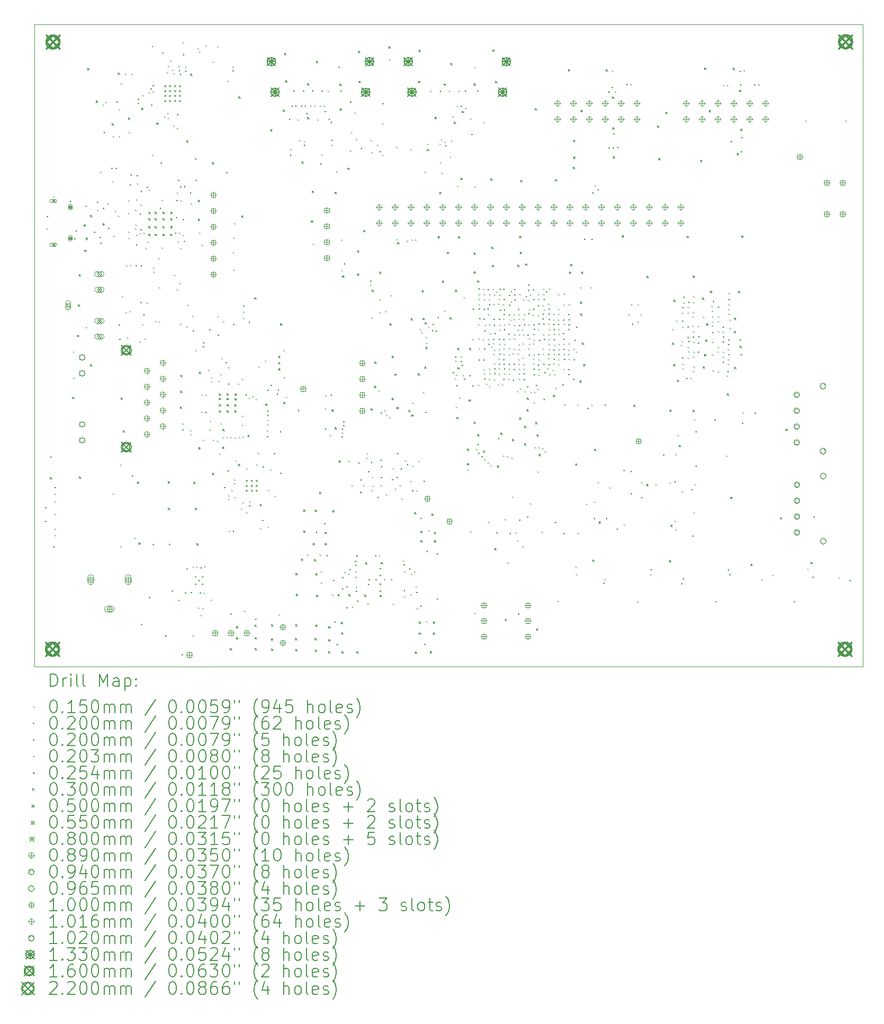
<source format=gbr>
%TF.GenerationSoftware,KiCad,Pcbnew,8.0.8*%
%TF.CreationDate,2025-12-16T16:03:19-05:00*%
%TF.ProjectId,FPGA-BOARD,46504741-2d42-44f4-9152-442e6b696361,rev?*%
%TF.SameCoordinates,Original*%
%TF.FileFunction,Drillmap*%
%TF.FilePolarity,Positive*%
%FSLAX45Y45*%
G04 Gerber Fmt 4.5, Leading zero omitted, Abs format (unit mm)*
G04 Created by KiCad (PCBNEW 8.0.8) date 2025-12-16 16:03:19*
%MOMM*%
%LPD*%
G01*
G04 APERTURE LIST*
%ADD10C,0.050000*%
%ADD11C,0.200000*%
%ADD12C,0.100000*%
%ADD13C,0.101600*%
%ADD14C,0.102000*%
%ADD15C,0.133000*%
%ADD16C,0.160000*%
%ADD17C,0.220000*%
G04 APERTURE END LIST*
D10*
X7260000Y-4735000D02*
X20515000Y-4735000D01*
X20515000Y-15005000D01*
X7260000Y-15005000D01*
X7260000Y-4735000D01*
D11*
D12*
X7430500Y-12452500D02*
X7445500Y-12467500D01*
X7445500Y-12452500D02*
X7430500Y-12467500D01*
X7431500Y-12672500D02*
X7446500Y-12687500D01*
X7446500Y-12672500D02*
X7431500Y-12687500D01*
X7454500Y-7795500D02*
X7469500Y-7810500D01*
X7469500Y-7795500D02*
X7454500Y-7810500D01*
X7455500Y-7996500D02*
X7470500Y-8011500D01*
X7470500Y-7996500D02*
X7455500Y-8011500D01*
X7512500Y-11644500D02*
X7527500Y-11659500D01*
X7527500Y-11644500D02*
X7512500Y-11659500D01*
X7556500Y-7475500D02*
X7571500Y-7490500D01*
X7571500Y-7475500D02*
X7556500Y-7490500D01*
X7560500Y-13079500D02*
X7575500Y-13094500D01*
X7575500Y-13079500D02*
X7560500Y-13094500D01*
X7582500Y-12235000D02*
X7597500Y-12250000D01*
X7597500Y-12235000D02*
X7582500Y-12250000D01*
X7582500Y-12357500D02*
X7597500Y-12372500D01*
X7597500Y-12357500D02*
X7582500Y-12372500D01*
X7585000Y-12130000D02*
X7600000Y-12145000D01*
X7600000Y-12130000D02*
X7585000Y-12145000D01*
X7585000Y-12560000D02*
X7600000Y-12575000D01*
X7600000Y-12560000D02*
X7585000Y-12575000D01*
X7585000Y-12795000D02*
X7600000Y-12810000D01*
X7600000Y-12795000D02*
X7585000Y-12810000D01*
X7585000Y-12897500D02*
X7600000Y-12912500D01*
X7600000Y-12897500D02*
X7585000Y-12912500D01*
X7824500Y-7555500D02*
X7839500Y-7570500D01*
X7839500Y-7555500D02*
X7824500Y-7570500D01*
X7876500Y-9963500D02*
X7891500Y-9978500D01*
X7891500Y-9963500D02*
X7876500Y-9978500D01*
X7879500Y-10380500D02*
X7894500Y-10395500D01*
X7894500Y-10380500D02*
X7879500Y-10395500D01*
X7897500Y-8150500D02*
X7912500Y-8165500D01*
X7912500Y-8150500D02*
X7897500Y-8165500D01*
X7917500Y-8027500D02*
X7932500Y-8042500D01*
X7932500Y-8027500D02*
X7917500Y-8042500D01*
X8080000Y-9570000D02*
X8095000Y-9585000D01*
X8095000Y-9570000D02*
X8080000Y-9585000D01*
X8259500Y-7699500D02*
X8274500Y-7714500D01*
X8274500Y-7699500D02*
X8259500Y-7714500D01*
X8262500Y-7566500D02*
X8277500Y-7581500D01*
X8277500Y-7566500D02*
X8262500Y-7581500D01*
X8313500Y-7088500D02*
X8328500Y-7103500D01*
X8328500Y-7088500D02*
X8313500Y-7103500D01*
X8315500Y-8222500D02*
X8330500Y-8237500D01*
X8330500Y-8222500D02*
X8315500Y-8237500D01*
X8356500Y-6015500D02*
X8371500Y-6030500D01*
X8371500Y-6015500D02*
X8356500Y-6030500D01*
X8367500Y-6456500D02*
X8382500Y-6471500D01*
X8382500Y-6456500D02*
X8367500Y-6471500D01*
X8395500Y-5968500D02*
X8410500Y-5983500D01*
X8410500Y-5968500D02*
X8395500Y-5983500D01*
X8492500Y-7025500D02*
X8507500Y-7040500D01*
X8507500Y-7025500D02*
X8492500Y-7040500D01*
X8506500Y-7240500D02*
X8521500Y-7255500D01*
X8521500Y-7240500D02*
X8506500Y-7255500D01*
X8515500Y-6521500D02*
X8530500Y-6536500D01*
X8530500Y-6521500D02*
X8515500Y-6536500D01*
X8517500Y-12233500D02*
X8532500Y-12248500D01*
X8532500Y-12233500D02*
X8517500Y-12248500D01*
X8525500Y-8113500D02*
X8540500Y-8128500D01*
X8540500Y-8113500D02*
X8525500Y-8128500D01*
X8547500Y-7715500D02*
X8562500Y-7730500D01*
X8562500Y-7715500D02*
X8547500Y-7730500D01*
X8558500Y-7024500D02*
X8573500Y-7039500D01*
X8573500Y-7024500D02*
X8558500Y-7039500D01*
X8575500Y-5967500D02*
X8590500Y-5982500D01*
X8590500Y-5967500D02*
X8575500Y-5982500D01*
X8596500Y-7794500D02*
X8611500Y-7809500D01*
X8611500Y-7794500D02*
X8596500Y-7809500D01*
X8606500Y-6086500D02*
X8621500Y-6101500D01*
X8621500Y-6086500D02*
X8606500Y-6101500D01*
X8606500Y-9530500D02*
X8621500Y-9545500D01*
X8621500Y-9530500D02*
X8606500Y-9545500D01*
X8612500Y-6516500D02*
X8627500Y-6531500D01*
X8627500Y-6516500D02*
X8612500Y-6531500D01*
X8613500Y-9760500D02*
X8628500Y-9775500D01*
X8628500Y-9760500D02*
X8613500Y-9775500D01*
X8635500Y-11773500D02*
X8650500Y-11788500D01*
X8650500Y-11773500D02*
X8635500Y-11788500D01*
X8636500Y-13074500D02*
X8651500Y-13089500D01*
X8651500Y-13074500D02*
X8636500Y-13089500D01*
X8642500Y-5674500D02*
X8657500Y-5689500D01*
X8657500Y-5674500D02*
X8642500Y-5689500D01*
X8658500Y-9081500D02*
X8673500Y-9096500D01*
X8673500Y-9081500D02*
X8658500Y-9096500D01*
X8712500Y-5521500D02*
X8727500Y-5536500D01*
X8727500Y-5521500D02*
X8712500Y-5536500D01*
X8716500Y-9335500D02*
X8731500Y-9350500D01*
X8731500Y-9335500D02*
X8716500Y-9350500D01*
X8725500Y-8586500D02*
X8740500Y-8601500D01*
X8740500Y-8586500D02*
X8725500Y-8601500D01*
X8740500Y-9739500D02*
X8755500Y-9754500D01*
X8755500Y-9739500D02*
X8740500Y-9754500D01*
X8759500Y-8048500D02*
X8774500Y-8063500D01*
X8774500Y-8048500D02*
X8759500Y-8063500D01*
X8761500Y-7546500D02*
X8776500Y-7561500D01*
X8776500Y-7546500D02*
X8761500Y-7561500D01*
X8761500Y-7747500D02*
X8776500Y-7762500D01*
X8776500Y-7747500D02*
X8761500Y-7762500D01*
X8766000Y-6456500D02*
X8781000Y-6471500D01*
X8781000Y-6456500D02*
X8766000Y-6471500D01*
X8766500Y-8147500D02*
X8781500Y-8162500D01*
X8781500Y-8147500D02*
X8766500Y-8162500D01*
X8783500Y-9317500D02*
X8798500Y-9332500D01*
X8798500Y-9317500D02*
X8783500Y-9332500D01*
X8795500Y-8581500D02*
X8810500Y-8596500D01*
X8810500Y-8581500D02*
X8795500Y-8596500D01*
X8813500Y-5521500D02*
X8828500Y-5536500D01*
X8828500Y-5521500D02*
X8813500Y-5536500D01*
X8821500Y-11943500D02*
X8836500Y-11958500D01*
X8836500Y-11943500D02*
X8821500Y-11958500D01*
X8865000Y-12940000D02*
X8880000Y-12955000D01*
X8880000Y-12940000D02*
X8865000Y-12955000D01*
X8870500Y-7697500D02*
X8885500Y-7712500D01*
X8885500Y-7697500D02*
X8870500Y-7712500D01*
X8870500Y-7997500D02*
X8885500Y-8012500D01*
X8885500Y-7997500D02*
X8870500Y-8012500D01*
X8877500Y-8583500D02*
X8892500Y-8598500D01*
X8892500Y-8583500D02*
X8877500Y-8598500D01*
X8878500Y-7937500D02*
X8893500Y-7952500D01*
X8893500Y-7937500D02*
X8878500Y-7952500D01*
X8882500Y-8247500D02*
X8897500Y-8262500D01*
X8897500Y-8247500D02*
X8882500Y-8262500D01*
X8888500Y-8098500D02*
X8903500Y-8113500D01*
X8903500Y-8098500D02*
X8888500Y-8113500D01*
X8890500Y-7531500D02*
X8905500Y-7546500D01*
X8905500Y-7531500D02*
X8890500Y-7546500D01*
X8897500Y-7144500D02*
X8912500Y-7159500D01*
X8912500Y-7144500D02*
X8897500Y-7159500D01*
X8901500Y-7274500D02*
X8916500Y-7289500D01*
X8916500Y-7274500D02*
X8901500Y-7289500D01*
X8935500Y-9800500D02*
X8950500Y-9815500D01*
X8950500Y-9800500D02*
X8935500Y-9815500D01*
X8942500Y-8066500D02*
X8957500Y-8081500D01*
X8957500Y-8066500D02*
X8942500Y-8081500D01*
X8943500Y-7760500D02*
X8958500Y-7775500D01*
X8958500Y-7760500D02*
X8943500Y-7775500D01*
X8953500Y-8007500D02*
X8968500Y-8022500D01*
X8968500Y-8007500D02*
X8953500Y-8022500D01*
X8955500Y-7615500D02*
X8970500Y-7630500D01*
X8970500Y-7615500D02*
X8955500Y-7630500D01*
X8960500Y-7394500D02*
X8975500Y-7409500D01*
X8975500Y-7394500D02*
X8960500Y-7409500D01*
X8960500Y-8586500D02*
X8975500Y-8601500D01*
X8975500Y-8586500D02*
X8960500Y-8601500D01*
X8981500Y-9527500D02*
X8996500Y-9542500D01*
X8996500Y-9527500D02*
X8981500Y-9542500D01*
X8990500Y-5859500D02*
X9005500Y-5874500D01*
X9005500Y-5859500D02*
X8990500Y-5874500D01*
X9002500Y-9367500D02*
X9017500Y-9382500D01*
X9017500Y-9367500D02*
X9002500Y-9382500D01*
X9006500Y-8065500D02*
X9021500Y-8080500D01*
X9021500Y-8065500D02*
X9006500Y-8080500D01*
X9024500Y-9758500D02*
X9039500Y-9773500D01*
X9039500Y-9758500D02*
X9024500Y-9773500D01*
X9040000Y-8308000D02*
X9055000Y-8323000D01*
X9055000Y-8308000D02*
X9040000Y-8323000D01*
X9055500Y-9177500D02*
X9070500Y-9192500D01*
X9070500Y-9177500D02*
X9055500Y-9192500D01*
X9058500Y-7329500D02*
X9073500Y-7344500D01*
X9073500Y-7329500D02*
X9058500Y-7344500D01*
X9073500Y-8204500D02*
X9088500Y-8219500D01*
X9088500Y-8204500D02*
X9073500Y-8219500D01*
X9088500Y-5820500D02*
X9103500Y-5835500D01*
X9103500Y-5820500D02*
X9088500Y-5835500D01*
X9093500Y-7378500D02*
X9108500Y-7393500D01*
X9108500Y-7378500D02*
X9093500Y-7393500D01*
X9115500Y-5754500D02*
X9130500Y-5769500D01*
X9130500Y-5754500D02*
X9115500Y-5769500D01*
X9142500Y-6816500D02*
X9157500Y-6831500D01*
X9157500Y-6816500D02*
X9142500Y-6831500D01*
X9149500Y-5704500D02*
X9164500Y-5719500D01*
X9164500Y-5704500D02*
X9149500Y-5719500D01*
X9150500Y-5804500D02*
X9165500Y-5819500D01*
X9165500Y-5804500D02*
X9150500Y-5819500D01*
X9156500Y-8618500D02*
X9171500Y-8633500D01*
X9171500Y-8618500D02*
X9156500Y-8633500D01*
X9169500Y-8690500D02*
X9184500Y-8705500D01*
X9184500Y-8690500D02*
X9169500Y-8705500D01*
X9190500Y-9476500D02*
X9205500Y-9491500D01*
X9205500Y-9476500D02*
X9190500Y-9491500D01*
X9245500Y-8467500D02*
X9260500Y-8482500D01*
X9260500Y-8467500D02*
X9245500Y-8482500D01*
X9252500Y-8933500D02*
X9267500Y-8948500D01*
X9267500Y-8933500D02*
X9252500Y-8948500D01*
X9252500Y-9482500D02*
X9267500Y-9497500D01*
X9267500Y-9482500D02*
X9252500Y-9497500D01*
X9264500Y-7662500D02*
X9279500Y-7677500D01*
X9279500Y-7662500D02*
X9264500Y-7677500D01*
X9277500Y-6941500D02*
X9292500Y-6956500D01*
X9292500Y-6941500D02*
X9277500Y-6956500D01*
X9292500Y-8301500D02*
X9307500Y-8316500D01*
X9307500Y-8301500D02*
X9292500Y-8316500D01*
X9296500Y-7539500D02*
X9311500Y-7554500D01*
X9311500Y-7539500D02*
X9296500Y-7554500D01*
X9338500Y-6198500D02*
X9353500Y-6213500D01*
X9353500Y-6198500D02*
X9338500Y-6213500D01*
X9379500Y-5495500D02*
X9394500Y-5510500D01*
X9394500Y-5495500D02*
X9379500Y-5510500D01*
X9384000Y-6149500D02*
X9399000Y-6164500D01*
X9399000Y-6149500D02*
X9384000Y-6164500D01*
X9390500Y-6228500D02*
X9405500Y-6243500D01*
X9405500Y-6228500D02*
X9390500Y-6243500D01*
X9395500Y-5394500D02*
X9410500Y-5409500D01*
X9410500Y-5394500D02*
X9395500Y-5409500D01*
X9428500Y-5313500D02*
X9443500Y-5328500D01*
X9443500Y-5313500D02*
X9428500Y-5328500D01*
X9464500Y-5455500D02*
X9479500Y-5470500D01*
X9479500Y-5455500D02*
X9464500Y-5470500D01*
X9476500Y-6347500D02*
X9491500Y-6362500D01*
X9491500Y-6347500D02*
X9476500Y-6362500D01*
X9480500Y-5513500D02*
X9495500Y-5528500D01*
X9495500Y-5513500D02*
X9480500Y-5528500D01*
X9493500Y-8736500D02*
X9508500Y-8751500D01*
X9508500Y-8736500D02*
X9493500Y-8751500D01*
X9509500Y-8063500D02*
X9524500Y-8078500D01*
X9524500Y-8063500D02*
X9509500Y-8078500D01*
X9519500Y-7812500D02*
X9534500Y-7827500D01*
X9534500Y-7812500D02*
X9519500Y-7827500D01*
X9529500Y-7541500D02*
X9544500Y-7556500D01*
X9544500Y-7541500D02*
X9529500Y-7556500D01*
X9536500Y-6388500D02*
X9551500Y-6403500D01*
X9551500Y-6388500D02*
X9536500Y-6403500D01*
X9539500Y-7420500D02*
X9554500Y-7435500D01*
X9554500Y-7420500D02*
X9539500Y-7435500D01*
X9541500Y-8969500D02*
X9556500Y-8984500D01*
X9556500Y-8969500D02*
X9541500Y-8984500D01*
X9551500Y-8201500D02*
X9566500Y-8216500D01*
X9566500Y-8201500D02*
X9551500Y-8216500D01*
X9559500Y-7220500D02*
X9574500Y-7235500D01*
X9574500Y-7220500D02*
X9559500Y-7235500D01*
X9567500Y-5397500D02*
X9582500Y-5412500D01*
X9582500Y-5397500D02*
X9567500Y-5412500D01*
X9568500Y-5462500D02*
X9583500Y-5477500D01*
X9583500Y-5462500D02*
X9568500Y-5477500D01*
X9575000Y-8065500D02*
X9590000Y-8080500D01*
X9590000Y-8065500D02*
X9575000Y-8080500D01*
X9581000Y-8867500D02*
X9596000Y-8882500D01*
X9596000Y-8867500D02*
X9581000Y-8882500D01*
X9586500Y-5521500D02*
X9601500Y-5536500D01*
X9601500Y-5521500D02*
X9586500Y-5536500D01*
X9589500Y-8307500D02*
X9604500Y-8322500D01*
X9604500Y-8307500D02*
X9589500Y-8322500D01*
X9592500Y-9519500D02*
X9607500Y-9534500D01*
X9607500Y-9519500D02*
X9592500Y-9534500D01*
X9593500Y-7322500D02*
X9608500Y-7337500D01*
X9608500Y-7322500D02*
X9593500Y-7337500D01*
X9596500Y-7544500D02*
X9611500Y-7559500D01*
X9611500Y-7544500D02*
X9596500Y-7559500D01*
X9622500Y-11107500D02*
X9637500Y-11122500D01*
X9637500Y-11107500D02*
X9622500Y-11122500D01*
X9623500Y-11208500D02*
X9638500Y-11223500D01*
X9638500Y-11208500D02*
X9623500Y-11223500D01*
X9634500Y-7847500D02*
X9649500Y-7862500D01*
X9649500Y-7847500D02*
X9634500Y-7862500D01*
X9635500Y-8098500D02*
X9650500Y-8113500D01*
X9650500Y-8098500D02*
X9635500Y-8113500D01*
X9635750Y-5012500D02*
X9650750Y-5027500D01*
X9650750Y-5012500D02*
X9635750Y-5027500D01*
X9636500Y-5210500D02*
X9651500Y-5225500D01*
X9651500Y-5210500D02*
X9636500Y-5225500D01*
X9649500Y-8194500D02*
X9664500Y-8209500D01*
X9664500Y-8194500D02*
X9649500Y-8209500D01*
X9653500Y-7316500D02*
X9668500Y-7331500D01*
X9668500Y-7316500D02*
X9653500Y-7331500D01*
X9668500Y-13815000D02*
X9683500Y-13830000D01*
X9683500Y-13815000D02*
X9668500Y-13830000D01*
X9671500Y-5474500D02*
X9686500Y-5489500D01*
X9686500Y-5474500D02*
X9671500Y-5489500D01*
X9672500Y-5411500D02*
X9687500Y-5426500D01*
X9687500Y-5411500D02*
X9672500Y-5426500D01*
X9692500Y-9561500D02*
X9707500Y-9576500D01*
X9707500Y-9561500D02*
X9692500Y-9576500D01*
X9711500Y-9216500D02*
X9726500Y-9231500D01*
X9726500Y-9216500D02*
X9711500Y-9231500D01*
X9746500Y-7419500D02*
X9761500Y-7434500D01*
X9761500Y-7419500D02*
X9746500Y-7434500D01*
X9753500Y-11220500D02*
X9768500Y-11235500D01*
X9768500Y-11220500D02*
X9753500Y-11235500D01*
X9755500Y-11283500D02*
X9770500Y-11298500D01*
X9770500Y-11283500D02*
X9755500Y-11298500D01*
X9757500Y-13807500D02*
X9772500Y-13822500D01*
X9772500Y-13807500D02*
X9757500Y-13822500D01*
X9762500Y-7597500D02*
X9777500Y-7612500D01*
X9777500Y-7597500D02*
X9762500Y-7612500D01*
X9782500Y-9391500D02*
X9797500Y-9406500D01*
X9797500Y-9391500D02*
X9782500Y-9406500D01*
X9791500Y-9625000D02*
X9806500Y-9640000D01*
X9806500Y-9625000D02*
X9791500Y-9640000D01*
X9795500Y-13404500D02*
X9810500Y-13419500D01*
X9810500Y-13404500D02*
X9795500Y-13419500D01*
X9836500Y-9940500D02*
X9851500Y-9955500D01*
X9851500Y-9940500D02*
X9836500Y-9955500D01*
X9855500Y-13406500D02*
X9870500Y-13421500D01*
X9870500Y-13406500D02*
X9855500Y-13421500D01*
X9869500Y-5115500D02*
X9884500Y-5130500D01*
X9884500Y-5115500D02*
X9869500Y-5130500D01*
X9880500Y-14058500D02*
X9895500Y-14073500D01*
X9895500Y-14058500D02*
X9880500Y-14073500D01*
X9893500Y-8059500D02*
X9908500Y-8074500D01*
X9908500Y-8059500D02*
X9893500Y-8074500D01*
X9896500Y-5169500D02*
X9911500Y-5184500D01*
X9911500Y-5169500D02*
X9896500Y-5184500D01*
X9902500Y-13816500D02*
X9917500Y-13831500D01*
X9917500Y-13816500D02*
X9902500Y-13831500D01*
X9917250Y-13415250D02*
X9932250Y-13430250D01*
X9932250Y-13415250D02*
X9917250Y-13430250D01*
X9921500Y-14172500D02*
X9936500Y-14187500D01*
X9936500Y-14172500D02*
X9921500Y-14187500D01*
X9928500Y-10926500D02*
X9943500Y-10941500D01*
X9943500Y-10926500D02*
X9928500Y-10941500D01*
X9932500Y-10649500D02*
X9947500Y-10664500D01*
X9947500Y-10649500D02*
X9932500Y-10664500D01*
X9934500Y-8257500D02*
X9949500Y-8272500D01*
X9949500Y-8257500D02*
X9934500Y-8272500D01*
X9943500Y-14065500D02*
X9958500Y-14080500D01*
X9958500Y-14065500D02*
X9943500Y-14080500D01*
X9953500Y-9879500D02*
X9968500Y-9894500D01*
X9968500Y-9879500D02*
X9953500Y-9894500D01*
X9957500Y-11374500D02*
X9972500Y-11389500D01*
X9972500Y-11374500D02*
X9957500Y-11389500D01*
X9958500Y-9816500D02*
X9973500Y-9831500D01*
X9973500Y-9816500D02*
X9958500Y-9831500D01*
X9962500Y-13818500D02*
X9977500Y-13833500D01*
X9977500Y-13818500D02*
X9962500Y-13833500D01*
X9980500Y-13394500D02*
X9995500Y-13409500D01*
X9995500Y-13394500D02*
X9980500Y-13409500D01*
X9991500Y-10927500D02*
X10006500Y-10942500D01*
X10006500Y-10927500D02*
X9991500Y-10942500D01*
X9996500Y-5068500D02*
X10011500Y-5083500D01*
X10011500Y-5068500D02*
X9996500Y-5083500D01*
X9996500Y-10650500D02*
X10011500Y-10665500D01*
X10011500Y-10650500D02*
X9996500Y-10665500D01*
X10038500Y-10255500D02*
X10053500Y-10270500D01*
X10053500Y-10255500D02*
X10038500Y-10270500D01*
X10053500Y-9607000D02*
X10068500Y-9622000D01*
X10068500Y-9607000D02*
X10053500Y-9622000D01*
X10063500Y-11213500D02*
X10078500Y-11228500D01*
X10078500Y-11213500D02*
X10063500Y-11228500D01*
X10069500Y-11072500D02*
X10084500Y-11087500D01*
X10084500Y-11072500D02*
X10069500Y-11087500D01*
X10082500Y-13930500D02*
X10097500Y-13945500D01*
X10097500Y-13930500D02*
X10082500Y-13945500D01*
X10086500Y-10378500D02*
X10101500Y-10393500D01*
X10101500Y-10378500D02*
X10086500Y-10393500D01*
X10091500Y-10442500D02*
X10106500Y-10457500D01*
X10106500Y-10442500D02*
X10091500Y-10457500D01*
X10112500Y-11371500D02*
X10127500Y-11386500D01*
X10127500Y-11371500D02*
X10112500Y-11386500D01*
X10113500Y-5324500D02*
X10128500Y-5339500D01*
X10128500Y-5324500D02*
X10113500Y-5339500D01*
X10180500Y-11389500D02*
X10195500Y-11404500D01*
X10195500Y-11389500D02*
X10180500Y-11404500D01*
X10182750Y-5081750D02*
X10197750Y-5096750D01*
X10197750Y-5081750D02*
X10182750Y-5096750D01*
X10186500Y-9396500D02*
X10201500Y-9411500D01*
X10201500Y-9396500D02*
X10186500Y-9411500D01*
X10189500Y-9692000D02*
X10204500Y-9707000D01*
X10204500Y-9692000D02*
X10189500Y-9707000D01*
X10198500Y-10432500D02*
X10213500Y-10447500D01*
X10213500Y-10432500D02*
X10198500Y-10447500D01*
X10218500Y-11590500D02*
X10233500Y-11605500D01*
X10233500Y-11590500D02*
X10218500Y-11605500D01*
X10235500Y-11110500D02*
X10250500Y-11125500D01*
X10250500Y-11110500D02*
X10235500Y-11125500D01*
X10236500Y-10320500D02*
X10251500Y-10335500D01*
X10251500Y-10320500D02*
X10236500Y-10335500D01*
X10247500Y-10068500D02*
X10262500Y-10083500D01*
X10262500Y-10068500D02*
X10247500Y-10083500D01*
X10270000Y-11332500D02*
X10285000Y-11347500D01*
X10285000Y-11332500D02*
X10270000Y-11347500D01*
X10278500Y-9474500D02*
X10293500Y-9489500D01*
X10293500Y-9474500D02*
X10278500Y-9489500D01*
X10294500Y-12131053D02*
X10309500Y-12146053D01*
X10309500Y-12131053D02*
X10294500Y-12146053D01*
X10317500Y-10132500D02*
X10332500Y-10147500D01*
X10332500Y-10132500D02*
X10317500Y-10147500D01*
X10324500Y-7093500D02*
X10339500Y-7108500D01*
X10339500Y-7093500D02*
X10324500Y-7108500D01*
X10335000Y-11332500D02*
X10350000Y-11347500D01*
X10350000Y-11332500D02*
X10335000Y-11347500D01*
X10348500Y-11866500D02*
X10363500Y-11881500D01*
X10363500Y-11866500D02*
X10348500Y-11881500D01*
X10349500Y-5633500D02*
X10364500Y-5648500D01*
X10364500Y-5633500D02*
X10349500Y-5648500D01*
X10356500Y-10476500D02*
X10371500Y-10491500D01*
X10371500Y-10476500D02*
X10356500Y-10491500D01*
X10358500Y-10215500D02*
X10373500Y-10230500D01*
X10373500Y-10215500D02*
X10358500Y-10230500D01*
X10359500Y-12262500D02*
X10374500Y-12277500D01*
X10374500Y-12262500D02*
X10359500Y-12277500D01*
X10363500Y-12323500D02*
X10378500Y-12338500D01*
X10378500Y-12323500D02*
X10363500Y-12338500D01*
X10367260Y-12826260D02*
X10382260Y-12841260D01*
X10382260Y-12826260D02*
X10367260Y-12841260D01*
X10397500Y-11332500D02*
X10412500Y-11347500D01*
X10412500Y-11332500D02*
X10397500Y-11347500D01*
X10412000Y-12176754D02*
X10427000Y-12191754D01*
X10427000Y-12176754D02*
X10412000Y-12191754D01*
X10427500Y-5402500D02*
X10442500Y-5417500D01*
X10442500Y-5402500D02*
X10427500Y-5417500D01*
X10428500Y-5467500D02*
X10443500Y-5482500D01*
X10443500Y-5467500D02*
X10428500Y-5482500D01*
X10433500Y-12830500D02*
X10448500Y-12845500D01*
X10448500Y-12830500D02*
X10433500Y-12845500D01*
X10435000Y-9522000D02*
X10450000Y-9537000D01*
X10450000Y-9522000D02*
X10435000Y-9537000D01*
X10440250Y-8378500D02*
X10455250Y-8393500D01*
X10455250Y-8378500D02*
X10440250Y-8393500D01*
X10443500Y-8141500D02*
X10458500Y-8156500D01*
X10458500Y-8141500D02*
X10443500Y-8156500D01*
X10443500Y-8657500D02*
X10458500Y-8672500D01*
X10458500Y-8657500D02*
X10443500Y-8672500D01*
X10453760Y-12009994D02*
X10468760Y-12024994D01*
X10468760Y-12009994D02*
X10453760Y-12024994D01*
X10454500Y-7909500D02*
X10469500Y-7924500D01*
X10469500Y-7909500D02*
X10454500Y-7924500D01*
X10456260Y-12069994D02*
X10471260Y-12084994D01*
X10471260Y-12069994D02*
X10456260Y-12084994D01*
X10458500Y-12291500D02*
X10473500Y-12306500D01*
X10473500Y-12291500D02*
X10458500Y-12306500D01*
X10465000Y-11337500D02*
X10480000Y-11352500D01*
X10480000Y-11337500D02*
X10465000Y-11352500D01*
X10475000Y-11707500D02*
X10490000Y-11722500D01*
X10490000Y-11707500D02*
X10475000Y-11722500D01*
X10513500Y-10478500D02*
X10528500Y-10493500D01*
X10528500Y-10478500D02*
X10513500Y-10493500D01*
X10527500Y-11330000D02*
X10542500Y-11345000D01*
X10542500Y-11330000D02*
X10527500Y-11345000D01*
X10566760Y-12473941D02*
X10581760Y-12488941D01*
X10581760Y-12473941D02*
X10566760Y-12488941D01*
X10578500Y-11137500D02*
X10593500Y-11152500D01*
X10593500Y-11137500D02*
X10578500Y-11152500D01*
X10579500Y-10994500D02*
X10594500Y-11009500D01*
X10594500Y-10994500D02*
X10579500Y-11009500D01*
X10581500Y-10400500D02*
X10596500Y-10415500D01*
X10596500Y-10400500D02*
X10581500Y-10415500D01*
X10588760Y-12369994D02*
X10603760Y-12384994D01*
X10603760Y-12369994D02*
X10588760Y-12384994D01*
X10592500Y-11322500D02*
X10607500Y-11337500D01*
X10607500Y-11322500D02*
X10592500Y-11337500D01*
X10599500Y-9226500D02*
X10614500Y-9241500D01*
X10614500Y-9226500D02*
X10599500Y-9241500D01*
X10599500Y-9325500D02*
X10614500Y-9340500D01*
X10614500Y-9325500D02*
X10599500Y-9340500D01*
X10599500Y-9425500D02*
X10614500Y-9440500D01*
X10614500Y-9425500D02*
X10599500Y-9440500D01*
X10612500Y-14105500D02*
X10627500Y-14120500D01*
X10627500Y-14105500D02*
X10612500Y-14120500D01*
X10648760Y-11832494D02*
X10663760Y-11847494D01*
X10663760Y-11832494D02*
X10648760Y-11847494D01*
X10649500Y-12536053D02*
X10664500Y-12551053D01*
X10664500Y-12536053D02*
X10649500Y-12551053D01*
X10686500Y-9482500D02*
X10701500Y-9497500D01*
X10701500Y-9482500D02*
X10686500Y-9497500D01*
X10688500Y-10705500D02*
X10703500Y-10720500D01*
X10703500Y-10705500D02*
X10688500Y-10720500D01*
X10694500Y-12421500D02*
X10709500Y-12436500D01*
X10709500Y-12421500D02*
X10694500Y-12436500D01*
X10700000Y-12356500D02*
X10715000Y-12371500D01*
X10715000Y-12356500D02*
X10700000Y-12371500D01*
X10751500Y-10680500D02*
X10766500Y-10695500D01*
X10766500Y-10680500D02*
X10751500Y-10695500D01*
X10798500Y-10718500D02*
X10813500Y-10733500D01*
X10813500Y-10718500D02*
X10798500Y-10733500D01*
X10807500Y-11768500D02*
X10822500Y-11783500D01*
X10822500Y-11768500D02*
X10807500Y-11783500D01*
X10832500Y-11586500D02*
X10847500Y-11601500D01*
X10847500Y-11586500D02*
X10832500Y-11601500D01*
X10842500Y-10207500D02*
X10857500Y-10222500D01*
X10857500Y-10207500D02*
X10842500Y-10222500D01*
X10869260Y-12788941D02*
X10884260Y-12803941D01*
X10884260Y-12788941D02*
X10869260Y-12803941D01*
X10902500Y-12655500D02*
X10917500Y-12670500D01*
X10917500Y-12655500D02*
X10902500Y-12670500D01*
X10910500Y-11800500D02*
X10925500Y-11815500D01*
X10925500Y-11800500D02*
X10910500Y-11815500D01*
X10948500Y-10106500D02*
X10963500Y-10121500D01*
X10963500Y-10106500D02*
X10948500Y-10121500D01*
X10980000Y-11317500D02*
X10995000Y-11332500D01*
X10995000Y-11317500D02*
X10980000Y-11332500D01*
X10980500Y-11228500D02*
X10995500Y-11243500D01*
X10995500Y-11228500D02*
X10980500Y-11243500D01*
X10982500Y-10905500D02*
X10997500Y-10920500D01*
X10997500Y-10905500D02*
X10982500Y-10920500D01*
X10982500Y-10977500D02*
X10997500Y-10992500D01*
X10997500Y-10977500D02*
X10982500Y-10992500D01*
X10982500Y-11055000D02*
X10997500Y-11070000D01*
X10997500Y-11055000D02*
X10982500Y-11070000D01*
X10985000Y-10572500D02*
X11000000Y-10587500D01*
X11000000Y-10572500D02*
X10985000Y-10587500D01*
X10985000Y-11130000D02*
X11000000Y-11145000D01*
X11000000Y-11130000D02*
X10985000Y-11145000D01*
X10991760Y-12766441D02*
X11006760Y-12781441D01*
X11006760Y-12766441D02*
X10991760Y-12781441D01*
X10993741Y-12177513D02*
X11008741Y-12192513D01*
X11008741Y-12177513D02*
X10993741Y-12192513D01*
X11027500Y-11847500D02*
X11042500Y-11862500D01*
X11042500Y-11847500D02*
X11027500Y-11862500D01*
X11041000Y-10496500D02*
X11056000Y-10511500D01*
X11056000Y-10496500D02*
X11041000Y-10511500D01*
X11087500Y-11588500D02*
X11102500Y-11603500D01*
X11102500Y-11588500D02*
X11087500Y-11603500D01*
X11095500Y-12267500D02*
X11110500Y-12282500D01*
X11110500Y-12267500D02*
X11095500Y-12282500D01*
X11135000Y-10636500D02*
X11150000Y-10651500D01*
X11150000Y-10636500D02*
X11135000Y-10651500D01*
X11152000Y-10571500D02*
X11167000Y-10586500D01*
X11167000Y-10571500D02*
X11152000Y-10586500D01*
X11162500Y-14165500D02*
X11177500Y-14180500D01*
X11177500Y-14165500D02*
X11162500Y-14180500D01*
X11186000Y-11239500D02*
X11201000Y-11254500D01*
X11201000Y-11239500D02*
X11186000Y-11254500D01*
X11192500Y-11902500D02*
X11207500Y-11917500D01*
X11207500Y-11902500D02*
X11192500Y-11917500D01*
X11241500Y-9942500D02*
X11256500Y-9957500D01*
X11256500Y-9942500D02*
X11241500Y-9957500D01*
X11251500Y-10375500D02*
X11266500Y-10390500D01*
X11266500Y-10375500D02*
X11251500Y-10390500D01*
X11286000Y-10689500D02*
X11301000Y-10704500D01*
X11301000Y-10689500D02*
X11286000Y-10704500D01*
X11330000Y-6242500D02*
X11345000Y-6257500D01*
X11345000Y-6242500D02*
X11330000Y-6257500D01*
X11347500Y-6815000D02*
X11362500Y-6830000D01*
X11362500Y-6815000D02*
X11347500Y-6830000D01*
X11353500Y-6727500D02*
X11368500Y-6742500D01*
X11368500Y-6727500D02*
X11353500Y-6742500D01*
X11371871Y-6032497D02*
X11386871Y-6047497D01*
X11386871Y-6032497D02*
X11371871Y-6047497D01*
X11402500Y-5790000D02*
X11417500Y-5805000D01*
X11417500Y-5790000D02*
X11402500Y-5805000D01*
X11431871Y-6032497D02*
X11446871Y-6047497D01*
X11446871Y-6032497D02*
X11431871Y-6047497D01*
X11467500Y-6247500D02*
X11482500Y-6262500D01*
X11482500Y-6247500D02*
X11467500Y-6262500D01*
X11474500Y-10898080D02*
X11489500Y-10913080D01*
X11489500Y-10898080D02*
X11474500Y-10913080D01*
X11495500Y-6580500D02*
X11510500Y-6595500D01*
X11510500Y-6580500D02*
X11495500Y-6595500D01*
X11525000Y-6032500D02*
X11540000Y-6047500D01*
X11540000Y-6032500D02*
X11525000Y-6047500D01*
X11552500Y-5790000D02*
X11567500Y-5805000D01*
X11567500Y-5790000D02*
X11552500Y-5805000D01*
X11566500Y-6656500D02*
X11581500Y-6671500D01*
X11581500Y-6656500D02*
X11566500Y-6671500D01*
X11571500Y-6596500D02*
X11586500Y-6611500D01*
X11586500Y-6596500D02*
X11571500Y-6611500D01*
X11585000Y-6032500D02*
X11600000Y-6047500D01*
X11600000Y-6032500D02*
X11585000Y-6047500D01*
X11610500Y-6150500D02*
X11625500Y-6165500D01*
X11625500Y-6150500D02*
X11610500Y-6165500D01*
X11622500Y-13212500D02*
X11637500Y-13227500D01*
X11637500Y-13212500D02*
X11622500Y-13227500D01*
X11670000Y-6032500D02*
X11685000Y-6047500D01*
X11685000Y-6032500D02*
X11670000Y-6047500D01*
X11702500Y-5787500D02*
X11717500Y-5802500D01*
X11717500Y-5787500D02*
X11702500Y-5802500D01*
X11714500Y-8241500D02*
X11729500Y-8256500D01*
X11729500Y-8241500D02*
X11714500Y-8256500D01*
X11735000Y-6032500D02*
X11750000Y-6047500D01*
X11750000Y-6032500D02*
X11735000Y-6047500D01*
X11762500Y-12847500D02*
X11777500Y-12862500D01*
X11777500Y-12847500D02*
X11762500Y-12862500D01*
X11780000Y-6252500D02*
X11795000Y-6267500D01*
X11795000Y-6252500D02*
X11780000Y-6267500D01*
X11822500Y-6032500D02*
X11837500Y-6047500D01*
X11837500Y-6032500D02*
X11822500Y-6047500D01*
X11827500Y-13207500D02*
X11842500Y-13222500D01*
X11842500Y-13207500D02*
X11827500Y-13222500D01*
X11830000Y-6952500D02*
X11845000Y-6967500D01*
X11845000Y-6952500D02*
X11830000Y-6967500D01*
X11843500Y-13482500D02*
X11858500Y-13497500D01*
X11858500Y-13482500D02*
X11843500Y-13497500D01*
X11843500Y-13657500D02*
X11858500Y-13672500D01*
X11858500Y-13657500D02*
X11843500Y-13672500D01*
X11850000Y-5790000D02*
X11865000Y-5805000D01*
X11865000Y-5790000D02*
X11850000Y-5805000D01*
X11850000Y-6810000D02*
X11865000Y-6825000D01*
X11865000Y-6810000D02*
X11850000Y-6825000D01*
X11882500Y-6032500D02*
X11897500Y-6047500D01*
X11897500Y-6032500D02*
X11882500Y-6047500D01*
X11895500Y-12706500D02*
X11910500Y-12721500D01*
X11910500Y-12706500D02*
X11895500Y-12721500D01*
X11902500Y-6120000D02*
X11917500Y-6135000D01*
X11917500Y-6120000D02*
X11902500Y-6135000D01*
X11905000Y-11195000D02*
X11920000Y-11210000D01*
X11920000Y-11195000D02*
X11905000Y-11210000D01*
X11906500Y-10868500D02*
X11921500Y-10883500D01*
X11921500Y-10868500D02*
X11906500Y-10883500D01*
X11908500Y-10659500D02*
X11923500Y-10674500D01*
X11923500Y-10659500D02*
X11908500Y-10674500D01*
X11930500Y-13220500D02*
X11945500Y-13235500D01*
X11945500Y-13220500D02*
X11930500Y-13235500D01*
X11955000Y-5792500D02*
X11970000Y-5807500D01*
X11970000Y-5792500D02*
X11955000Y-5807500D01*
X11965000Y-6242500D02*
X11980000Y-6257500D01*
X11980000Y-6242500D02*
X11965000Y-6257500D01*
X11985500Y-11297500D02*
X12000500Y-11312500D01*
X12000500Y-11297500D02*
X11985500Y-11312500D01*
X11998500Y-10656500D02*
X12013500Y-10671500D01*
X12013500Y-10656500D02*
X11998500Y-10671500D01*
X12000000Y-6292500D02*
X12015000Y-6307500D01*
X12015000Y-6292500D02*
X12000000Y-6307500D01*
X12012500Y-6577500D02*
X12027500Y-6592500D01*
X12027500Y-6577500D02*
X12012500Y-6592500D01*
X12012500Y-6655000D02*
X12027500Y-6670000D01*
X12027500Y-6655000D02*
X12012500Y-6670000D01*
X12022500Y-13847500D02*
X12037500Y-13862500D01*
X12037500Y-13847500D02*
X12022500Y-13862500D01*
X12057500Y-14277500D02*
X12072500Y-14292500D01*
X12072500Y-14277500D02*
X12057500Y-14292500D01*
X12087500Y-7077500D02*
X12102500Y-7092500D01*
X12102500Y-7077500D02*
X12087500Y-7092500D01*
X12092500Y-14642500D02*
X12107500Y-14657500D01*
X12107500Y-14642500D02*
X12092500Y-14657500D01*
X12125000Y-5407500D02*
X12140000Y-5422500D01*
X12140000Y-5407500D02*
X12125000Y-5422500D01*
X12152500Y-5790000D02*
X12167500Y-5805000D01*
X12167500Y-5790000D02*
X12152500Y-5805000D01*
X12162500Y-8172500D02*
X12177500Y-8187500D01*
X12177500Y-8172500D02*
X12162500Y-8187500D01*
X12173500Y-8661500D02*
X12188500Y-8676500D01*
X12188500Y-8661500D02*
X12173500Y-8676500D01*
X12175000Y-11317500D02*
X12190000Y-11332500D01*
X12190000Y-11317500D02*
X12175000Y-11332500D01*
X12177500Y-11197500D02*
X12192500Y-11212500D01*
X12192500Y-11197500D02*
X12177500Y-11212500D01*
X12180500Y-13570500D02*
X12195500Y-13585500D01*
X12195500Y-13570500D02*
X12180500Y-13585500D01*
X12182500Y-11257500D02*
X12197500Y-11272500D01*
X12197500Y-11257500D02*
X12182500Y-11272500D01*
X12195000Y-11080000D02*
X12210000Y-11095000D01*
X12210000Y-11080000D02*
X12195000Y-11095000D01*
X12197500Y-11140000D02*
X12212500Y-11155000D01*
X12212500Y-11140000D02*
X12197500Y-11155000D01*
X12211500Y-8551500D02*
X12226500Y-8566500D01*
X12226500Y-8551500D02*
X12211500Y-8566500D01*
X12212500Y-13487500D02*
X12227500Y-13502500D01*
X12227500Y-13487500D02*
X12212500Y-13502500D01*
X12247500Y-14052500D02*
X12262500Y-14067500D01*
X12262500Y-14052500D02*
X12247500Y-14067500D01*
X12280000Y-11710000D02*
X12295000Y-11725000D01*
X12295000Y-11710000D02*
X12280000Y-11725000D01*
X12282500Y-13512500D02*
X12297500Y-13527500D01*
X12297500Y-13512500D02*
X12282500Y-13527500D01*
X12302500Y-13442500D02*
X12317500Y-13457500D01*
X12317500Y-13442500D02*
X12302500Y-13457500D01*
X12310000Y-6750000D02*
X12325000Y-6765000D01*
X12325000Y-6750000D02*
X12310000Y-6765000D01*
X12323500Y-6451500D02*
X12338500Y-6466500D01*
X12338500Y-6451500D02*
X12323500Y-6466500D01*
X12334500Y-12100500D02*
X12349500Y-12115500D01*
X12349500Y-12100500D02*
X12334500Y-12115500D01*
X12342500Y-14042500D02*
X12357500Y-14057500D01*
X12357500Y-14042500D02*
X12342500Y-14057500D01*
X12375000Y-6137500D02*
X12390000Y-6152500D01*
X12390000Y-6137500D02*
X12375000Y-6152500D01*
X12391500Y-13375500D02*
X12406500Y-13390500D01*
X12406500Y-13375500D02*
X12391500Y-13390500D01*
X12394000Y-13480000D02*
X12409000Y-13495000D01*
X12409000Y-13480000D02*
X12394000Y-13495000D01*
X12401500Y-13789500D02*
X12416500Y-13804500D01*
X12416500Y-13789500D02*
X12401500Y-13804500D01*
X12402500Y-6565000D02*
X12417500Y-6580000D01*
X12417500Y-6565000D02*
X12402500Y-6580000D01*
X12402500Y-13729500D02*
X12417500Y-13744500D01*
X12417500Y-13729500D02*
X12402500Y-13744500D01*
X12422500Y-13947500D02*
X12437500Y-13962500D01*
X12437500Y-13947500D02*
X12422500Y-13962500D01*
X12440000Y-11737500D02*
X12455000Y-11752500D01*
X12455000Y-11737500D02*
X12440000Y-11752500D01*
X12472500Y-12008500D02*
X12487500Y-12023500D01*
X12487500Y-12008500D02*
X12472500Y-12023500D01*
X12482500Y-6707500D02*
X12497500Y-6722500D01*
X12497500Y-6707500D02*
X12482500Y-6722500D01*
X12520500Y-12103500D02*
X12535500Y-12118500D01*
X12535500Y-12103500D02*
X12520500Y-12118500D01*
X12571500Y-11661500D02*
X12586500Y-11676500D01*
X12586500Y-11661500D02*
X12571500Y-11676500D01*
X12576500Y-11592500D02*
X12591500Y-11607500D01*
X12591500Y-11592500D02*
X12576500Y-11607500D01*
X12590000Y-13990000D02*
X12605000Y-14005000D01*
X12605000Y-13990000D02*
X12590000Y-14005000D01*
X12593500Y-13680500D02*
X12608500Y-13695500D01*
X12608500Y-13680500D02*
X12593500Y-13695500D01*
X12598500Y-11876500D02*
X12613500Y-11891500D01*
X12613500Y-11876500D02*
X12598500Y-11891500D01*
X12628500Y-8829500D02*
X12643500Y-8844500D01*
X12643500Y-8829500D02*
X12628500Y-8844500D01*
X12630500Y-8892500D02*
X12645500Y-8907500D01*
X12645500Y-8892500D02*
X12630500Y-8907500D01*
X12638500Y-6580500D02*
X12653500Y-6595500D01*
X12653500Y-6580500D02*
X12638500Y-6595500D01*
X12643500Y-11728500D02*
X12658500Y-11743500D01*
X12658500Y-11728500D02*
X12643500Y-11743500D01*
X12652500Y-9418000D02*
X12667500Y-9433000D01*
X12667500Y-9418000D02*
X12652500Y-9433000D01*
X12655000Y-6772500D02*
X12670000Y-6787500D01*
X12670000Y-6772500D02*
X12655000Y-6787500D01*
X12655500Y-12174500D02*
X12670500Y-12189500D01*
X12670500Y-12174500D02*
X12655500Y-12189500D01*
X12659500Y-11970500D02*
X12674500Y-11985500D01*
X12674500Y-11970500D02*
X12659500Y-11985500D01*
X12673500Y-12108500D02*
X12688500Y-12123500D01*
X12688500Y-12108500D02*
X12673500Y-12123500D01*
X12710500Y-13217500D02*
X12725500Y-13232500D01*
X12725500Y-13217500D02*
X12710500Y-13232500D01*
X12741500Y-6654500D02*
X12756500Y-6669500D01*
X12756500Y-6654500D02*
X12741500Y-6669500D01*
X12743500Y-12287500D02*
X12758500Y-12302500D01*
X12758500Y-12287500D02*
X12743500Y-12302500D01*
X12767500Y-10584500D02*
X12782500Y-10599500D01*
X12782500Y-10584500D02*
X12767500Y-10599500D01*
X12770500Y-13223500D02*
X12785500Y-13238500D01*
X12785500Y-13223500D02*
X12770500Y-13238500D01*
X12777500Y-6760000D02*
X12792500Y-6775000D01*
X12792500Y-6760000D02*
X12777500Y-6775000D01*
X12780000Y-9335000D02*
X12795000Y-9350000D01*
X12795000Y-9335000D02*
X12780000Y-9350000D01*
X12782500Y-9130000D02*
X12797500Y-9145000D01*
X12797500Y-9130000D02*
X12782500Y-9145000D01*
X12794500Y-11697500D02*
X12809500Y-11712500D01*
X12809500Y-11697500D02*
X12794500Y-11712500D01*
X12796500Y-10937500D02*
X12811500Y-10952500D01*
X12811500Y-10937500D02*
X12796500Y-10952500D01*
X12799500Y-11970500D02*
X12814500Y-11985500D01*
X12814500Y-11970500D02*
X12799500Y-11985500D01*
X12800500Y-12100500D02*
X12815500Y-12115500D01*
X12815500Y-12100500D02*
X12800500Y-12115500D01*
X12802500Y-11796500D02*
X12817500Y-11811500D01*
X12817500Y-11796500D02*
X12802500Y-11811500D01*
X12825000Y-6310000D02*
X12840000Y-6325000D01*
X12840000Y-6310000D02*
X12825000Y-6325000D01*
X12827500Y-5991500D02*
X12842500Y-6006500D01*
X12842500Y-5991500D02*
X12827500Y-6006500D01*
X12827500Y-6815000D02*
X12842500Y-6830000D01*
X12842500Y-6815000D02*
X12827500Y-6830000D01*
X12861500Y-10901500D02*
X12876500Y-10916500D01*
X12876500Y-10901500D02*
X12861500Y-10916500D01*
X12873500Y-9314500D02*
X12888500Y-9329500D01*
X12888500Y-9314500D02*
X12873500Y-9329500D01*
X12882500Y-10975500D02*
X12897500Y-10990500D01*
X12897500Y-10975500D02*
X12882500Y-10990500D01*
X12882500Y-12245500D02*
X12897500Y-12260500D01*
X12897500Y-12245500D02*
X12882500Y-12260500D01*
X12932500Y-5282500D02*
X12947500Y-5297500D01*
X12947500Y-5282500D02*
X12932500Y-5297500D01*
X12933500Y-11007500D02*
X12948500Y-11022500D01*
X12948500Y-11007500D02*
X12933500Y-11022500D01*
X12960500Y-9063500D02*
X12975500Y-9078500D01*
X12975500Y-9063500D02*
X12960500Y-9078500D01*
X12979500Y-12003500D02*
X12994500Y-12018500D01*
X12994500Y-12003500D02*
X12979500Y-12018500D01*
X12991500Y-13998500D02*
X13006500Y-14013500D01*
X13006500Y-13998500D02*
X12991500Y-14013500D01*
X12996500Y-11827500D02*
X13011500Y-11842500D01*
X13011500Y-11827500D02*
X12996500Y-11842500D01*
X13028500Y-12152500D02*
X13043500Y-12167500D01*
X13043500Y-12152500D02*
X13028500Y-12167500D01*
X13042500Y-6690000D02*
X13057500Y-6705000D01*
X13057500Y-6690000D02*
X13042500Y-6705000D01*
X13052500Y-8162500D02*
X13067500Y-8177500D01*
X13067500Y-8162500D02*
X13052500Y-8177500D01*
X13055500Y-11970500D02*
X13070500Y-11985500D01*
X13070500Y-11970500D02*
X13055500Y-11985500D01*
X13061500Y-11589500D02*
X13076500Y-11604500D01*
X13076500Y-11589500D02*
X13061500Y-11604500D01*
X13105500Y-12098500D02*
X13120500Y-12113500D01*
X13120500Y-12098500D02*
X13105500Y-12113500D01*
X13116500Y-11832500D02*
X13131500Y-11847500D01*
X13131500Y-11832500D02*
X13116500Y-11847500D01*
X13127500Y-12313500D02*
X13142500Y-12328500D01*
X13142500Y-12313500D02*
X13127500Y-12328500D01*
X13152500Y-13302500D02*
X13167500Y-13317500D01*
X13167500Y-13302500D02*
X13152500Y-13317500D01*
X13162500Y-13367500D02*
X13177500Y-13382500D01*
X13177500Y-13367500D02*
X13162500Y-13382500D01*
X13167500Y-13774500D02*
X13182500Y-13789500D01*
X13182500Y-13774500D02*
X13167500Y-13789500D01*
X13169500Y-13880500D02*
X13184500Y-13895500D01*
X13184500Y-13880500D02*
X13169500Y-13895500D01*
X13172500Y-13482500D02*
X13187500Y-13497500D01*
X13187500Y-13482500D02*
X13172500Y-13497500D01*
X13185500Y-11701500D02*
X13200500Y-11716500D01*
X13200500Y-11701500D02*
X13185500Y-11716500D01*
X13213750Y-8191250D02*
X13228750Y-8206250D01*
X13228750Y-8191250D02*
X13213750Y-8206250D01*
X13218500Y-11763500D02*
X13233500Y-11778500D01*
X13233500Y-11763500D02*
X13218500Y-11778500D01*
X13252500Y-13432500D02*
X13267500Y-13447500D01*
X13267500Y-13432500D02*
X13252500Y-13447500D01*
X13271500Y-13845500D02*
X13286500Y-13860500D01*
X13286500Y-13845500D02*
X13271500Y-13860500D01*
X13275000Y-6724500D02*
X13290000Y-6739500D01*
X13290000Y-6724500D02*
X13275000Y-6739500D01*
X13276500Y-12030500D02*
X13291500Y-12045500D01*
X13291500Y-12030500D02*
X13276500Y-12045500D01*
X13282500Y-13517500D02*
X13297500Y-13532500D01*
X13297500Y-13517500D02*
X13282500Y-13532500D01*
X13287500Y-8170000D02*
X13302500Y-8185000D01*
X13302500Y-8170000D02*
X13287500Y-8185000D01*
X13299500Y-12181500D02*
X13314500Y-12196500D01*
X13314500Y-12181500D02*
X13299500Y-12196500D01*
X13304500Y-11786500D02*
X13319500Y-11801500D01*
X13319500Y-11786500D02*
X13304500Y-11801500D01*
X13308500Y-10782500D02*
X13323500Y-10797500D01*
X13323500Y-10782500D02*
X13308500Y-10797500D01*
X13332500Y-13482500D02*
X13347500Y-13497500D01*
X13347500Y-13482500D02*
X13332500Y-13497500D01*
X13347500Y-8172500D02*
X13362500Y-8187500D01*
X13362500Y-8172500D02*
X13347500Y-8187500D01*
X13355500Y-13720500D02*
X13370500Y-13735500D01*
X13370500Y-13720500D02*
X13355500Y-13735500D01*
X13364500Y-12183500D02*
X13379500Y-12198500D01*
X13379500Y-12183500D02*
X13364500Y-12198500D01*
X13365500Y-13807500D02*
X13380500Y-13822500D01*
X13380500Y-13807500D02*
X13365500Y-13822500D01*
X13375500Y-14062500D02*
X13390500Y-14077500D01*
X13390500Y-14062500D02*
X13375500Y-14077500D01*
X13402500Y-11712500D02*
X13417500Y-11727500D01*
X13417500Y-11712500D02*
X13402500Y-11727500D01*
X13426500Y-9600500D02*
X13441500Y-9615500D01*
X13441500Y-9600500D02*
X13426500Y-9615500D01*
X13435500Y-14027500D02*
X13450500Y-14042500D01*
X13450500Y-14027500D02*
X13435500Y-14042500D01*
X13436500Y-12621500D02*
X13451500Y-12636500D01*
X13451500Y-12621500D02*
X13436500Y-12636500D01*
X13450500Y-9655500D02*
X13465500Y-9670500D01*
X13465500Y-9655500D02*
X13450500Y-9670500D01*
X13478500Y-10612500D02*
X13493500Y-10627500D01*
X13493500Y-10612500D02*
X13478500Y-10627500D01*
X13485000Y-12030000D02*
X13500000Y-12045000D01*
X13500000Y-12030000D02*
X13485000Y-12045000D01*
X13492500Y-14637500D02*
X13507500Y-14652500D01*
X13507500Y-14637500D02*
X13492500Y-14652500D01*
X13500000Y-7090500D02*
X13515000Y-7105500D01*
X13515000Y-7090500D02*
X13500000Y-7105500D01*
X13512500Y-10928500D02*
X13527500Y-10943500D01*
X13527500Y-10928500D02*
X13512500Y-10943500D01*
X13517500Y-9733500D02*
X13532500Y-9748500D01*
X13532500Y-9733500D02*
X13517500Y-9748500D01*
X13527500Y-9822500D02*
X13542500Y-9837500D01*
X13542500Y-9822500D02*
X13527500Y-9837500D01*
X13527500Y-14277500D02*
X13542500Y-14292500D01*
X13542500Y-14277500D02*
X13527500Y-14292500D01*
X13532500Y-13152500D02*
X13547500Y-13167500D01*
X13547500Y-13152500D02*
X13532500Y-13167500D01*
X13547500Y-6637500D02*
X13562500Y-6652500D01*
X13562500Y-6637500D02*
X13547500Y-6652500D01*
X13560500Y-9571500D02*
X13575500Y-9586500D01*
X13575500Y-9571500D02*
X13560500Y-9586500D01*
X13562500Y-12817500D02*
X13577500Y-12832500D01*
X13577500Y-12817500D02*
X13562500Y-12832500D01*
X13592500Y-5792500D02*
X13607500Y-5807500D01*
X13607500Y-5792500D02*
X13592500Y-5807500D01*
X13615500Y-9618500D02*
X13630500Y-9633500D01*
X13630500Y-9618500D02*
X13615500Y-9633500D01*
X13627500Y-9522500D02*
X13642500Y-9537500D01*
X13642500Y-9522500D02*
X13627500Y-9537500D01*
X13675500Y-9630000D02*
X13690500Y-9645000D01*
X13690500Y-9630000D02*
X13675500Y-9645000D01*
X13692500Y-13192500D02*
X13707500Y-13207500D01*
X13707500Y-13192500D02*
X13692500Y-13207500D01*
X13692500Y-13912500D02*
X13707500Y-13927500D01*
X13707500Y-13912500D02*
X13692500Y-13927500D01*
X13709500Y-9406500D02*
X13724500Y-9421500D01*
X13724500Y-9406500D02*
X13709500Y-9421500D01*
X13740000Y-6642500D02*
X13755000Y-6657500D01*
X13755000Y-6642500D02*
X13740000Y-6657500D01*
X13742500Y-5792500D02*
X13757500Y-5807500D01*
X13757500Y-5792500D02*
X13742500Y-5807500D01*
X13747500Y-6935000D02*
X13762500Y-6950000D01*
X13762500Y-6935000D02*
X13747500Y-6950000D01*
X13761500Y-6572500D02*
X13776500Y-6587500D01*
X13776500Y-6572500D02*
X13761500Y-6587500D01*
X13773500Y-7108500D02*
X13788500Y-7123500D01*
X13788500Y-7108500D02*
X13773500Y-7123500D01*
X13812500Y-9307500D02*
X13827500Y-9322500D01*
X13827500Y-9307500D02*
X13812500Y-9322500D01*
X13824500Y-6605500D02*
X13839500Y-6620500D01*
X13839500Y-6605500D02*
X13824500Y-6620500D01*
X13828500Y-6665500D02*
X13843500Y-6680500D01*
X13843500Y-6665500D02*
X13828500Y-6680500D01*
X13892500Y-5795000D02*
X13907500Y-5810000D01*
X13907500Y-5795000D02*
X13892500Y-5810000D01*
X13905000Y-6847500D02*
X13920000Y-6862500D01*
X13920000Y-6847500D02*
X13905000Y-6862500D01*
X13925500Y-6586500D02*
X13940500Y-6601500D01*
X13940500Y-6586500D02*
X13925500Y-6601500D01*
X13947500Y-6197500D02*
X13962500Y-6212500D01*
X13962500Y-6197500D02*
X13947500Y-6212500D01*
X13951500Y-10293500D02*
X13966500Y-10308500D01*
X13966500Y-10293500D02*
X13951500Y-10308500D01*
X13986250Y-10391250D02*
X14001250Y-10406250D01*
X14001250Y-10391250D02*
X13986250Y-10406250D01*
X13988500Y-10045500D02*
X14003500Y-10060500D01*
X14003500Y-10045500D02*
X13988500Y-10060500D01*
X13992500Y-10105500D02*
X14007500Y-10120500D01*
X14007500Y-10105500D02*
X13992500Y-10120500D01*
X13998500Y-10850500D02*
X14013500Y-10865500D01*
X14013500Y-10850500D02*
X13998500Y-10865500D01*
X14001029Y-10328529D02*
X14016029Y-10343529D01*
X14016029Y-10328529D02*
X14001029Y-10343529D01*
X14006500Y-10501500D02*
X14021500Y-10516500D01*
X14021500Y-10501500D02*
X14006500Y-10516500D01*
X14015000Y-6035000D02*
X14030000Y-6050000D01*
X14030000Y-6035000D02*
X14015000Y-6050000D01*
X14022500Y-7312500D02*
X14037500Y-7327500D01*
X14037500Y-7312500D02*
X14022500Y-7327500D01*
X14042500Y-5792500D02*
X14057500Y-5807500D01*
X14057500Y-5792500D02*
X14042500Y-5807500D01*
X14055500Y-10697500D02*
X14070500Y-10712500D01*
X14070500Y-10697500D02*
X14055500Y-10712500D01*
X14075000Y-6035000D02*
X14090000Y-6050000D01*
X14090000Y-6035000D02*
X14075000Y-6050000D01*
X14076500Y-10044500D02*
X14091500Y-10059500D01*
X14091500Y-10044500D02*
X14076500Y-10059500D01*
X14076500Y-10116500D02*
X14091500Y-10131500D01*
X14091500Y-10116500D02*
X14076500Y-10131500D01*
X14092500Y-10175000D02*
X14107500Y-10190000D01*
X14107500Y-10175000D02*
X14092500Y-10190000D01*
X14110000Y-10337500D02*
X14125000Y-10352500D01*
X14125000Y-10337500D02*
X14110000Y-10352500D01*
X14123500Y-9090500D02*
X14138500Y-9105500D01*
X14138500Y-9090500D02*
X14123500Y-9105500D01*
X14130000Y-10395000D02*
X14145000Y-10410000D01*
X14145000Y-10395000D02*
X14130000Y-10410000D01*
X14142500Y-5790000D02*
X14157500Y-5805000D01*
X14157500Y-5790000D02*
X14142500Y-5805000D01*
X14190000Y-11845000D02*
X14205000Y-11860000D01*
X14205000Y-11845000D02*
X14190000Y-11860000D01*
X14217500Y-10337500D02*
X14232500Y-10352500D01*
X14232500Y-10337500D02*
X14217500Y-10352500D01*
X14230000Y-12838500D02*
X14245000Y-12853500D01*
X14245000Y-12838500D02*
X14230000Y-12853500D01*
X14232500Y-6235000D02*
X14247500Y-6250000D01*
X14247500Y-6235000D02*
X14232500Y-6250000D01*
X14249500Y-6482500D02*
X14264500Y-6497500D01*
X14264500Y-6482500D02*
X14249500Y-6497500D01*
X14262500Y-9767500D02*
X14277500Y-9782500D01*
X14277500Y-9767500D02*
X14262500Y-9782500D01*
X14262500Y-10505000D02*
X14277500Y-10520000D01*
X14277500Y-10505000D02*
X14262500Y-10520000D01*
X14272500Y-9277500D02*
X14287500Y-9292500D01*
X14287500Y-9277500D02*
X14272500Y-9292500D01*
X14295500Y-14138500D02*
X14310500Y-14153500D01*
X14310500Y-14138500D02*
X14295500Y-14153500D01*
X14297500Y-5415000D02*
X14312500Y-5430000D01*
X14312500Y-5415000D02*
X14297500Y-5430000D01*
X14297500Y-7326500D02*
X14312500Y-7341500D01*
X14312500Y-7326500D02*
X14297500Y-7341500D01*
X14324500Y-11527500D02*
X14339500Y-11542500D01*
X14339500Y-11527500D02*
X14324500Y-11542500D01*
X14340000Y-5790000D02*
X14355000Y-5805000D01*
X14355000Y-5790000D02*
X14340000Y-5805000D01*
X14344500Y-11438500D02*
X14359500Y-11453500D01*
X14359500Y-11438500D02*
X14344500Y-11453500D01*
X14354500Y-11579500D02*
X14369500Y-11594500D01*
X14369500Y-11579500D02*
X14354500Y-11594500D01*
X14356250Y-10491250D02*
X14371250Y-10506250D01*
X14371250Y-10491250D02*
X14356250Y-10506250D01*
X14360000Y-9527500D02*
X14375000Y-9542500D01*
X14375000Y-9527500D02*
X14360000Y-9542500D01*
X14360750Y-8951750D02*
X14375750Y-8966750D01*
X14375750Y-8951750D02*
X14360750Y-8966750D01*
X14361250Y-9276250D02*
X14376250Y-9291250D01*
X14376250Y-9276250D02*
X14361250Y-9291250D01*
X14363500Y-10090500D02*
X14378500Y-10105500D01*
X14378500Y-10090500D02*
X14363500Y-10105500D01*
X14365000Y-9122500D02*
X14380000Y-9137500D01*
X14380000Y-9122500D02*
X14365000Y-9137500D01*
X14365500Y-9046500D02*
X14380500Y-9061500D01*
X14380500Y-9046500D02*
X14365500Y-9061500D01*
X14367500Y-9205000D02*
X14382500Y-9220000D01*
X14382500Y-9205000D02*
X14367500Y-9220000D01*
X14367500Y-9757500D02*
X14382500Y-9772500D01*
X14382500Y-9757500D02*
X14367500Y-9772500D01*
X14370000Y-9912500D02*
X14385000Y-9927500D01*
X14385000Y-9912500D02*
X14370000Y-9927500D01*
X14372500Y-9430000D02*
X14387500Y-9445000D01*
X14387500Y-9430000D02*
X14372500Y-9445000D01*
X14412500Y-11637500D02*
X14427500Y-11652500D01*
X14427500Y-11637500D02*
X14412500Y-11652500D01*
X14435000Y-9765000D02*
X14450000Y-9780000D01*
X14450000Y-9765000D02*
X14435000Y-9780000D01*
X14437500Y-8965000D02*
X14452500Y-8980000D01*
X14452500Y-8965000D02*
X14437500Y-8980000D01*
X14438500Y-6291500D02*
X14453500Y-6306500D01*
X14453500Y-6291500D02*
X14438500Y-6306500D01*
X14440000Y-9437500D02*
X14455000Y-9452500D01*
X14455000Y-9437500D02*
X14440000Y-9452500D01*
X14440000Y-10245000D02*
X14455000Y-10260000D01*
X14455000Y-10245000D02*
X14440000Y-10260000D01*
X14442500Y-10090000D02*
X14457500Y-10105000D01*
X14457500Y-10090000D02*
X14442500Y-10105000D01*
X14445000Y-9282500D02*
X14460000Y-9297500D01*
X14460000Y-9282500D02*
X14445000Y-9297500D01*
X14450000Y-9047500D02*
X14465000Y-9062500D01*
X14465000Y-9047500D02*
X14450000Y-9062500D01*
X14450000Y-9127500D02*
X14465000Y-9142500D01*
X14465000Y-9127500D02*
X14450000Y-9142500D01*
X14450000Y-9912500D02*
X14465000Y-9927500D01*
X14465000Y-9912500D02*
X14450000Y-9927500D01*
X14452500Y-10315000D02*
X14467500Y-10330000D01*
X14467500Y-10315000D02*
X14452500Y-10330000D01*
X14454000Y-10390000D02*
X14469000Y-10405000D01*
X14469000Y-10390000D02*
X14454000Y-10405000D01*
X14456250Y-9623750D02*
X14471250Y-9638750D01*
X14471250Y-9623750D02*
X14456250Y-9638750D01*
X14460000Y-11685000D02*
X14475000Y-11700000D01*
X14475000Y-11685000D02*
X14460000Y-11700000D01*
X14470000Y-9532500D02*
X14485000Y-9547500D01*
X14485000Y-9532500D02*
X14470000Y-9547500D01*
X14483500Y-10478500D02*
X14498500Y-10493500D01*
X14498500Y-10478500D02*
X14483500Y-10493500D01*
X14505000Y-9275000D02*
X14520000Y-9290000D01*
X14520000Y-9275000D02*
X14505000Y-9290000D01*
X14507500Y-11735000D02*
X14522500Y-11750000D01*
X14522500Y-11735000D02*
X14507500Y-11750000D01*
X14510000Y-8965000D02*
X14525000Y-8980000D01*
X14525000Y-8965000D02*
X14510000Y-8980000D01*
X14515000Y-12682500D02*
X14530000Y-12697500D01*
X14530000Y-12682500D02*
X14515000Y-12697500D01*
X14520000Y-9365000D02*
X14535000Y-9380000D01*
X14535000Y-9365000D02*
X14520000Y-9380000D01*
X14520000Y-9765000D02*
X14535000Y-9780000D01*
X14535000Y-9765000D02*
X14520000Y-9780000D01*
X14522500Y-9837500D02*
X14537500Y-9852500D01*
X14537500Y-9837500D02*
X14522500Y-9852500D01*
X14524500Y-10397500D02*
X14539500Y-10412500D01*
X14539500Y-10397500D02*
X14524500Y-10412500D01*
X14530000Y-9125000D02*
X14545000Y-9140000D01*
X14545000Y-9125000D02*
X14530000Y-9140000D01*
X14530000Y-9207500D02*
X14545000Y-9222500D01*
X14545000Y-9207500D02*
X14530000Y-9222500D01*
X14532500Y-9047500D02*
X14547500Y-9062500D01*
X14547500Y-9047500D02*
X14532500Y-9062500D01*
X14532500Y-10240000D02*
X14547500Y-10255000D01*
X14547500Y-10240000D02*
X14532500Y-10255000D01*
X14533500Y-10516500D02*
X14548500Y-10531500D01*
X14548500Y-10516500D02*
X14533500Y-10531500D01*
X14536250Y-9528750D02*
X14551250Y-9543750D01*
X14551250Y-9528750D02*
X14536250Y-9543750D01*
X14540000Y-10310000D02*
X14555000Y-10325000D01*
X14555000Y-10310000D02*
X14540000Y-10325000D01*
X14543750Y-9668750D02*
X14558750Y-9683750D01*
X14558750Y-9668750D02*
X14543750Y-9683750D01*
X14550000Y-11777500D02*
X14565000Y-11792500D01*
X14565000Y-11777500D02*
X14550000Y-11792500D01*
X14565500Y-9882500D02*
X14580500Y-9897500D01*
X14580500Y-9882500D02*
X14565500Y-9897500D01*
X14590000Y-8965000D02*
X14605000Y-8980000D01*
X14605000Y-8965000D02*
X14590000Y-8980000D01*
X14590000Y-9827500D02*
X14605000Y-9842500D01*
X14605000Y-9827500D02*
X14590000Y-9842500D01*
X14592500Y-9760000D02*
X14607500Y-9775000D01*
X14607500Y-9760000D02*
X14592500Y-9775000D01*
X14600000Y-9202500D02*
X14615000Y-9217500D01*
X14615000Y-9202500D02*
X14600000Y-9217500D01*
X14600000Y-10002500D02*
X14615000Y-10017500D01*
X14615000Y-10002500D02*
X14600000Y-10017500D01*
X14602500Y-9437500D02*
X14617500Y-9452500D01*
X14617500Y-9437500D02*
X14602500Y-9452500D01*
X14607500Y-9532500D02*
X14622500Y-9547500D01*
X14622500Y-9532500D02*
X14607500Y-9547500D01*
X14608500Y-10404500D02*
X14623500Y-10419500D01*
X14623500Y-10404500D02*
X14608500Y-10419500D01*
X14612500Y-9055000D02*
X14627500Y-9070000D01*
X14627500Y-9055000D02*
X14612500Y-9070000D01*
X14612500Y-9932500D02*
X14627500Y-9947500D01*
X14627500Y-9932500D02*
X14612500Y-9947500D01*
X14612500Y-10155000D02*
X14627500Y-10170000D01*
X14627500Y-10155000D02*
X14612500Y-10170000D01*
X14615750Y-10306750D02*
X14630750Y-10321750D01*
X14630750Y-10306750D02*
X14615750Y-10321750D01*
X14616250Y-10231250D02*
X14631250Y-10246250D01*
X14631250Y-10231250D02*
X14616250Y-10246250D01*
X14618750Y-9666250D02*
X14633750Y-9681250D01*
X14633750Y-9666250D02*
X14618750Y-9681250D01*
X14642500Y-9002500D02*
X14657500Y-9017500D01*
X14657500Y-9002500D02*
X14642500Y-9017500D01*
X14650000Y-12852500D02*
X14665000Y-12867500D01*
X14665000Y-12852500D02*
X14650000Y-12867500D01*
X14675000Y-11345000D02*
X14690000Y-11360000D01*
X14690000Y-11345000D02*
X14675000Y-11360000D01*
X14675500Y-10488500D02*
X14690500Y-10503500D01*
X14690500Y-10488500D02*
X14675500Y-10503500D01*
X14680000Y-9197500D02*
X14695000Y-9212500D01*
X14695000Y-9197500D02*
X14680000Y-9212500D01*
X14685000Y-9122500D02*
X14700000Y-9137500D01*
X14700000Y-9122500D02*
X14685000Y-9137500D01*
X14685000Y-9437500D02*
X14700000Y-9452500D01*
X14700000Y-9437500D02*
X14685000Y-9452500D01*
X14685000Y-9760000D02*
X14700000Y-9775000D01*
X14700000Y-9760000D02*
X14685000Y-9775000D01*
X14685000Y-9927500D02*
X14700000Y-9942500D01*
X14700000Y-9927500D02*
X14685000Y-9942500D01*
X14685000Y-10232500D02*
X14700000Y-10247500D01*
X14700000Y-10232500D02*
X14685000Y-10247500D01*
X14687500Y-10077500D02*
X14702500Y-10092500D01*
X14702500Y-10077500D02*
X14687500Y-10092500D01*
X14690000Y-10157500D02*
X14705000Y-10172500D01*
X14705000Y-10157500D02*
X14690000Y-10172500D01*
X14690500Y-10311500D02*
X14705500Y-10326500D01*
X14705500Y-10311500D02*
X14690500Y-10326500D01*
X14695000Y-9052500D02*
X14710000Y-9067500D01*
X14710000Y-9052500D02*
X14695000Y-9067500D01*
X14695000Y-9610000D02*
X14710000Y-9625000D01*
X14710000Y-9610000D02*
X14695000Y-9625000D01*
X14695000Y-9840000D02*
X14710000Y-9855000D01*
X14710000Y-9840000D02*
X14695000Y-9855000D01*
X14695000Y-9997500D02*
X14710000Y-10012500D01*
X14710000Y-9997500D02*
X14695000Y-10012500D01*
X14697500Y-9535000D02*
X14712500Y-9550000D01*
X14712500Y-9535000D02*
X14697500Y-9550000D01*
X14699908Y-8957408D02*
X14714908Y-8972408D01*
X14714908Y-8957408D02*
X14699908Y-8972408D01*
X14703250Y-9294250D02*
X14718250Y-9309250D01*
X14718250Y-9294250D02*
X14703250Y-9309250D01*
X14737500Y-10483500D02*
X14752500Y-10498500D01*
X14752500Y-10483500D02*
X14737500Y-10498500D01*
X14754500Y-11628500D02*
X14769500Y-11643500D01*
X14769500Y-11628500D02*
X14754500Y-11643500D01*
X14755000Y-9202500D02*
X14770000Y-9217500D01*
X14770000Y-9202500D02*
X14755000Y-9217500D01*
X14759500Y-10086500D02*
X14774500Y-10101500D01*
X14774500Y-10086500D02*
X14759500Y-10101500D01*
X14759500Y-10399500D02*
X14774500Y-10414500D01*
X14774500Y-10399500D02*
X14759500Y-10414500D01*
X14760000Y-8962500D02*
X14775000Y-8977500D01*
X14775000Y-8962500D02*
X14760000Y-8977500D01*
X14760000Y-9437500D02*
X14775000Y-9452500D01*
X14775000Y-9437500D02*
X14760000Y-9452500D01*
X14760000Y-9762500D02*
X14775000Y-9777500D01*
X14775000Y-9762500D02*
X14760000Y-9777500D01*
X14762500Y-9125000D02*
X14777500Y-9140000D01*
X14777500Y-9125000D02*
X14762500Y-9140000D01*
X14764500Y-9910500D02*
X14779500Y-9925500D01*
X14779500Y-9910500D02*
X14764500Y-9925500D01*
X14765000Y-9362500D02*
X14780000Y-9377500D01*
X14780000Y-9362500D02*
X14765000Y-9377500D01*
X14765000Y-10157500D02*
X14780000Y-10172500D01*
X14780000Y-10157500D02*
X14765000Y-10172500D01*
X14765500Y-9998500D02*
X14780500Y-10013500D01*
X14780500Y-9998500D02*
X14765500Y-10013500D01*
X14767500Y-9287500D02*
X14782500Y-9302500D01*
X14782500Y-9287500D02*
X14767500Y-9302500D01*
X14767500Y-9602500D02*
X14782500Y-9617500D01*
X14782500Y-9602500D02*
X14767500Y-9617500D01*
X14767500Y-10227500D02*
X14782500Y-10242500D01*
X14782500Y-10227500D02*
X14767500Y-10242500D01*
X14770000Y-9840000D02*
X14785000Y-9855000D01*
X14785000Y-9840000D02*
X14770000Y-9855000D01*
X14771500Y-10315500D02*
X14786500Y-10330500D01*
X14786500Y-10315500D02*
X14771500Y-10330500D01*
X14772500Y-9530000D02*
X14787500Y-9545000D01*
X14787500Y-9530000D02*
X14772500Y-9545000D01*
X14777500Y-12640000D02*
X14792500Y-12655000D01*
X14792500Y-12640000D02*
X14777500Y-12655000D01*
X14823500Y-11633500D02*
X14838500Y-11648500D01*
X14838500Y-11633500D02*
X14823500Y-11648500D01*
X14828500Y-13337500D02*
X14843500Y-13352500D01*
X14843500Y-13337500D02*
X14828500Y-13352500D01*
X14838500Y-10399500D02*
X14853500Y-10414500D01*
X14853500Y-10399500D02*
X14838500Y-10414500D01*
X14842500Y-9675000D02*
X14857500Y-9690000D01*
X14857500Y-9675000D02*
X14842500Y-9690000D01*
X14845500Y-9909500D02*
X14860500Y-9924500D01*
X14860500Y-9909500D02*
X14845500Y-9924500D01*
X14846500Y-10008500D02*
X14861500Y-10023500D01*
X14861500Y-10008500D02*
X14846500Y-10023500D01*
X14847500Y-10157500D02*
X14862500Y-10172500D01*
X14862500Y-10157500D02*
X14847500Y-10172500D01*
X14847500Y-10237500D02*
X14862500Y-10252500D01*
X14862500Y-10237500D02*
X14847500Y-10252500D01*
X14847500Y-10315000D02*
X14862500Y-10330000D01*
X14862500Y-10315000D02*
X14847500Y-10330000D01*
X14849500Y-9521500D02*
X14864500Y-9536500D01*
X14864500Y-9521500D02*
X14849500Y-9536500D01*
X14850000Y-9057500D02*
X14865000Y-9072500D01*
X14865000Y-9057500D02*
X14850000Y-9072500D01*
X14850000Y-9370000D02*
X14865000Y-9385000D01*
X14865000Y-9370000D02*
X14850000Y-9385000D01*
X14852500Y-9215000D02*
X14867500Y-9230000D01*
X14867500Y-9215000D02*
X14852500Y-9230000D01*
X14853500Y-9754500D02*
X14868500Y-9769500D01*
X14868500Y-9754500D02*
X14853500Y-9769500D01*
X14860500Y-12864500D02*
X14875500Y-12879500D01*
X14875500Y-12864500D02*
X14860500Y-12879500D01*
X14862000Y-9453000D02*
X14877000Y-9468000D01*
X14877000Y-9453000D02*
X14862000Y-9468000D01*
X14882500Y-9162500D02*
X14897500Y-9177500D01*
X14897500Y-9162500D02*
X14882500Y-9177500D01*
X14889500Y-11663500D02*
X14904500Y-11678500D01*
X14904500Y-11663500D02*
X14889500Y-11678500D01*
X14902500Y-12282500D02*
X14917500Y-12297500D01*
X14917500Y-12282500D02*
X14902500Y-12297500D01*
X14906500Y-9992500D02*
X14921500Y-10007500D01*
X14921500Y-9992500D02*
X14906500Y-10007500D01*
X14912500Y-10413500D02*
X14927500Y-10428500D01*
X14927500Y-10413500D02*
X14912500Y-10428500D01*
X14924500Y-9442500D02*
X14939500Y-9457500D01*
X14939500Y-9442500D02*
X14924500Y-9457500D01*
X14925000Y-9365000D02*
X14940000Y-9380000D01*
X14940000Y-9365000D02*
X14925000Y-9380000D01*
X14927500Y-10157500D02*
X14942500Y-10172500D01*
X14942500Y-10157500D02*
X14927500Y-10172500D01*
X14927500Y-10242500D02*
X14942500Y-10257500D01*
X14942500Y-10242500D02*
X14927500Y-10257500D01*
X14930000Y-9535000D02*
X14945000Y-9550000D01*
X14945000Y-9535000D02*
X14930000Y-9550000D01*
X14930500Y-9754500D02*
X14945500Y-9769500D01*
X14945500Y-9754500D02*
X14930500Y-9769500D01*
X14930500Y-9916500D02*
X14945500Y-9931500D01*
X14945500Y-9916500D02*
X14930500Y-9931500D01*
X14931500Y-9685500D02*
X14946500Y-9700500D01*
X14946500Y-9685500D02*
X14931500Y-9700500D01*
X14932500Y-8965000D02*
X14947500Y-8980000D01*
X14947500Y-8965000D02*
X14932500Y-8980000D01*
X14933750Y-9048750D02*
X14948750Y-9063750D01*
X14948750Y-9048750D02*
X14933750Y-9063750D01*
X14937500Y-9127500D02*
X14952500Y-9142500D01*
X14952500Y-9127500D02*
X14937500Y-9142500D01*
X14950000Y-12857500D02*
X14965000Y-12872500D01*
X14965000Y-12857500D02*
X14950000Y-12872500D01*
X14980500Y-10595500D02*
X14995500Y-10610500D01*
X14995500Y-10595500D02*
X14980500Y-10610500D01*
X14981500Y-12984500D02*
X14996500Y-12999500D01*
X14996500Y-12984500D02*
X14981500Y-12999500D01*
X14989500Y-9995500D02*
X15004500Y-10010500D01*
X15004500Y-9995500D02*
X14989500Y-10010500D01*
X14993500Y-9610500D02*
X15008500Y-9625500D01*
X15008500Y-9610500D02*
X14993500Y-9625500D01*
X14995500Y-9282500D02*
X15010500Y-9297500D01*
X15010500Y-9282500D02*
X14995500Y-9297500D01*
X14995500Y-14148500D02*
X15010500Y-14163500D01*
X15010500Y-14148500D02*
X14995500Y-14163500D01*
X15000000Y-10165000D02*
X15015000Y-10180000D01*
X15015000Y-10165000D02*
X15000000Y-10180000D01*
X15002500Y-9367500D02*
X15017500Y-9382500D01*
X15017500Y-9367500D02*
X15002500Y-9382500D01*
X15002500Y-10085500D02*
X15017500Y-10100500D01*
X15017500Y-10085500D02*
X15002500Y-10100500D01*
X15005000Y-9437500D02*
X15020000Y-9452500D01*
X15020000Y-9437500D02*
X15005000Y-9452500D01*
X15007500Y-10315000D02*
X15022500Y-10330000D01*
X15022500Y-10315000D02*
X15007500Y-10330000D01*
X15007592Y-9539908D02*
X15022592Y-9554908D01*
X15022592Y-9539908D02*
X15007592Y-9554908D01*
X15008500Y-10400500D02*
X15023500Y-10415500D01*
X15023500Y-10400500D02*
X15008500Y-10415500D01*
X15010000Y-9685000D02*
X15025000Y-9700000D01*
X15025000Y-9685000D02*
X15010000Y-9700000D01*
X15010000Y-10237500D02*
X15025000Y-10252500D01*
X15025000Y-10237500D02*
X15010000Y-10252500D01*
X15010500Y-9846500D02*
X15025500Y-9861500D01*
X15025500Y-9846500D02*
X15010500Y-9861500D01*
X15011500Y-9927500D02*
X15026500Y-9942500D01*
X15026500Y-9927500D02*
X15011500Y-9942500D01*
X15012500Y-12652500D02*
X15027500Y-12667500D01*
X15027500Y-12652500D02*
X15012500Y-12667500D01*
X15017500Y-9047500D02*
X15032500Y-9062500D01*
X15032500Y-9047500D02*
X15017500Y-9062500D01*
X15023500Y-10551500D02*
X15038500Y-10566500D01*
X15038500Y-10551500D02*
X15023500Y-10566500D01*
X15062500Y-9610000D02*
X15077500Y-9625000D01*
X15077500Y-9610000D02*
X15062500Y-9625000D01*
X15067500Y-13075000D02*
X15082500Y-13090000D01*
X15082500Y-13075000D02*
X15067500Y-13090000D01*
X15069500Y-9833500D02*
X15084500Y-9848500D01*
X15084500Y-9833500D02*
X15069500Y-9848500D01*
X15071250Y-10063750D02*
X15086250Y-10078750D01*
X15086250Y-10063750D02*
X15071250Y-10078750D01*
X15074500Y-9443500D02*
X15089500Y-9458500D01*
X15089500Y-9443500D02*
X15074500Y-9458500D01*
X15077500Y-9685000D02*
X15092500Y-9700000D01*
X15092500Y-9685000D02*
X15077500Y-9700000D01*
X15078500Y-9128500D02*
X15093500Y-9143500D01*
X15093500Y-9128500D02*
X15078500Y-9143500D01*
X15082500Y-10165000D02*
X15097500Y-10180000D01*
X15097500Y-10165000D02*
X15082500Y-10180000D01*
X15086500Y-10237500D02*
X15101500Y-10252500D01*
X15101500Y-10237500D02*
X15086500Y-10252500D01*
X15086500Y-10310500D02*
X15101500Y-10325500D01*
X15101500Y-10310500D02*
X15086500Y-10325500D01*
X15086500Y-10403500D02*
X15101500Y-10418500D01*
X15101500Y-10403500D02*
X15086500Y-10418500D01*
X15090000Y-9527500D02*
X15105000Y-9542500D01*
X15105000Y-9527500D02*
X15090000Y-9542500D01*
X15091500Y-9363500D02*
X15106500Y-9378500D01*
X15106500Y-9363500D02*
X15091500Y-9378500D01*
X15098500Y-10597500D02*
X15113500Y-10612500D01*
X15113500Y-10597500D02*
X15098500Y-10612500D01*
X15139500Y-10520500D02*
X15154500Y-10535500D01*
X15154500Y-10520500D02*
X15139500Y-10535500D01*
X15140000Y-12597500D02*
X15155000Y-12612500D01*
X15155000Y-12597500D02*
X15140000Y-12612500D01*
X15145000Y-9692500D02*
X15160000Y-9707500D01*
X15160000Y-9692500D02*
X15145000Y-9707500D01*
X15150000Y-9140000D02*
X15165000Y-9155000D01*
X15165000Y-9140000D02*
X15150000Y-9155000D01*
X15157500Y-8895000D02*
X15172500Y-8910000D01*
X15172500Y-8895000D02*
X15157500Y-8910000D01*
X15157500Y-8975000D02*
X15172500Y-8990000D01*
X15172500Y-8975000D02*
X15157500Y-8990000D01*
X15157500Y-9352500D02*
X15172500Y-9367500D01*
X15172500Y-9352500D02*
X15157500Y-9367500D01*
X15160500Y-9919500D02*
X15175500Y-9934500D01*
X15175500Y-9919500D02*
X15160500Y-9934500D01*
X15162500Y-9530000D02*
X15177500Y-9545000D01*
X15177500Y-9530000D02*
X15162500Y-9545000D01*
X15165000Y-10007500D02*
X15180000Y-10022500D01*
X15180000Y-10007500D02*
X15165000Y-10022500D01*
X15167500Y-9291500D02*
X15182500Y-9306500D01*
X15182500Y-9291500D02*
X15167500Y-9306500D01*
X15167500Y-9750000D02*
X15182500Y-9765000D01*
X15182500Y-9750000D02*
X15167500Y-9765000D01*
X15167500Y-9839500D02*
X15182500Y-9854500D01*
X15182500Y-9839500D02*
X15167500Y-9854500D01*
X15185000Y-9050000D02*
X15200000Y-9065000D01*
X15200000Y-9050000D02*
X15185000Y-9065000D01*
X15187500Y-12390000D02*
X15202500Y-12405000D01*
X15202500Y-12390000D02*
X15187500Y-12405000D01*
X15193599Y-10609091D02*
X15208599Y-10624091D01*
X15208599Y-10609091D02*
X15193599Y-10624091D01*
X15227500Y-9375500D02*
X15242500Y-9390500D01*
X15242500Y-9375500D02*
X15227500Y-9390500D01*
X15232500Y-8970000D02*
X15247500Y-8985000D01*
X15247500Y-8970000D02*
X15232500Y-8985000D01*
X15235000Y-10077500D02*
X15250000Y-10092500D01*
X15250000Y-10077500D02*
X15235000Y-10092500D01*
X15239500Y-10155500D02*
X15254500Y-10170500D01*
X15254500Y-10155500D02*
X15239500Y-10170500D01*
X15240000Y-9125000D02*
X15255000Y-9140000D01*
X15255000Y-9125000D02*
X15240000Y-9140000D01*
X15240000Y-9277500D02*
X15255000Y-9292500D01*
X15255000Y-9277500D02*
X15240000Y-9292500D01*
X15240000Y-9835000D02*
X15255000Y-9850000D01*
X15255000Y-9835000D02*
X15240000Y-9850000D01*
X15240500Y-9680500D02*
X15255500Y-9695500D01*
X15255500Y-9680500D02*
X15240500Y-9695500D01*
X15241500Y-10236500D02*
X15256500Y-10251500D01*
X15256500Y-10236500D02*
X15241500Y-10251500D01*
X15242500Y-9525000D02*
X15257500Y-9540000D01*
X15257500Y-9525000D02*
X15242500Y-9540000D01*
X15243500Y-10326500D02*
X15258500Y-10341500D01*
X15258500Y-10326500D02*
X15243500Y-10341500D01*
X15244500Y-10772500D02*
X15259500Y-10787500D01*
X15259500Y-10772500D02*
X15244500Y-10787500D01*
X15245000Y-9600000D02*
X15260000Y-9615000D01*
X15260000Y-9600000D02*
X15245000Y-9615000D01*
X15245500Y-9770500D02*
X15260500Y-9785500D01*
X15260500Y-9770500D02*
X15245500Y-9785500D01*
X15247500Y-10010000D02*
X15262500Y-10025000D01*
X15262500Y-10010000D02*
X15247500Y-10025000D01*
X15253599Y-10609091D02*
X15268599Y-10624091D01*
X15268599Y-10609091D02*
X15253599Y-10624091D01*
X15261500Y-11488500D02*
X15276500Y-11503500D01*
X15276500Y-11488500D02*
X15261500Y-11503500D01*
X15282500Y-10496500D02*
X15297500Y-10511500D01*
X15297500Y-10496500D02*
X15282500Y-10511500D01*
X15302500Y-10559500D02*
X15317500Y-10574500D01*
X15317500Y-10559500D02*
X15302500Y-10574500D01*
X15307500Y-11880000D02*
X15322500Y-11895000D01*
X15322500Y-11880000D02*
X15307500Y-11895000D01*
X15309500Y-9219500D02*
X15324500Y-9234500D01*
X15324500Y-9219500D02*
X15309500Y-9234500D01*
X15309500Y-10167500D02*
X15324500Y-10182500D01*
X15324500Y-10167500D02*
X15309500Y-10182500D01*
X15311250Y-9381250D02*
X15326250Y-9396250D01*
X15326250Y-9381250D02*
X15311250Y-9396250D01*
X15315000Y-9045000D02*
X15330000Y-9060000D01*
X15330000Y-9045000D02*
X15315000Y-9060000D01*
X15316500Y-9604500D02*
X15331500Y-9619500D01*
X15331500Y-9604500D02*
X15316500Y-9619500D01*
X15318500Y-9999500D02*
X15333500Y-10014500D01*
X15333500Y-9999500D02*
X15318500Y-10014500D01*
X15320000Y-9122500D02*
X15335000Y-9137500D01*
X15335000Y-9122500D02*
X15320000Y-9137500D01*
X15320000Y-9515000D02*
X15335000Y-9530000D01*
X15335000Y-9515000D02*
X15320000Y-9530000D01*
X15320500Y-10243500D02*
X15335500Y-10258500D01*
X15335500Y-10243500D02*
X15320500Y-10258500D01*
X15321500Y-10328500D02*
X15336500Y-10343500D01*
X15336500Y-10328500D02*
X15321500Y-10343500D01*
X15321500Y-11493500D02*
X15336500Y-11508500D01*
X15336500Y-11493500D02*
X15321500Y-11508500D01*
X15322500Y-10083500D02*
X15337500Y-10098500D01*
X15337500Y-10083500D02*
X15322500Y-10098500D01*
X15328500Y-9777500D02*
X15343500Y-9792500D01*
X15343500Y-9777500D02*
X15328500Y-9792500D01*
X15371000Y-12846500D02*
X15386000Y-12861500D01*
X15386000Y-12846500D02*
X15371000Y-12861500D01*
X15379500Y-11509500D02*
X15394500Y-11524500D01*
X15394500Y-11509500D02*
X15379500Y-11524500D01*
X15386500Y-9357500D02*
X15401500Y-9372500D01*
X15401500Y-9357500D02*
X15386500Y-9372500D01*
X15386500Y-9434500D02*
X15401500Y-9449500D01*
X15401500Y-9434500D02*
X15386500Y-9449500D01*
X15388500Y-9223500D02*
X15403500Y-9238500D01*
X15403500Y-9223500D02*
X15388500Y-9238500D01*
X15391500Y-9915500D02*
X15406500Y-9930500D01*
X15406500Y-9915500D02*
X15391500Y-9930500D01*
X15394500Y-9997500D02*
X15409500Y-10012500D01*
X15409500Y-9997500D02*
X15394500Y-10012500D01*
X15397500Y-9047500D02*
X15412500Y-9062500D01*
X15412500Y-9047500D02*
X15397500Y-9062500D01*
X15398500Y-8958500D02*
X15413500Y-8973500D01*
X15413500Y-8958500D02*
X15398500Y-8973500D01*
X15399500Y-9687500D02*
X15414500Y-9702500D01*
X15414500Y-9687500D02*
X15399500Y-9702500D01*
X15399500Y-10158500D02*
X15414500Y-10173500D01*
X15414500Y-10158500D02*
X15399500Y-10173500D01*
X15400000Y-9515000D02*
X15415000Y-9530000D01*
X15415000Y-9515000D02*
X15400000Y-9530000D01*
X15402500Y-9122500D02*
X15417500Y-9137500D01*
X15417500Y-9122500D02*
X15402500Y-9137500D01*
X15403500Y-10723500D02*
X15418500Y-10738500D01*
X15418500Y-10723500D02*
X15403500Y-10738500D01*
X15406500Y-9287500D02*
X15421500Y-9302500D01*
X15421500Y-9287500D02*
X15406500Y-9302500D01*
X15408500Y-9759500D02*
X15423500Y-9774500D01*
X15423500Y-9759500D02*
X15408500Y-9774500D01*
X15414500Y-10293500D02*
X15429500Y-10308500D01*
X15429500Y-10293500D02*
X15414500Y-10308500D01*
X15421500Y-11559500D02*
X15436500Y-11574500D01*
X15436500Y-11559500D02*
X15421500Y-11574500D01*
X15468500Y-10228500D02*
X15483500Y-10243500D01*
X15483500Y-10228500D02*
X15468500Y-10243500D01*
X15473500Y-10070500D02*
X15488500Y-10085500D01*
X15488500Y-10070500D02*
X15473500Y-10085500D01*
X15476500Y-9196500D02*
X15491500Y-9211500D01*
X15491500Y-9196500D02*
X15476500Y-9211500D01*
X15479500Y-10004500D02*
X15494500Y-10019500D01*
X15494500Y-10004500D02*
X15479500Y-10019500D01*
X15480500Y-9276500D02*
X15495500Y-9291500D01*
X15495500Y-9276500D02*
X15480500Y-9291500D01*
X15481500Y-9519500D02*
X15496500Y-9534500D01*
X15496500Y-9519500D02*
X15481500Y-9534500D01*
X15482500Y-9353500D02*
X15497500Y-9368500D01*
X15497500Y-9353500D02*
X15482500Y-9368500D01*
X15482500Y-9689500D02*
X15497500Y-9704500D01*
X15497500Y-9689500D02*
X15482500Y-9704500D01*
X15482500Y-9763500D02*
X15497500Y-9778500D01*
X15497500Y-9763500D02*
X15482500Y-9778500D01*
X15483500Y-10165500D02*
X15498500Y-10180500D01*
X15498500Y-10165500D02*
X15483500Y-10180500D01*
X15485500Y-9843500D02*
X15500500Y-9858500D01*
X15500500Y-9843500D02*
X15485500Y-9858500D01*
X15486500Y-9441500D02*
X15501500Y-9456500D01*
X15501500Y-9441500D02*
X15486500Y-9456500D01*
X15488500Y-10324500D02*
X15503500Y-10339500D01*
X15503500Y-10324500D02*
X15488500Y-10339500D01*
X15490000Y-8952500D02*
X15505000Y-8967500D01*
X15505000Y-8952500D02*
X15490000Y-8967500D01*
X15490500Y-9601500D02*
X15505500Y-9616500D01*
X15505500Y-9601500D02*
X15490500Y-9616500D01*
X15490500Y-9923500D02*
X15505500Y-9938500D01*
X15505500Y-9923500D02*
X15490500Y-9938500D01*
X15549500Y-10252500D02*
X15564500Y-10267500D01*
X15564500Y-10252500D02*
X15549500Y-10267500D01*
X15557500Y-9523500D02*
X15572500Y-9538500D01*
X15572500Y-9523500D02*
X15557500Y-9538500D01*
X15560500Y-9357500D02*
X15575500Y-9372500D01*
X15575500Y-9357500D02*
X15560500Y-9372500D01*
X15561500Y-9449500D02*
X15576500Y-9464500D01*
X15576500Y-9449500D02*
X15561500Y-9464500D01*
X15562500Y-9929500D02*
X15577500Y-9944500D01*
X15577500Y-9929500D02*
X15562500Y-9944500D01*
X15562500Y-10154500D02*
X15577500Y-10169500D01*
X15577500Y-10154500D02*
X15562500Y-10169500D01*
X15563500Y-9600500D02*
X15578500Y-9615500D01*
X15578500Y-9600500D02*
X15563500Y-9615500D01*
X15563500Y-9765500D02*
X15578500Y-9780500D01*
X15578500Y-9765500D02*
X15563500Y-9780500D01*
X15563500Y-10079500D02*
X15578500Y-10094500D01*
X15578500Y-10079500D02*
X15563500Y-10094500D01*
X15567500Y-9999500D02*
X15582500Y-10014500D01*
X15582500Y-9999500D02*
X15567500Y-10014500D01*
X15568500Y-9682500D02*
X15583500Y-9697500D01*
X15583500Y-9682500D02*
X15568500Y-9697500D01*
X15573500Y-9855500D02*
X15588500Y-9870500D01*
X15588500Y-9855500D02*
X15573500Y-9870500D01*
X15573500Y-10320500D02*
X15588500Y-10335500D01*
X15588500Y-10320500D02*
X15573500Y-10335500D01*
X15582500Y-12690000D02*
X15597500Y-12705000D01*
X15597500Y-12690000D02*
X15582500Y-12705000D01*
X15591500Y-10543500D02*
X15606500Y-10558500D01*
X15606500Y-10543500D02*
X15591500Y-10558500D01*
X15632500Y-9046500D02*
X15647500Y-9061500D01*
X15647500Y-9046500D02*
X15632500Y-9061500D01*
X15636500Y-9284500D02*
X15651500Y-9299500D01*
X15651500Y-9284500D02*
X15636500Y-9299500D01*
X15636500Y-9451500D02*
X15651500Y-9466500D01*
X15651500Y-9451500D02*
X15636500Y-9466500D01*
X15638500Y-9522500D02*
X15653500Y-9537500D01*
X15653500Y-9522500D02*
X15638500Y-9537500D01*
X15638500Y-10083500D02*
X15653500Y-10098500D01*
X15653500Y-10083500D02*
X15638500Y-10098500D01*
X15639500Y-10166500D02*
X15654500Y-10181500D01*
X15654500Y-10166500D02*
X15639500Y-10181500D01*
X15640500Y-9361500D02*
X15655500Y-9376500D01*
X15655500Y-9361500D02*
X15640500Y-9376500D01*
X15640500Y-10004500D02*
X15655500Y-10019500D01*
X15655500Y-10004500D02*
X15640500Y-10019500D01*
X15641500Y-9605500D02*
X15656500Y-9620500D01*
X15656500Y-9605500D02*
X15641500Y-9620500D01*
X15641500Y-9924500D02*
X15656500Y-9939500D01*
X15656500Y-9924500D02*
X15641500Y-9939500D01*
X15645500Y-9842500D02*
X15660500Y-9857500D01*
X15660500Y-9842500D02*
X15645500Y-9857500D01*
X15646500Y-9681500D02*
X15661500Y-9696500D01*
X15661500Y-9681500D02*
X15646500Y-9696500D01*
X15702500Y-10487500D02*
X15717500Y-10502500D01*
X15717500Y-10487500D02*
X15702500Y-10502500D01*
X15712500Y-9667500D02*
X15727500Y-9682500D01*
X15727500Y-9667500D02*
X15712500Y-9682500D01*
X15716500Y-9451500D02*
X15731500Y-9466500D01*
X15731500Y-9451500D02*
X15716500Y-9466500D01*
X15720000Y-12867500D02*
X15735000Y-12882500D01*
X15735000Y-12867500D02*
X15720000Y-12882500D01*
X15720500Y-9759500D02*
X15735500Y-9774500D01*
X15735500Y-9759500D02*
X15720500Y-9774500D01*
X15720500Y-9921500D02*
X15735500Y-9936500D01*
X15735500Y-9921500D02*
X15720500Y-9936500D01*
X15722500Y-9843500D02*
X15737500Y-9858500D01*
X15737500Y-9843500D02*
X15722500Y-9858500D01*
X15723500Y-9209500D02*
X15738500Y-9224500D01*
X15738500Y-9209500D02*
X15723500Y-9224500D01*
X15723500Y-10242500D02*
X15738500Y-10257500D01*
X15738500Y-10242500D02*
X15723500Y-10257500D01*
X15725500Y-10000500D02*
X15740500Y-10015500D01*
X15740500Y-10000500D02*
X15725500Y-10015500D01*
X15727000Y-9520000D02*
X15742000Y-9535000D01*
X15742000Y-9520000D02*
X15727000Y-9535000D01*
X15730500Y-9036500D02*
X15745500Y-9051500D01*
X15745500Y-9036500D02*
X15730500Y-9051500D01*
X15730500Y-10082500D02*
X15745500Y-10097500D01*
X15745500Y-10082500D02*
X15730500Y-10097500D01*
X15795000Y-9931000D02*
X15810000Y-9946000D01*
X15810000Y-9931000D02*
X15795000Y-9946000D01*
X15796500Y-9361500D02*
X15811500Y-9376500D01*
X15811500Y-9361500D02*
X15796500Y-9376500D01*
X15798500Y-10242500D02*
X15813500Y-10257500D01*
X15813500Y-10242500D02*
X15798500Y-10257500D01*
X15799500Y-10003500D02*
X15814500Y-10018500D01*
X15814500Y-10003500D02*
X15799500Y-10018500D01*
X15800500Y-9524500D02*
X15815500Y-9539500D01*
X15815500Y-9524500D02*
X15800500Y-9539500D01*
X15800500Y-10081500D02*
X15815500Y-10096500D01*
X15815500Y-10081500D02*
X15800500Y-10096500D01*
X15800500Y-10324500D02*
X15815500Y-10339500D01*
X15815500Y-10324500D02*
X15800500Y-10339500D01*
X15801500Y-9601500D02*
X15816500Y-9616500D01*
X15816500Y-9601500D02*
X15801500Y-9616500D01*
X15802500Y-9447500D02*
X15817500Y-9462500D01*
X15817500Y-9447500D02*
X15802500Y-9462500D01*
X15802500Y-9833500D02*
X15817500Y-9848500D01*
X15817500Y-9833500D02*
X15802500Y-9848500D01*
X15806500Y-9202500D02*
X15821500Y-9217500D01*
X15821500Y-9202500D02*
X15806500Y-9217500D01*
X15877500Y-10401500D02*
X15892500Y-10416500D01*
X15892500Y-10401500D02*
X15877500Y-10416500D01*
X15881500Y-9914500D02*
X15896500Y-9929500D01*
X15896500Y-9914500D02*
X15881500Y-9929500D01*
X15884500Y-10083500D02*
X15899500Y-10098500D01*
X15899500Y-10083500D02*
X15884500Y-10098500D01*
X15895500Y-9776500D02*
X15910500Y-9791500D01*
X15910500Y-9776500D02*
X15895500Y-9791500D01*
X15912500Y-13407685D02*
X15927500Y-13422685D01*
X15927500Y-13407685D02*
X15912500Y-13422685D01*
X15919500Y-9962500D02*
X15934500Y-9977500D01*
X15934500Y-9962500D02*
X15919500Y-9977500D01*
X15920500Y-13525185D02*
X15935500Y-13540185D01*
X15935500Y-13525185D02*
X15920500Y-13540185D01*
X15925500Y-9564500D02*
X15940500Y-9579500D01*
X15940500Y-9564500D02*
X15925500Y-9579500D01*
X15945500Y-10810500D02*
X15960500Y-10825500D01*
X15960500Y-10810500D02*
X15945500Y-10825500D01*
X15948500Y-12861500D02*
X15963500Y-12876500D01*
X15963500Y-12861500D02*
X15948500Y-12876500D01*
X15992500Y-8934500D02*
X16007500Y-8949500D01*
X16007500Y-8934500D02*
X15992500Y-8949500D01*
X16050000Y-8160000D02*
X16065000Y-8175000D01*
X16065000Y-8160000D02*
X16050000Y-8175000D01*
X16087500Y-12400500D02*
X16102500Y-12415500D01*
X16102500Y-12400500D02*
X16087500Y-12415500D01*
X16105500Y-10863500D02*
X16120500Y-10878500D01*
X16120500Y-10863500D02*
X16105500Y-10878500D01*
X16157500Y-8932500D02*
X16172500Y-8947500D01*
X16172500Y-8932500D02*
X16157500Y-8947500D01*
X16169500Y-8160500D02*
X16184500Y-8175500D01*
X16184500Y-8160500D02*
X16169500Y-8175500D01*
X16169500Y-10814500D02*
X16184500Y-10829500D01*
X16184500Y-10814500D02*
X16169500Y-10829500D01*
X16182500Y-7417500D02*
X16197500Y-7432500D01*
X16197500Y-7417500D02*
X16182500Y-7432500D01*
X16207500Y-12627500D02*
X16222500Y-12642500D01*
X16222500Y-12627500D02*
X16207500Y-12642500D01*
X16208500Y-12365500D02*
X16223500Y-12380500D01*
X16223500Y-12365500D02*
X16208500Y-12380500D01*
X16221500Y-7309500D02*
X16236500Y-7324500D01*
X16236500Y-7309500D02*
X16221500Y-7324500D01*
X16265500Y-7369500D02*
X16280500Y-7384500D01*
X16280500Y-7369500D02*
X16265500Y-7384500D01*
X16268500Y-12053500D02*
X16283500Y-12068500D01*
X16283500Y-12053500D02*
X16268500Y-12068500D01*
X16359500Y-13657185D02*
X16374500Y-13672185D01*
X16374500Y-13657185D02*
X16359500Y-13672185D01*
X16380000Y-13600185D02*
X16395000Y-13615185D01*
X16395000Y-13600185D02*
X16380000Y-13615185D01*
X16383500Y-10810500D02*
X16398500Y-10825500D01*
X16398500Y-10810500D02*
X16383500Y-10825500D01*
X16402500Y-12627500D02*
X16417500Y-12642500D01*
X16417500Y-12627500D02*
X16402500Y-12642500D01*
X16456500Y-12137500D02*
X16471500Y-12152500D01*
X16471500Y-12137500D02*
X16456500Y-12152500D01*
X16497500Y-5474500D02*
X16512500Y-5489500D01*
X16512500Y-5474500D02*
X16497500Y-5489500D01*
X16513500Y-6475500D02*
X16528500Y-6490500D01*
X16528500Y-6475500D02*
X16513500Y-6490500D01*
X16570500Y-12796500D02*
X16585500Y-12811500D01*
X16585500Y-12796500D02*
X16570500Y-12811500D01*
X16680500Y-11856500D02*
X16695500Y-11871500D01*
X16695500Y-11856500D02*
X16680500Y-11871500D01*
X16687500Y-12725000D02*
X16702500Y-12740000D01*
X16702500Y-12725000D02*
X16687500Y-12740000D01*
X16763500Y-9367500D02*
X16778500Y-9382500D01*
X16778500Y-9367500D02*
X16763500Y-9382500D01*
X16801500Y-9208500D02*
X16816500Y-9223500D01*
X16816500Y-9208500D02*
X16801500Y-9223500D01*
X16817500Y-9515500D02*
X16832500Y-9530500D01*
X16832500Y-9515500D02*
X16817500Y-9530500D01*
X16908500Y-9482500D02*
X16923500Y-9497500D01*
X16923500Y-9482500D02*
X16908500Y-9497500D01*
X16910500Y-9209500D02*
X16925500Y-9224500D01*
X16925500Y-9209500D02*
X16910500Y-9224500D01*
X16957500Y-9368500D02*
X16972500Y-9383500D01*
X16972500Y-9368500D02*
X16957500Y-9383500D01*
X16965000Y-12051500D02*
X16980000Y-12066500D01*
X16980000Y-12051500D02*
X16965000Y-12066500D01*
X16967500Y-12292500D02*
X16982500Y-12307500D01*
X16982500Y-12292500D02*
X16967500Y-12307500D01*
X17110000Y-13525185D02*
X17125000Y-13540185D01*
X17125000Y-13525185D02*
X17110000Y-13540185D01*
X17117500Y-13442685D02*
X17132500Y-13457685D01*
X17132500Y-13442685D02*
X17117500Y-13457685D01*
X17195000Y-12085000D02*
X17210000Y-12100000D01*
X17210000Y-12085000D02*
X17195000Y-12100000D01*
X17315500Y-11611500D02*
X17330500Y-11626500D01*
X17330500Y-11611500D02*
X17315500Y-11626500D01*
X17422500Y-12057500D02*
X17437500Y-12072500D01*
X17437500Y-12057500D02*
X17422500Y-12072500D01*
X17464500Y-9604500D02*
X17479500Y-9619500D01*
X17479500Y-9604500D02*
X17464500Y-9619500D01*
X17497500Y-12037500D02*
X17512500Y-12052500D01*
X17512500Y-12037500D02*
X17497500Y-12052500D01*
X17499500Y-12670500D02*
X17514500Y-12685500D01*
X17514500Y-12670500D02*
X17499500Y-12685500D01*
X17511500Y-12808500D02*
X17526500Y-12823500D01*
X17526500Y-12808500D02*
X17511500Y-12823500D01*
X17514500Y-11602500D02*
X17529500Y-11617500D01*
X17529500Y-11602500D02*
X17514500Y-11617500D01*
X17520500Y-9467500D02*
X17535500Y-9482500D01*
X17535500Y-9467500D02*
X17520500Y-9482500D01*
X17547500Y-11297500D02*
X17562500Y-11312500D01*
X17562500Y-11297500D02*
X17547500Y-11312500D01*
X17602500Y-9858500D02*
X17617500Y-9873500D01*
X17617500Y-9858500D02*
X17602500Y-9873500D01*
X17604500Y-13667185D02*
X17619500Y-13682185D01*
X17619500Y-13667185D02*
X17604500Y-13682185D01*
X17613500Y-12204500D02*
X17628500Y-12219500D01*
X17628500Y-12204500D02*
X17613500Y-12219500D01*
X17618500Y-10056500D02*
X17633500Y-10071500D01*
X17633500Y-10056500D02*
X17618500Y-10071500D01*
X17619500Y-9342500D02*
X17634500Y-9357500D01*
X17634500Y-9342500D02*
X17619500Y-9357500D01*
X17619500Y-9798500D02*
X17634500Y-9813500D01*
X17634500Y-9798500D02*
X17619500Y-9813500D01*
X17621500Y-9468500D02*
X17636500Y-9483500D01*
X17636500Y-9468500D02*
X17621500Y-9483500D01*
X17622500Y-10229500D02*
X17637500Y-10244500D01*
X17637500Y-10229500D02*
X17622500Y-10244500D01*
X17623500Y-10161500D02*
X17638500Y-10176500D01*
X17638500Y-10161500D02*
X17623500Y-10176500D01*
X17626500Y-9251500D02*
X17641500Y-9266500D01*
X17641500Y-9251500D02*
X17626500Y-9266500D01*
X17626500Y-9570500D02*
X17641500Y-9585500D01*
X17641500Y-9570500D02*
X17626500Y-9585500D01*
X17628500Y-13594185D02*
X17643500Y-13609185D01*
X17643500Y-13594185D02*
X17628500Y-13609185D01*
X17637500Y-9090000D02*
X17652500Y-9105000D01*
X17652500Y-9090000D02*
X17637500Y-9105000D01*
X17645000Y-9177500D02*
X17660000Y-9192500D01*
X17660000Y-9177500D02*
X17645000Y-9192500D01*
X17687500Y-10387500D02*
X17702500Y-10402500D01*
X17702500Y-10387500D02*
X17687500Y-10402500D01*
X17706500Y-9561500D02*
X17721500Y-9576500D01*
X17721500Y-9561500D02*
X17706500Y-9576500D01*
X17706500Y-9732500D02*
X17721500Y-9747500D01*
X17721500Y-9732500D02*
X17706500Y-9747500D01*
X17708500Y-9245500D02*
X17723500Y-9260500D01*
X17723500Y-9245500D02*
X17708500Y-9260500D01*
X17710500Y-10057500D02*
X17725500Y-10072500D01*
X17725500Y-10057500D02*
X17710500Y-10072500D01*
X17712500Y-9339500D02*
X17727500Y-9354500D01*
X17727500Y-9339500D02*
X17712500Y-9354500D01*
X17712500Y-9888500D02*
X17727500Y-9903500D01*
X17727500Y-9888500D02*
X17712500Y-9903500D01*
X17716500Y-9793500D02*
X17731500Y-9808500D01*
X17731500Y-9793500D02*
X17716500Y-9808500D01*
X17717000Y-9961000D02*
X17732000Y-9976000D01*
X17732000Y-9961000D02*
X17717000Y-9976000D01*
X17717500Y-9167500D02*
X17732500Y-9182500D01*
X17732500Y-9167500D02*
X17717500Y-9182500D01*
X17749500Y-10385500D02*
X17764500Y-10400500D01*
X17764500Y-10385500D02*
X17749500Y-10400500D01*
X17767500Y-12165000D02*
X17782500Y-12180000D01*
X17782500Y-12165000D02*
X17767500Y-12180000D01*
X17781500Y-9548500D02*
X17796500Y-9563500D01*
X17796500Y-9548500D02*
X17781500Y-9563500D01*
X17782500Y-12907500D02*
X17797500Y-12922500D01*
X17797500Y-12907500D02*
X17782500Y-12922500D01*
X17783500Y-9399500D02*
X17798500Y-9414500D01*
X17798500Y-9399500D02*
X17783500Y-9414500D01*
X17790500Y-9722500D02*
X17805500Y-9737500D01*
X17805500Y-9722500D02*
X17790500Y-9737500D01*
X17791500Y-9080500D02*
X17806500Y-9095500D01*
X17806500Y-9080500D02*
X17791500Y-9095500D01*
X17793000Y-10042000D02*
X17808000Y-10057000D01*
X17808000Y-10042000D02*
X17793000Y-10057000D01*
X17793500Y-9639500D02*
X17808500Y-9654500D01*
X17808500Y-9639500D02*
X17793500Y-9654500D01*
X17794500Y-9169500D02*
X17809500Y-9184500D01*
X17809500Y-9169500D02*
X17794500Y-9184500D01*
X17794500Y-9330500D02*
X17809500Y-9345500D01*
X17809500Y-9330500D02*
X17794500Y-9345500D01*
X17796500Y-10274500D02*
X17811500Y-10289500D01*
X17811500Y-10274500D02*
X17796500Y-10289500D01*
X17800000Y-9965000D02*
X17815000Y-9980000D01*
X17815000Y-9965000D02*
X17800000Y-9980000D01*
X17800500Y-12534500D02*
X17815500Y-12549500D01*
X17815500Y-12534500D02*
X17800500Y-12549500D01*
X17800750Y-9806750D02*
X17815750Y-9821750D01*
X17815750Y-9806750D02*
X17800750Y-9821750D01*
X17801500Y-10201500D02*
X17816500Y-10216500D01*
X17816500Y-10201500D02*
X17801500Y-10216500D01*
X17809500Y-11052500D02*
X17824500Y-11067500D01*
X17824500Y-11052500D02*
X17809500Y-11067500D01*
X17819500Y-12085500D02*
X17834500Y-12100500D01*
X17834500Y-12085500D02*
X17819500Y-12100500D01*
X17832120Y-11238500D02*
X17847120Y-11253500D01*
X17847120Y-11238500D02*
X17832120Y-11253500D01*
X17833500Y-11790000D02*
X17848500Y-11805000D01*
X17848500Y-11790000D02*
X17833500Y-11805000D01*
X17867500Y-9553500D02*
X17882500Y-9568500D01*
X17882500Y-9553500D02*
X17867500Y-9568500D01*
X17868000Y-9963000D02*
X17883000Y-9978000D01*
X17883000Y-9963000D02*
X17868000Y-9978000D01*
X17870000Y-9820000D02*
X17885000Y-9835000D01*
X17885000Y-9820000D02*
X17870000Y-9835000D01*
X17880500Y-9717500D02*
X17895500Y-9732500D01*
X17895500Y-9717500D02*
X17880500Y-9732500D01*
X17956500Y-9408500D02*
X17971500Y-9423500D01*
X17971500Y-9408500D02*
X17956500Y-9423500D01*
X18093500Y-9228500D02*
X18108500Y-9243500D01*
X18108500Y-9228500D02*
X18093500Y-9243500D01*
X18096500Y-10009500D02*
X18111500Y-10024500D01*
X18111500Y-10009500D02*
X18096500Y-10024500D01*
X18097500Y-9306500D02*
X18112500Y-9321500D01*
X18112500Y-9306500D02*
X18097500Y-9321500D01*
X18097500Y-9543500D02*
X18112500Y-9558500D01*
X18112500Y-9543500D02*
X18097500Y-9558500D01*
X18097500Y-9803500D02*
X18112500Y-9818500D01*
X18112500Y-9803500D02*
X18097500Y-9818500D01*
X18099500Y-9650500D02*
X18114500Y-9665500D01*
X18114500Y-9650500D02*
X18099500Y-9665500D01*
X18101500Y-9482500D02*
X18116500Y-9497500D01*
X18116500Y-9482500D02*
X18101500Y-9497500D01*
X18102500Y-9397500D02*
X18117500Y-9412500D01*
X18117500Y-9397500D02*
X18102500Y-9412500D01*
X18107500Y-10265000D02*
X18122500Y-10280000D01*
X18122500Y-10265000D02*
X18107500Y-10280000D01*
X18112500Y-9156500D02*
X18127500Y-9171500D01*
X18127500Y-9156500D02*
X18112500Y-9171500D01*
X18136500Y-11052500D02*
X18151500Y-11067500D01*
X18151500Y-11052500D02*
X18136500Y-11067500D01*
X18188500Y-9962500D02*
X18203500Y-9977500D01*
X18203500Y-9962500D02*
X18188500Y-9977500D01*
X18189500Y-9637500D02*
X18204500Y-9652500D01*
X18204500Y-9637500D02*
X18189500Y-9652500D01*
X18191500Y-9244500D02*
X18206500Y-9259500D01*
X18206500Y-9244500D02*
X18191500Y-9259500D01*
X18192500Y-10280000D02*
X18207500Y-10295000D01*
X18207500Y-10280000D02*
X18192500Y-10295000D01*
X18193500Y-9399500D02*
X18208500Y-9414500D01*
X18208500Y-9399500D02*
X18193500Y-9414500D01*
X18193500Y-9888500D02*
X18208500Y-9903500D01*
X18208500Y-9888500D02*
X18193500Y-9903500D01*
X18195500Y-9479500D02*
X18210500Y-9494500D01*
X18210500Y-9479500D02*
X18195500Y-9494500D01*
X18265500Y-10045500D02*
X18280500Y-10060500D01*
X18280500Y-10045500D02*
X18265500Y-10060500D01*
X18266500Y-10123500D02*
X18281500Y-10138500D01*
X18281500Y-10123500D02*
X18266500Y-10138500D01*
X18267500Y-9565000D02*
X18282500Y-9580000D01*
X18282500Y-9565000D02*
X18267500Y-9580000D01*
X18268500Y-9802500D02*
X18283500Y-9817500D01*
X18283500Y-9802500D02*
X18268500Y-9817500D01*
X18270500Y-9644500D02*
X18285500Y-9659500D01*
X18285500Y-9644500D02*
X18270500Y-9659500D01*
X18273500Y-9724500D02*
X18288500Y-9739500D01*
X18288500Y-9724500D02*
X18273500Y-9739500D01*
X18274000Y-9968000D02*
X18289000Y-9983000D01*
X18289000Y-9968000D02*
X18274000Y-9983000D01*
X18275000Y-5697976D02*
X18290000Y-5712976D01*
X18290000Y-5697976D02*
X18275000Y-5712976D01*
X18325000Y-11625000D02*
X18340000Y-11640000D01*
X18340000Y-11625000D02*
X18325000Y-11640000D01*
X18335000Y-5697976D02*
X18350000Y-5712976D01*
X18350000Y-5697976D02*
X18335000Y-5712976D01*
X18338000Y-10350000D02*
X18353000Y-10365000D01*
X18353000Y-10350000D02*
X18338000Y-10365000D01*
X18345000Y-10277000D02*
X18360000Y-10292000D01*
X18360000Y-10277000D02*
X18345000Y-10292000D01*
X18350000Y-13450185D02*
X18365000Y-13465185D01*
X18365000Y-13450185D02*
X18350000Y-13465185D01*
X18350500Y-10165000D02*
X18365500Y-10180000D01*
X18365500Y-10165000D02*
X18350500Y-10180000D01*
X18352500Y-9926500D02*
X18367500Y-9941500D01*
X18367500Y-9926500D02*
X18352500Y-9941500D01*
X18354000Y-9845000D02*
X18369000Y-9860000D01*
X18369000Y-9845000D02*
X18354000Y-9860000D01*
X18354500Y-10085000D02*
X18369500Y-10100000D01*
X18369500Y-10085000D02*
X18354500Y-10100000D01*
X18357500Y-9285000D02*
X18372500Y-9300000D01*
X18372500Y-9285000D02*
X18357500Y-9300000D01*
X18360000Y-9125000D02*
X18375000Y-9140000D01*
X18375000Y-9125000D02*
X18360000Y-9140000D01*
X18360000Y-9360000D02*
X18375000Y-9375000D01*
X18375000Y-9360000D02*
X18360000Y-9375000D01*
X18360500Y-9768500D02*
X18375500Y-9783500D01*
X18375500Y-9768500D02*
X18360500Y-9783500D01*
X18360500Y-10006500D02*
X18375500Y-10021500D01*
X18375500Y-10006500D02*
X18360500Y-10021500D01*
X18361500Y-9028500D02*
X18376500Y-9043500D01*
X18376500Y-9028500D02*
X18361500Y-9043500D01*
X18362500Y-9205000D02*
X18377500Y-9220000D01*
X18377500Y-9205000D02*
X18362500Y-9220000D01*
X18374500Y-13522685D02*
X18389500Y-13537685D01*
X18389500Y-13522685D02*
X18374500Y-13537685D01*
X18377500Y-9451500D02*
X18392500Y-9466500D01*
X18392500Y-9451500D02*
X18377500Y-9466500D01*
X18379500Y-9585500D02*
X18394500Y-9600500D01*
X18394500Y-9585500D02*
X18379500Y-9600500D01*
X18538500Y-9768500D02*
X18553500Y-9783500D01*
X18553500Y-9768500D02*
X18538500Y-9783500D01*
X18542500Y-5476000D02*
X18557500Y-5491000D01*
X18557500Y-5476000D02*
X18542500Y-5491000D01*
X18544500Y-5692500D02*
X18559500Y-5707500D01*
X18559500Y-5692500D02*
X18544500Y-5707500D01*
X18556500Y-10006500D02*
X18571500Y-10021500D01*
X18571500Y-10006500D02*
X18556500Y-10021500D01*
X18562500Y-6535000D02*
X18577500Y-6550000D01*
X18577500Y-6535000D02*
X18562500Y-6550000D01*
X18578500Y-11105000D02*
X18593500Y-11120000D01*
X18593500Y-11105000D02*
X18578500Y-11120000D01*
X18589500Y-10939500D02*
X18604500Y-10954500D01*
X18604500Y-10939500D02*
X18589500Y-10954500D01*
X18781500Y-10940000D02*
X18796500Y-10955000D01*
X18796500Y-10940000D02*
X18781500Y-10955000D01*
X18887500Y-13605185D02*
X18902500Y-13620185D01*
X18902500Y-13605185D02*
X18887500Y-13620185D01*
X19065000Y-13530185D02*
X19080000Y-13545185D01*
X19080000Y-13530185D02*
X19065000Y-13545185D01*
X19592500Y-6267500D02*
X19607500Y-6282500D01*
X19607500Y-6267500D02*
X19592500Y-6282500D01*
X19622500Y-13440185D02*
X19637500Y-13455185D01*
X19637500Y-13440185D02*
X19622500Y-13455185D01*
X19703250Y-13563185D02*
X19718250Y-13578185D01*
X19718250Y-13563185D02*
X19703250Y-13578185D01*
X19721500Y-12601500D02*
X19736500Y-12616500D01*
X19736500Y-12601500D02*
X19721500Y-12616500D01*
X20121500Y-13573185D02*
X20136500Y-13588185D01*
X20136500Y-13573185D02*
X20121500Y-13588185D01*
X20232500Y-6265000D02*
X20247500Y-6280000D01*
X20247500Y-6265000D02*
X20232500Y-6280000D01*
X20295500Y-13615185D02*
X20310500Y-13630185D01*
X20310500Y-13615185D02*
X20295500Y-13630185D01*
X8096000Y-7642000D02*
G75*
G02*
X8076000Y-7642000I-10000J0D01*
G01*
X8076000Y-7642000D02*
G75*
G02*
X8096000Y-7642000I10000J0D01*
G01*
X8233000Y-8060000D02*
G75*
G02*
X8213000Y-8060000I-10000J0D01*
G01*
X8213000Y-8060000D02*
G75*
G02*
X8233000Y-8060000I10000J0D01*
G01*
X8324000Y-8139000D02*
G75*
G02*
X8304000Y-8139000I-10000J0D01*
G01*
X8304000Y-8139000D02*
G75*
G02*
X8324000Y-8139000I10000J0D01*
G01*
X8377000Y-7679000D02*
G75*
G02*
X8357000Y-7679000I-10000J0D01*
G01*
X8357000Y-7679000D02*
G75*
G02*
X8377000Y-7679000I10000J0D01*
G01*
X8447000Y-7605000D02*
G75*
G02*
X8427000Y-7605000I-10000J0D01*
G01*
X8427000Y-7605000D02*
G75*
G02*
X8447000Y-7605000I10000J0D01*
G01*
X8458000Y-7997000D02*
G75*
G02*
X8438000Y-7997000I-10000J0D01*
G01*
X8438000Y-7997000D02*
G75*
G02*
X8458000Y-7997000I10000J0D01*
G01*
X8806000Y-7301000D02*
G75*
G02*
X8786000Y-7301000I-10000J0D01*
G01*
X8786000Y-7301000D02*
G75*
G02*
X8806000Y-7301000I10000J0D01*
G01*
X8820000Y-7144000D02*
G75*
G02*
X8800000Y-7144000I-10000J0D01*
G01*
X8800000Y-7144000D02*
G75*
G02*
X8820000Y-7144000I10000J0D01*
G01*
X8932946Y-5934349D02*
G75*
G02*
X8912946Y-5934349I-10000J0D01*
G01*
X8912946Y-5934349D02*
G75*
G02*
X8932946Y-5934349I10000J0D01*
G01*
X8932946Y-5999349D02*
G75*
G02*
X8912946Y-5999349I-10000J0D01*
G01*
X8912946Y-5999349D02*
G75*
G02*
X8932946Y-5999349I10000J0D01*
G01*
X8975000Y-9182000D02*
G75*
G02*
X8955000Y-9182000I-10000J0D01*
G01*
X8955000Y-9182000D02*
G75*
G02*
X8975000Y-9182000I10000J0D01*
G01*
X8985000Y-14333000D02*
G75*
G02*
X8965000Y-14333000I-10000J0D01*
G01*
X8965000Y-14333000D02*
G75*
G02*
X8985000Y-14333000I10000J0D01*
G01*
X9116000Y-13901000D02*
G75*
G02*
X9096000Y-13901000I-10000J0D01*
G01*
X9096000Y-13901000D02*
G75*
G02*
X9116000Y-13901000I10000J0D01*
G01*
X9149000Y-6027000D02*
G75*
G02*
X9129000Y-6027000I-10000J0D01*
G01*
X9129000Y-6027000D02*
G75*
G02*
X9149000Y-6027000I10000J0D01*
G01*
X9159250Y-5091250D02*
G75*
G02*
X9139250Y-5091250I-10000J0D01*
G01*
X9139250Y-5091250D02*
G75*
G02*
X9159250Y-5091250I10000J0D01*
G01*
X9175000Y-13055000D02*
G75*
G02*
X9155000Y-13055000I-10000J0D01*
G01*
X9155000Y-13055000D02*
G75*
G02*
X9175000Y-13055000I10000J0D01*
G01*
X9324250Y-5193750D02*
G75*
G02*
X9304250Y-5193750I-10000J0D01*
G01*
X9304250Y-5193750D02*
G75*
G02*
X9324250Y-5193750I10000J0D01*
G01*
X9374000Y-14513000D02*
G75*
G02*
X9354000Y-14513000I-10000J0D01*
G01*
X9354000Y-14513000D02*
G75*
G02*
X9374000Y-14513000I10000J0D01*
G01*
X9432000Y-13052000D02*
G75*
G02*
X9412000Y-13052000I-10000J0D01*
G01*
X9412000Y-13052000D02*
G75*
G02*
X9432000Y-13052000I10000J0D01*
G01*
X9479000Y-13796000D02*
G75*
G02*
X9459000Y-13796000I-10000J0D01*
G01*
X9459000Y-13796000D02*
G75*
G02*
X9479000Y-13796000I10000J0D01*
G01*
X9562000Y-6180000D02*
G75*
G02*
X9542000Y-6180000I-10000J0D01*
G01*
X9542000Y-6180000D02*
G75*
G02*
X9562000Y-6180000I10000J0D01*
G01*
X9582000Y-13948000D02*
G75*
G02*
X9562000Y-13948000I-10000J0D01*
G01*
X9562000Y-13948000D02*
G75*
G02*
X9582000Y-13948000I10000J0D01*
G01*
X9635000Y-14815000D02*
G75*
G02*
X9615000Y-14815000I-10000J0D01*
G01*
X9615000Y-14815000D02*
G75*
G02*
X9635000Y-14815000I10000J0D01*
G01*
X9714000Y-13442000D02*
G75*
G02*
X9694000Y-13442000I-10000J0D01*
G01*
X9694000Y-13442000D02*
G75*
G02*
X9714000Y-13442000I10000J0D01*
G01*
X9810000Y-14514000D02*
G75*
G02*
X9790000Y-14514000I-10000J0D01*
G01*
X9790000Y-14514000D02*
G75*
G02*
X9810000Y-14514000I10000J0D01*
G01*
X9853000Y-6887000D02*
G75*
G02*
X9833000Y-6887000I-10000J0D01*
G01*
X9833000Y-6887000D02*
G75*
G02*
X9853000Y-6887000I10000J0D01*
G01*
X9859000Y-7231000D02*
G75*
G02*
X9839000Y-7231000I-10000J0D01*
G01*
X9839000Y-7231000D02*
G75*
G02*
X9859000Y-7231000I10000J0D01*
G01*
X10414000Y-14162000D02*
G75*
G02*
X10394000Y-14162000I-10000J0D01*
G01*
X10394000Y-14162000D02*
G75*
G02*
X10414000Y-14162000I10000J0D01*
G01*
X10659000Y-10658000D02*
G75*
G02*
X10639000Y-10658000I-10000J0D01*
G01*
X10639000Y-10658000D02*
G75*
G02*
X10659000Y-10658000I10000J0D01*
G01*
X10814000Y-14249000D02*
G75*
G02*
X10794000Y-14249000I-10000J0D01*
G01*
X10794000Y-14249000D02*
G75*
G02*
X10814000Y-14249000I10000J0D01*
G01*
X12059000Y-13630000D02*
G75*
G02*
X12039000Y-13630000I-10000J0D01*
G01*
X12039000Y-13630000D02*
G75*
G02*
X12059000Y-13630000I10000J0D01*
G01*
X12202000Y-13761000D02*
G75*
G02*
X12182000Y-13761000I-10000J0D01*
G01*
X12182000Y-13761000D02*
G75*
G02*
X12202000Y-13761000I10000J0D01*
G01*
X12270000Y-13727000D02*
G75*
G02*
X12250000Y-13727000I-10000J0D01*
G01*
X12250000Y-13727000D02*
G75*
G02*
X12270000Y-13727000I10000J0D01*
G01*
X12330000Y-5977500D02*
G75*
G02*
X12310000Y-5977500I-10000J0D01*
G01*
X12310000Y-5977500D02*
G75*
G02*
X12330000Y-5977500I10000J0D01*
G01*
X12408000Y-13320000D02*
G75*
G02*
X12388000Y-13320000I-10000J0D01*
G01*
X12388000Y-13320000D02*
G75*
G02*
X12408000Y-13320000I10000J0D01*
G01*
X12414000Y-13579000D02*
G75*
G02*
X12394000Y-13579000I-10000J0D01*
G01*
X12394000Y-13579000D02*
G75*
G02*
X12414000Y-13579000I10000J0D01*
G01*
X12432000Y-13235000D02*
G75*
G02*
X12412000Y-13235000I-10000J0D01*
G01*
X12412000Y-13235000D02*
G75*
G02*
X12432000Y-13235000I10000J0D01*
G01*
X12490000Y-12218000D02*
G75*
G02*
X12470000Y-12218000I-10000J0D01*
G01*
X12470000Y-12218000D02*
G75*
G02*
X12490000Y-12218000I10000J0D01*
G01*
X14170000Y-6081000D02*
G75*
G02*
X14150000Y-6081000I-10000J0D01*
G01*
X14150000Y-6081000D02*
G75*
G02*
X14170000Y-6081000I10000J0D01*
G01*
X14900000Y-9010000D02*
G75*
G02*
X14880000Y-9010000I-10000J0D01*
G01*
X14880000Y-9010000D02*
G75*
G02*
X14900000Y-9010000I10000J0D01*
G01*
X15140000Y-9090000D02*
G75*
G02*
X15120000Y-9090000I-10000J0D01*
G01*
X15120000Y-9090000D02*
G75*
G02*
X15140000Y-9090000I10000J0D01*
G01*
X15460680Y-9010187D02*
G75*
G02*
X15440680Y-9010187I-10000J0D01*
G01*
X15440680Y-9010187D02*
G75*
G02*
X15460680Y-9010187I10000J0D01*
G01*
X15644000Y-13962685D02*
G75*
G02*
X15624000Y-13962685I-10000J0D01*
G01*
X15624000Y-13962685D02*
G75*
G02*
X15644000Y-13962685I10000J0D01*
G01*
X15755000Y-10822000D02*
G75*
G02*
X15735000Y-10822000I-10000J0D01*
G01*
X15735000Y-10822000D02*
G75*
G02*
X15755000Y-10822000I10000J0D01*
G01*
X16462500Y-5817500D02*
G75*
G02*
X16442500Y-5817500I-10000J0D01*
G01*
X16442500Y-5817500D02*
G75*
G02*
X16462500Y-5817500I10000J0D01*
G01*
X16465000Y-6710000D02*
G75*
G02*
X16445000Y-6710000I-10000J0D01*
G01*
X16445000Y-6710000D02*
G75*
G02*
X16465000Y-6710000I10000J0D01*
G01*
X16515000Y-5745000D02*
G75*
G02*
X16495000Y-5745000I-10000J0D01*
G01*
X16495000Y-5745000D02*
G75*
G02*
X16515000Y-5745000I10000J0D01*
G01*
X16532500Y-6710000D02*
G75*
G02*
X16512500Y-6710000I-10000J0D01*
G01*
X16512500Y-6710000D02*
G75*
G02*
X16532500Y-6710000I10000J0D01*
G01*
X16567500Y-5820000D02*
G75*
G02*
X16547500Y-5820000I-10000J0D01*
G01*
X16547500Y-5820000D02*
G75*
G02*
X16567500Y-5820000I10000J0D01*
G01*
X16605000Y-6705000D02*
G75*
G02*
X16585000Y-6705000I-10000J0D01*
G01*
X16585000Y-6705000D02*
G75*
G02*
X16605000Y-6705000I10000J0D01*
G01*
X16748860Y-5697712D02*
G75*
G02*
X16728860Y-5697712I-10000J0D01*
G01*
X16728860Y-5697712D02*
G75*
G02*
X16748860Y-5697712I10000J0D01*
G01*
X16813860Y-5697712D02*
G75*
G02*
X16793860Y-5697712I-10000J0D01*
G01*
X16793860Y-5697712D02*
G75*
G02*
X16813860Y-5697712I10000J0D01*
G01*
X16815000Y-11885000D02*
G75*
G02*
X16795000Y-11885000I-10000J0D01*
G01*
X16795000Y-11885000D02*
G75*
G02*
X16815000Y-11885000I10000J0D01*
G01*
X16820000Y-12242500D02*
G75*
G02*
X16800000Y-12242500I-10000J0D01*
G01*
X16800000Y-12242500D02*
G75*
G02*
X16820000Y-12242500I10000J0D01*
G01*
X16922000Y-13970685D02*
G75*
G02*
X16902000Y-13970685I-10000J0D01*
G01*
X16902000Y-13970685D02*
G75*
G02*
X16922000Y-13970685I10000J0D01*
G01*
X18173000Y-13966685D02*
G75*
G02*
X18153000Y-13966685I-10000J0D01*
G01*
X18153000Y-13966685D02*
G75*
G02*
X18173000Y-13966685I10000J0D01*
G01*
X18415000Y-6612500D02*
G75*
G02*
X18395000Y-6612500I-10000J0D01*
G01*
X18395000Y-6612500D02*
G75*
G02*
X18415000Y-6612500I10000J0D01*
G01*
X18580000Y-6772500D02*
G75*
G02*
X18560000Y-6772500I-10000J0D01*
G01*
X18560000Y-6772500D02*
G75*
G02*
X18580000Y-6772500I10000J0D01*
G01*
X18625000Y-5477500D02*
G75*
G02*
X18605000Y-5477500I-10000J0D01*
G01*
X18605000Y-5477500D02*
G75*
G02*
X18625000Y-5477500I10000J0D01*
G01*
X18792500Y-5705000D02*
G75*
G02*
X18772500Y-5705000I-10000J0D01*
G01*
X18772500Y-5705000D02*
G75*
G02*
X18792500Y-5705000I10000J0D01*
G01*
X18857500Y-5705000D02*
G75*
G02*
X18837500Y-5705000I-10000J0D01*
G01*
X18837500Y-5705000D02*
G75*
G02*
X18857500Y-5705000I10000J0D01*
G01*
X19428910Y-13966685D02*
G75*
G02*
X19408910Y-13966685I-10000J0D01*
G01*
X19408910Y-13966685D02*
G75*
G02*
X19428910Y-13966685I10000J0D01*
G01*
X9833000Y-13556000D02*
X9833000Y-13576000D01*
X9823000Y-13566000D02*
X9843000Y-13566000D01*
X9833000Y-13672000D02*
X9833000Y-13692000D01*
X9823000Y-13682000D02*
X9843000Y-13682000D01*
X9891000Y-13614000D02*
X9891000Y-13634000D01*
X9881000Y-13624000D02*
X9901000Y-13624000D01*
X9949000Y-13556000D02*
X9949000Y-13576000D01*
X9939000Y-13566000D02*
X9959000Y-13566000D01*
X9949000Y-13672000D02*
X9949000Y-13692000D01*
X9939000Y-13682000D02*
X9959000Y-13682000D01*
X12619684Y-13619684D02*
X12619684Y-13605316D01*
X12605316Y-13605316D01*
X12605316Y-13619684D01*
X12619684Y-13619684D01*
X12729684Y-13619684D02*
X12729684Y-13605316D01*
X12715316Y-13605316D01*
X12715316Y-13619684D01*
X12729684Y-13619684D01*
X12799684Y-13439684D02*
X12799684Y-13425316D01*
X12785316Y-13425316D01*
X12785316Y-13439684D01*
X12799684Y-13439684D01*
X12799684Y-13549684D02*
X12799684Y-13535316D01*
X12785316Y-13535316D01*
X12785316Y-13549684D01*
X12799684Y-13549684D01*
X12799684Y-13689684D02*
X12799684Y-13675316D01*
X12785316Y-13675316D01*
X12785316Y-13689684D01*
X12799684Y-13689684D01*
X12799684Y-13799684D02*
X12799684Y-13785316D01*
X12785316Y-13785316D01*
X12785316Y-13799684D01*
X12799684Y-13799684D01*
X12869684Y-13619684D02*
X12869684Y-13605316D01*
X12855316Y-13605316D01*
X12855316Y-13619684D01*
X12869684Y-13619684D01*
X12979684Y-13619684D02*
X12979684Y-13605316D01*
X12965316Y-13605316D01*
X12965316Y-13619684D01*
X12979684Y-13619684D01*
X9348434Y-5731590D02*
X9361134Y-5718890D01*
X9348434Y-5706190D01*
X9335734Y-5718890D01*
X9348434Y-5731590D01*
X9348434Y-5810330D02*
X9361134Y-5797630D01*
X9348434Y-5784930D01*
X9335734Y-5797630D01*
X9348434Y-5810330D01*
X9348434Y-5889070D02*
X9361134Y-5876370D01*
X9348434Y-5863670D01*
X9335734Y-5876370D01*
X9348434Y-5889070D01*
X9348434Y-5967810D02*
X9361134Y-5955110D01*
X9348434Y-5942410D01*
X9335734Y-5955110D01*
X9348434Y-5967810D01*
X9427174Y-5731590D02*
X9439874Y-5718890D01*
X9427174Y-5706190D01*
X9414474Y-5718890D01*
X9427174Y-5731590D01*
X9427174Y-5810330D02*
X9439874Y-5797630D01*
X9427174Y-5784930D01*
X9414474Y-5797630D01*
X9427174Y-5810330D01*
X9427174Y-5889070D02*
X9439874Y-5876370D01*
X9427174Y-5863670D01*
X9414474Y-5876370D01*
X9427174Y-5889070D01*
X9427174Y-5967810D02*
X9439874Y-5955110D01*
X9427174Y-5942410D01*
X9414474Y-5955110D01*
X9427174Y-5967810D01*
X9505914Y-5731590D02*
X9518614Y-5718890D01*
X9505914Y-5706190D01*
X9493214Y-5718890D01*
X9505914Y-5731590D01*
X9505914Y-5810330D02*
X9518614Y-5797630D01*
X9505914Y-5784930D01*
X9493214Y-5797630D01*
X9505914Y-5810330D01*
X9505914Y-5889070D02*
X9518614Y-5876370D01*
X9505914Y-5863670D01*
X9493214Y-5876370D01*
X9505914Y-5889070D01*
X9505914Y-5967810D02*
X9518614Y-5955110D01*
X9505914Y-5942410D01*
X9493214Y-5955110D01*
X9505914Y-5967810D01*
X9584654Y-5731590D02*
X9597354Y-5718890D01*
X9584654Y-5706190D01*
X9571954Y-5718890D01*
X9584654Y-5731590D01*
X9584654Y-5810330D02*
X9597354Y-5797630D01*
X9584654Y-5784930D01*
X9571954Y-5797630D01*
X9584654Y-5810330D01*
X9584654Y-5889070D02*
X9597354Y-5876370D01*
X9584654Y-5863670D01*
X9571954Y-5876370D01*
X9584654Y-5889070D01*
X9584654Y-5967810D02*
X9597354Y-5955110D01*
X9584654Y-5942410D01*
X9571954Y-5955110D01*
X9584654Y-5967810D01*
X10653760Y-12043954D02*
X10666460Y-12031254D01*
X10653760Y-12018554D01*
X10641060Y-12031254D01*
X10653760Y-12043954D01*
X10653760Y-12122694D02*
X10666460Y-12109994D01*
X10653760Y-12097294D01*
X10641060Y-12109994D01*
X10653760Y-12122694D01*
X10653760Y-12201434D02*
X10666460Y-12188734D01*
X10653760Y-12176034D01*
X10641060Y-12188734D01*
X10653760Y-12201434D01*
X10732500Y-12043954D02*
X10745200Y-12031254D01*
X10732500Y-12018554D01*
X10719800Y-12031254D01*
X10732500Y-12043954D01*
X10732500Y-12122694D02*
X10745200Y-12109994D01*
X10732500Y-12097294D01*
X10719800Y-12109994D01*
X10732500Y-12122694D01*
X10732500Y-12201434D02*
X10745200Y-12188734D01*
X10732500Y-12176034D01*
X10719800Y-12188734D01*
X10732500Y-12201434D01*
X10811240Y-12043954D02*
X10823940Y-12031254D01*
X10811240Y-12018554D01*
X10798540Y-12031254D01*
X10811240Y-12043954D01*
X10811240Y-12122694D02*
X10823940Y-12109994D01*
X10811240Y-12097294D01*
X10798540Y-12109994D01*
X10811240Y-12122694D01*
X10811240Y-12201434D02*
X10823940Y-12188734D01*
X10811240Y-12176034D01*
X10798540Y-12188734D01*
X10811240Y-12201434D01*
X7506387Y-11975035D02*
X7536387Y-12005035D01*
X7536387Y-11975035D02*
X7506387Y-12005035D01*
X7536387Y-11990035D02*
G75*
G02*
X7506387Y-11990035I-15000J0D01*
G01*
X7506387Y-11990035D02*
G75*
G02*
X7536387Y-11990035I15000J0D01*
G01*
X7864000Y-10694000D02*
X7894000Y-10724000D01*
X7894000Y-10694000D02*
X7864000Y-10724000D01*
X7894000Y-10709000D02*
G75*
G02*
X7864000Y-10709000I-15000J0D01*
G01*
X7864000Y-10709000D02*
G75*
G02*
X7894000Y-10709000I15000J0D01*
G01*
X7939332Y-9700795D02*
X7969332Y-9730795D01*
X7969332Y-9700795D02*
X7939332Y-9730795D01*
X7969332Y-9715795D02*
G75*
G02*
X7939332Y-9715795I-15000J0D01*
G01*
X7939332Y-9715795D02*
G75*
G02*
X7969332Y-9715795I15000J0D01*
G01*
X7959307Y-9214736D02*
X7989307Y-9244736D01*
X7989307Y-9214736D02*
X7959307Y-9244736D01*
X7989307Y-9229736D02*
G75*
G02*
X7959307Y-9229736I-15000J0D01*
G01*
X7959307Y-9229736D02*
G75*
G02*
X7989307Y-9229736I15000J0D01*
G01*
X7969366Y-8732561D02*
X7999366Y-8762561D01*
X7999366Y-8732561D02*
X7969366Y-8762561D01*
X7999366Y-8747561D02*
G75*
G02*
X7969366Y-8747561I-15000J0D01*
G01*
X7969366Y-8747561D02*
G75*
G02*
X7999366Y-8747561I15000J0D01*
G01*
X7974000Y-11968000D02*
X8004000Y-11998000D01*
X8004000Y-11968000D02*
X7974000Y-11998000D01*
X8004000Y-11983000D02*
G75*
G02*
X7974000Y-11983000I-15000J0D01*
G01*
X7974000Y-11983000D02*
G75*
G02*
X8004000Y-11983000I15000J0D01*
G01*
X8049000Y-7934000D02*
X8079000Y-7964000D01*
X8079000Y-7934000D02*
X8049000Y-7964000D01*
X8079000Y-7949000D02*
G75*
G02*
X8049000Y-7949000I-15000J0D01*
G01*
X8049000Y-7949000D02*
G75*
G02*
X8079000Y-7949000I15000J0D01*
G01*
X8060000Y-8339000D02*
X8090000Y-8369000D01*
X8090000Y-8339000D02*
X8060000Y-8369000D01*
X8090000Y-8354000D02*
G75*
G02*
X8060000Y-8354000I-15000J0D01*
G01*
X8060000Y-8354000D02*
G75*
G02*
X8090000Y-8354000I15000J0D01*
G01*
X8081000Y-8146000D02*
X8111000Y-8176000D01*
X8111000Y-8146000D02*
X8081000Y-8176000D01*
X8111000Y-8161000D02*
G75*
G02*
X8081000Y-8161000I-15000J0D01*
G01*
X8081000Y-8161000D02*
G75*
G02*
X8111000Y-8161000I15000J0D01*
G01*
X8107000Y-5435000D02*
X8137000Y-5465000D01*
X8137000Y-5435000D02*
X8107000Y-5465000D01*
X8137000Y-5450000D02*
G75*
G02*
X8107000Y-5450000I-15000J0D01*
G01*
X8107000Y-5450000D02*
G75*
G02*
X8137000Y-5450000I15000J0D01*
G01*
X8151625Y-10172940D02*
X8181625Y-10202940D01*
X8181625Y-10172940D02*
X8151625Y-10202940D01*
X8181625Y-10187940D02*
G75*
G02*
X8151625Y-10187940I-15000J0D01*
G01*
X8151625Y-10187940D02*
G75*
G02*
X8181625Y-10187940I15000J0D01*
G01*
X8153000Y-7784000D02*
X8183000Y-7814000D01*
X8183000Y-7784000D02*
X8153000Y-7814000D01*
X8183000Y-7799000D02*
G75*
G02*
X8153000Y-7799000I-15000J0D01*
G01*
X8153000Y-7799000D02*
G75*
G02*
X8183000Y-7799000I15000J0D01*
G01*
X8242000Y-5956000D02*
X8272000Y-5986000D01*
X8272000Y-5956000D02*
X8242000Y-5986000D01*
X8272000Y-5971000D02*
G75*
G02*
X8242000Y-5971000I-15000J0D01*
G01*
X8242000Y-5971000D02*
G75*
G02*
X8272000Y-5971000I15000J0D01*
G01*
X8351000Y-7915440D02*
X8381000Y-7945440D01*
X8381000Y-7915440D02*
X8351000Y-7945440D01*
X8381000Y-7930440D02*
G75*
G02*
X8351000Y-7930440I-15000J0D01*
G01*
X8351000Y-7930440D02*
G75*
G02*
X8381000Y-7930440I15000J0D01*
G01*
X8499000Y-6318000D02*
X8529000Y-6348000D01*
X8529000Y-6318000D02*
X8499000Y-6348000D01*
X8529000Y-6333000D02*
G75*
G02*
X8499000Y-6333000I-15000J0D01*
G01*
X8499000Y-6333000D02*
G75*
G02*
X8529000Y-6333000I15000J0D01*
G01*
X8594000Y-5508000D02*
X8624000Y-5538000D01*
X8624000Y-5508000D02*
X8594000Y-5538000D01*
X8624000Y-5523000D02*
G75*
G02*
X8594000Y-5523000I-15000J0D01*
G01*
X8594000Y-5523000D02*
G75*
G02*
X8624000Y-5523000I15000J0D01*
G01*
X8640005Y-10705557D02*
X8670005Y-10735557D01*
X8670005Y-10705557D02*
X8640005Y-10735557D01*
X8670005Y-10720557D02*
G75*
G02*
X8640005Y-10720557I-15000J0D01*
G01*
X8640005Y-10720557D02*
G75*
G02*
X8670005Y-10720557I15000J0D01*
G01*
X8675960Y-11228007D02*
X8705960Y-11258007D01*
X8705960Y-11228007D02*
X8675960Y-11258007D01*
X8705960Y-11243007D02*
G75*
G02*
X8675960Y-11243007I-15000J0D01*
G01*
X8675960Y-11243007D02*
G75*
G02*
X8705960Y-11243007I15000J0D01*
G01*
X8757000Y-6225000D02*
X8787000Y-6255000D01*
X8787000Y-6225000D02*
X8757000Y-6255000D01*
X8787000Y-6240000D02*
G75*
G02*
X8757000Y-6240000I-15000J0D01*
G01*
X8757000Y-6240000D02*
G75*
G02*
X8787000Y-6240000I15000J0D01*
G01*
X8901044Y-12046341D02*
X8931044Y-12076341D01*
X8931044Y-12046341D02*
X8901044Y-12076341D01*
X8931044Y-12061341D02*
G75*
G02*
X8901044Y-12061341I-15000J0D01*
G01*
X8901044Y-12061341D02*
G75*
G02*
X8931044Y-12061341I15000J0D01*
G01*
X8926682Y-13021691D02*
X8956682Y-13051691D01*
X8956682Y-13021691D02*
X8926682Y-13051691D01*
X8956682Y-13036691D02*
G75*
G02*
X8926682Y-13036691I-15000J0D01*
G01*
X8926682Y-13036691D02*
G75*
G02*
X8956682Y-13036691I15000J0D01*
G01*
X8969000Y-6069000D02*
X8999000Y-6099000D01*
X8999000Y-6069000D02*
X8969000Y-6099000D01*
X8999000Y-6084000D02*
G75*
G02*
X8969000Y-6084000I-15000J0D01*
G01*
X8969000Y-6084000D02*
G75*
G02*
X8999000Y-6084000I15000J0D01*
G01*
X9085000Y-7735000D02*
X9115000Y-7765000D01*
X9115000Y-7735000D02*
X9085000Y-7765000D01*
X9115000Y-7750000D02*
G75*
G02*
X9085000Y-7750000I-15000J0D01*
G01*
X9085000Y-7750000D02*
G75*
G02*
X9115000Y-7750000I15000J0D01*
G01*
X9085000Y-7835000D02*
X9115000Y-7865000D01*
X9115000Y-7835000D02*
X9085000Y-7865000D01*
X9115000Y-7850000D02*
G75*
G02*
X9085000Y-7850000I-15000J0D01*
G01*
X9085000Y-7850000D02*
G75*
G02*
X9115000Y-7850000I15000J0D01*
G01*
X9085000Y-7960000D02*
X9115000Y-7990000D01*
X9115000Y-7960000D02*
X9085000Y-7990000D01*
X9115000Y-7975000D02*
G75*
G02*
X9085000Y-7975000I-15000J0D01*
G01*
X9085000Y-7975000D02*
G75*
G02*
X9115000Y-7975000I15000J0D01*
G01*
X9085000Y-8085000D02*
X9115000Y-8115000D01*
X9115000Y-8085000D02*
X9085000Y-8115000D01*
X9115000Y-8100000D02*
G75*
G02*
X9085000Y-8100000I-15000J0D01*
G01*
X9085000Y-8100000D02*
G75*
G02*
X9115000Y-8100000I15000J0D01*
G01*
X9185000Y-7735000D02*
X9215000Y-7765000D01*
X9215000Y-7735000D02*
X9185000Y-7765000D01*
X9215000Y-7750000D02*
G75*
G02*
X9185000Y-7750000I-15000J0D01*
G01*
X9185000Y-7750000D02*
G75*
G02*
X9215000Y-7750000I15000J0D01*
G01*
X9185000Y-7835000D02*
X9215000Y-7865000D01*
X9215000Y-7835000D02*
X9185000Y-7865000D01*
X9215000Y-7850000D02*
G75*
G02*
X9185000Y-7850000I-15000J0D01*
G01*
X9185000Y-7850000D02*
G75*
G02*
X9215000Y-7850000I15000J0D01*
G01*
X9185000Y-7960000D02*
X9215000Y-7990000D01*
X9215000Y-7960000D02*
X9185000Y-7990000D01*
X9215000Y-7975000D02*
G75*
G02*
X9185000Y-7975000I-15000J0D01*
G01*
X9185000Y-7975000D02*
G75*
G02*
X9215000Y-7975000I15000J0D01*
G01*
X9185000Y-8085000D02*
X9215000Y-8115000D01*
X9215000Y-8085000D02*
X9185000Y-8115000D01*
X9215000Y-8100000D02*
G75*
G02*
X9185000Y-8100000I-15000J0D01*
G01*
X9185000Y-8100000D02*
G75*
G02*
X9215000Y-8100000I15000J0D01*
G01*
X9212426Y-6305748D02*
X9242426Y-6335748D01*
X9242426Y-6305748D02*
X9212426Y-6335748D01*
X9242426Y-6320748D02*
G75*
G02*
X9212426Y-6320748I-15000J0D01*
G01*
X9212426Y-6320748D02*
G75*
G02*
X9242426Y-6320748I15000J0D01*
G01*
X9310000Y-7735000D02*
X9340000Y-7765000D01*
X9340000Y-7735000D02*
X9310000Y-7765000D01*
X9340000Y-7750000D02*
G75*
G02*
X9310000Y-7750000I-15000J0D01*
G01*
X9310000Y-7750000D02*
G75*
G02*
X9340000Y-7750000I15000J0D01*
G01*
X9310000Y-7835000D02*
X9340000Y-7865000D01*
X9340000Y-7835000D02*
X9310000Y-7865000D01*
X9340000Y-7850000D02*
G75*
G02*
X9310000Y-7850000I-15000J0D01*
G01*
X9310000Y-7850000D02*
G75*
G02*
X9340000Y-7850000I15000J0D01*
G01*
X9310000Y-7960000D02*
X9340000Y-7990000D01*
X9340000Y-7960000D02*
X9310000Y-7990000D01*
X9340000Y-7975000D02*
G75*
G02*
X9310000Y-7975000I-15000J0D01*
G01*
X9310000Y-7975000D02*
G75*
G02*
X9340000Y-7975000I15000J0D01*
G01*
X9310000Y-8085000D02*
X9340000Y-8115000D01*
X9340000Y-8085000D02*
X9310000Y-8115000D01*
X9340000Y-8100000D02*
G75*
G02*
X9310000Y-8100000I-15000J0D01*
G01*
X9310000Y-8100000D02*
G75*
G02*
X9340000Y-8100000I15000J0D01*
G01*
X9393885Y-12043508D02*
X9423885Y-12073508D01*
X9423885Y-12043508D02*
X9393885Y-12073508D01*
X9423885Y-12058508D02*
G75*
G02*
X9393885Y-12058508I-15000J0D01*
G01*
X9393885Y-12058508D02*
G75*
G02*
X9423885Y-12058508I15000J0D01*
G01*
X9398000Y-12466000D02*
X9428000Y-12496000D01*
X9428000Y-12466000D02*
X9398000Y-12496000D01*
X9428000Y-12481000D02*
G75*
G02*
X9398000Y-12481000I-15000J0D01*
G01*
X9398000Y-12481000D02*
G75*
G02*
X9428000Y-12481000I15000J0D01*
G01*
X9429000Y-8085000D02*
X9459000Y-8115000D01*
X9459000Y-8085000D02*
X9429000Y-8115000D01*
X9459000Y-8100000D02*
G75*
G02*
X9429000Y-8100000I-15000J0D01*
G01*
X9429000Y-8100000D02*
G75*
G02*
X9459000Y-8100000I15000J0D01*
G01*
X9435000Y-7735000D02*
X9465000Y-7765000D01*
X9465000Y-7735000D02*
X9435000Y-7765000D01*
X9465000Y-7750000D02*
G75*
G02*
X9435000Y-7750000I-15000J0D01*
G01*
X9435000Y-7750000D02*
G75*
G02*
X9465000Y-7750000I15000J0D01*
G01*
X9435000Y-7835000D02*
X9465000Y-7865000D01*
X9465000Y-7835000D02*
X9435000Y-7865000D01*
X9465000Y-7850000D02*
G75*
G02*
X9435000Y-7850000I-15000J0D01*
G01*
X9435000Y-7850000D02*
G75*
G02*
X9465000Y-7850000I15000J0D01*
G01*
X9435000Y-7960000D02*
X9465000Y-7990000D01*
X9465000Y-7960000D02*
X9435000Y-7990000D01*
X9465000Y-7975000D02*
G75*
G02*
X9435000Y-7975000I-15000J0D01*
G01*
X9435000Y-7975000D02*
G75*
G02*
X9465000Y-7975000I15000J0D01*
G01*
X9587698Y-10849751D02*
X9617698Y-10879751D01*
X9617698Y-10849751D02*
X9587698Y-10879751D01*
X9617698Y-10864751D02*
G75*
G02*
X9587698Y-10864751I-15000J0D01*
G01*
X9587698Y-10864751D02*
G75*
G02*
X9617698Y-10864751I15000J0D01*
G01*
X9590818Y-10593760D02*
X9620818Y-10623760D01*
X9620818Y-10593760D02*
X9590818Y-10623760D01*
X9620818Y-10608760D02*
G75*
G02*
X9590818Y-10608760I-15000J0D01*
G01*
X9590818Y-10608760D02*
G75*
G02*
X9620818Y-10608760I15000J0D01*
G01*
X9594000Y-10339000D02*
X9624000Y-10369000D01*
X9624000Y-10339000D02*
X9594000Y-10369000D01*
X9624000Y-10354000D02*
G75*
G02*
X9594000Y-10354000I-15000J0D01*
G01*
X9594000Y-10354000D02*
G75*
G02*
X9624000Y-10354000I15000J0D01*
G01*
X9688000Y-6589000D02*
X9718000Y-6619000D01*
X9718000Y-6589000D02*
X9688000Y-6619000D01*
X9718000Y-6604000D02*
G75*
G02*
X9688000Y-6604000I-15000J0D01*
G01*
X9688000Y-6604000D02*
G75*
G02*
X9718000Y-6604000I15000J0D01*
G01*
X9753000Y-5522000D02*
X9783000Y-5552000D01*
X9783000Y-5522000D02*
X9753000Y-5552000D01*
X9783000Y-5537000D02*
G75*
G02*
X9753000Y-5537000I-15000J0D01*
G01*
X9753000Y-5537000D02*
G75*
G02*
X9783000Y-5537000I15000J0D01*
G01*
X9803415Y-12049970D02*
X9833415Y-12079970D01*
X9833415Y-12049970D02*
X9803415Y-12079970D01*
X9833415Y-12064970D02*
G75*
G02*
X9803415Y-12064970I-15000J0D01*
G01*
X9803415Y-12064970D02*
G75*
G02*
X9833415Y-12064970I15000J0D01*
G01*
X9829000Y-12464000D02*
X9859000Y-12494000D01*
X9859000Y-12464000D02*
X9829000Y-12494000D01*
X9859000Y-12479000D02*
G75*
G02*
X9829000Y-12479000I-15000J0D01*
G01*
X9829000Y-12479000D02*
G75*
G02*
X9859000Y-12479000I15000J0D01*
G01*
X9854000Y-13033000D02*
X9884000Y-13063000D01*
X9884000Y-13033000D02*
X9854000Y-13063000D01*
X9884000Y-13048000D02*
G75*
G02*
X9854000Y-13048000I-15000J0D01*
G01*
X9854000Y-13048000D02*
G75*
G02*
X9884000Y-13048000I15000J0D01*
G01*
X9875000Y-7542000D02*
X9905000Y-7572000D01*
X9905000Y-7542000D02*
X9875000Y-7572000D01*
X9905000Y-7557000D02*
G75*
G02*
X9875000Y-7557000I-15000J0D01*
G01*
X9875000Y-7557000D02*
G75*
G02*
X9905000Y-7557000I15000J0D01*
G01*
X9875825Y-7843374D02*
X9905825Y-7873374D01*
X9905825Y-7843374D02*
X9875825Y-7873374D01*
X9905825Y-7858374D02*
G75*
G02*
X9875825Y-7858374I-15000J0D01*
G01*
X9875825Y-7858374D02*
G75*
G02*
X9905825Y-7858374I15000J0D01*
G01*
X9883909Y-11497592D02*
X9913909Y-11527592D01*
X9913909Y-11497592D02*
X9883909Y-11527592D01*
X9913909Y-11512592D02*
G75*
G02*
X9883909Y-11512592I-15000J0D01*
G01*
X9883909Y-11512592D02*
G75*
G02*
X9913909Y-11512592I15000J0D01*
G01*
X9890329Y-10288712D02*
X9920329Y-10318712D01*
X9920329Y-10288712D02*
X9890329Y-10318712D01*
X9920329Y-10303712D02*
G75*
G02*
X9890329Y-10303712I-15000J0D01*
G01*
X9890329Y-10303712D02*
G75*
G02*
X9920329Y-10303712I15000J0D01*
G01*
X10100672Y-6938542D02*
X10130672Y-6968542D01*
X10130672Y-6938542D02*
X10100672Y-6968542D01*
X10130672Y-6953542D02*
G75*
G02*
X10100672Y-6953542I-15000J0D01*
G01*
X10100672Y-6953542D02*
G75*
G02*
X10130672Y-6953542I15000J0D01*
G01*
X10103000Y-11909000D02*
X10133000Y-11939000D01*
X10133000Y-11909000D02*
X10103000Y-11939000D01*
X10133000Y-11924000D02*
G75*
G02*
X10103000Y-11924000I-15000J0D01*
G01*
X10103000Y-11924000D02*
G75*
G02*
X10133000Y-11924000I15000J0D01*
G01*
X10210000Y-10635000D02*
X10240000Y-10665000D01*
X10240000Y-10635000D02*
X10210000Y-10665000D01*
X10240000Y-10650000D02*
G75*
G02*
X10210000Y-10650000I-15000J0D01*
G01*
X10210000Y-10650000D02*
G75*
G02*
X10240000Y-10650000I15000J0D01*
G01*
X10210000Y-10710000D02*
X10240000Y-10740000D01*
X10240000Y-10710000D02*
X10210000Y-10740000D01*
X10240000Y-10725000D02*
G75*
G02*
X10210000Y-10725000I-15000J0D01*
G01*
X10210000Y-10725000D02*
G75*
G02*
X10240000Y-10725000I15000J0D01*
G01*
X10210000Y-10810000D02*
X10240000Y-10840000D01*
X10240000Y-10810000D02*
X10210000Y-10840000D01*
X10240000Y-10825000D02*
G75*
G02*
X10210000Y-10825000I-15000J0D01*
G01*
X10210000Y-10825000D02*
G75*
G02*
X10240000Y-10825000I15000J0D01*
G01*
X10210000Y-10910000D02*
X10240000Y-10940000D01*
X10240000Y-10910000D02*
X10210000Y-10940000D01*
X10240000Y-10925000D02*
G75*
G02*
X10210000Y-10925000I-15000J0D01*
G01*
X10210000Y-10925000D02*
G75*
G02*
X10240000Y-10925000I15000J0D01*
G01*
X10264000Y-11490000D02*
X10294000Y-11520000D01*
X10294000Y-11490000D02*
X10264000Y-11520000D01*
X10294000Y-11505000D02*
G75*
G02*
X10264000Y-11505000I-15000J0D01*
G01*
X10264000Y-11505000D02*
G75*
G02*
X10294000Y-11505000I15000J0D01*
G01*
X10270000Y-11203000D02*
X10300000Y-11233000D01*
X10300000Y-11203000D02*
X10270000Y-11233000D01*
X10300000Y-11218000D02*
G75*
G02*
X10270000Y-11218000I-15000J0D01*
G01*
X10270000Y-11218000D02*
G75*
G02*
X10300000Y-11218000I15000J0D01*
G01*
X10335000Y-10635000D02*
X10365000Y-10665000D01*
X10365000Y-10635000D02*
X10335000Y-10665000D01*
X10365000Y-10650000D02*
G75*
G02*
X10335000Y-10650000I-15000J0D01*
G01*
X10335000Y-10650000D02*
G75*
G02*
X10365000Y-10650000I15000J0D01*
G01*
X10335000Y-10710000D02*
X10365000Y-10740000D01*
X10365000Y-10710000D02*
X10335000Y-10740000D01*
X10365000Y-10725000D02*
G75*
G02*
X10335000Y-10725000I-15000J0D01*
G01*
X10335000Y-10725000D02*
G75*
G02*
X10365000Y-10725000I15000J0D01*
G01*
X10335000Y-10810000D02*
X10365000Y-10840000D01*
X10365000Y-10810000D02*
X10335000Y-10840000D01*
X10365000Y-10825000D02*
G75*
G02*
X10335000Y-10825000I-15000J0D01*
G01*
X10335000Y-10825000D02*
G75*
G02*
X10365000Y-10825000I15000J0D01*
G01*
X10335000Y-10910000D02*
X10365000Y-10940000D01*
X10365000Y-10910000D02*
X10335000Y-10940000D01*
X10365000Y-10925000D02*
G75*
G02*
X10335000Y-10925000I-15000J0D01*
G01*
X10335000Y-10925000D02*
G75*
G02*
X10365000Y-10925000I15000J0D01*
G01*
X10385000Y-14710000D02*
X10415000Y-14740000D01*
X10415000Y-14710000D02*
X10385000Y-14740000D01*
X10415000Y-14725000D02*
G75*
G02*
X10385000Y-14725000I-15000J0D01*
G01*
X10385000Y-14725000D02*
G75*
G02*
X10415000Y-14725000I15000J0D01*
G01*
X10460000Y-10810000D02*
X10490000Y-10840000D01*
X10490000Y-10810000D02*
X10460000Y-10840000D01*
X10490000Y-10825000D02*
G75*
G02*
X10460000Y-10825000I-15000J0D01*
G01*
X10460000Y-10825000D02*
G75*
G02*
X10490000Y-10825000I15000J0D01*
G01*
X10460000Y-10910000D02*
X10490000Y-10940000D01*
X10490000Y-10910000D02*
X10460000Y-10940000D01*
X10490000Y-10925000D02*
G75*
G02*
X10460000Y-10925000I-15000J0D01*
G01*
X10460000Y-10925000D02*
G75*
G02*
X10490000Y-10925000I15000J0D01*
G01*
X10462000Y-10715000D02*
X10492000Y-10745000D01*
X10492000Y-10715000D02*
X10462000Y-10745000D01*
X10492000Y-10730000D02*
G75*
G02*
X10462000Y-10730000I-15000J0D01*
G01*
X10462000Y-10730000D02*
G75*
G02*
X10492000Y-10730000I15000J0D01*
G01*
X10465000Y-10640000D02*
X10495000Y-10670000D01*
X10495000Y-10640000D02*
X10465000Y-10670000D01*
X10495000Y-10655000D02*
G75*
G02*
X10465000Y-10655000I-15000J0D01*
G01*
X10465000Y-10655000D02*
G75*
G02*
X10495000Y-10655000I15000J0D01*
G01*
X10485000Y-14360000D02*
X10515000Y-14390000D01*
X10515000Y-14360000D02*
X10485000Y-14390000D01*
X10515000Y-14375000D02*
G75*
G02*
X10485000Y-14375000I-15000J0D01*
G01*
X10485000Y-14375000D02*
G75*
G02*
X10515000Y-14375000I15000J0D01*
G01*
X10485000Y-14535000D02*
X10515000Y-14565000D01*
X10515000Y-14535000D02*
X10485000Y-14565000D01*
X10515000Y-14550000D02*
G75*
G02*
X10485000Y-14550000I-15000J0D01*
G01*
X10485000Y-14550000D02*
G75*
G02*
X10515000Y-14550000I15000J0D01*
G01*
X10517000Y-11765000D02*
X10547000Y-11795000D01*
X10547000Y-11765000D02*
X10517000Y-11795000D01*
X10547000Y-11780000D02*
G75*
G02*
X10517000Y-11780000I-15000J0D01*
G01*
X10517000Y-11780000D02*
G75*
G02*
X10547000Y-11780000I15000J0D01*
G01*
X10524483Y-5887539D02*
X10554483Y-5917539D01*
X10554483Y-5887539D02*
X10524483Y-5917539D01*
X10554483Y-5902539D02*
G75*
G02*
X10524483Y-5902539I-15000J0D01*
G01*
X10524483Y-5902539D02*
G75*
G02*
X10554483Y-5902539I15000J0D01*
G01*
X10570022Y-7793408D02*
X10600022Y-7823408D01*
X10600022Y-7793408D02*
X10570022Y-7823408D01*
X10600022Y-7808408D02*
G75*
G02*
X10570022Y-7808408I-15000J0D01*
G01*
X10570022Y-7808408D02*
G75*
G02*
X10600022Y-7808408I15000J0D01*
G01*
X10669000Y-11300000D02*
X10699000Y-11330000D01*
X10699000Y-11300000D02*
X10669000Y-11330000D01*
X10699000Y-11315000D02*
G75*
G02*
X10669000Y-11315000I-15000J0D01*
G01*
X10669000Y-11315000D02*
G75*
G02*
X10699000Y-11315000I15000J0D01*
G01*
X10777575Y-9100585D02*
X10807575Y-9130585D01*
X10807575Y-9100585D02*
X10777575Y-9130585D01*
X10807575Y-9115585D02*
G75*
G02*
X10777575Y-9115585I-15000J0D01*
G01*
X10777575Y-9115585D02*
G75*
G02*
X10807575Y-9115585I15000J0D01*
G01*
X10785000Y-14335000D02*
X10815000Y-14365000D01*
X10815000Y-14335000D02*
X10785000Y-14365000D01*
X10815000Y-14350000D02*
G75*
G02*
X10785000Y-14350000I-15000J0D01*
G01*
X10785000Y-14350000D02*
G75*
G02*
X10815000Y-14350000I15000J0D01*
G01*
X10785000Y-14535000D02*
X10815000Y-14565000D01*
X10815000Y-14535000D02*
X10785000Y-14565000D01*
X10815000Y-14550000D02*
G75*
G02*
X10785000Y-14550000I-15000J0D01*
G01*
X10785000Y-14550000D02*
G75*
G02*
X10815000Y-14550000I15000J0D01*
G01*
X10785000Y-14710000D02*
X10815000Y-14740000D01*
X10815000Y-14710000D02*
X10785000Y-14740000D01*
X10815000Y-14725000D02*
G75*
G02*
X10785000Y-14725000I-15000J0D01*
G01*
X10785000Y-14725000D02*
G75*
G02*
X10815000Y-14725000I15000J0D01*
G01*
X10864017Y-12403817D02*
X10894017Y-12433817D01*
X10894017Y-12403817D02*
X10864017Y-12433817D01*
X10894017Y-12418817D02*
G75*
G02*
X10864017Y-12418817I-15000J0D01*
G01*
X10864017Y-12418817D02*
G75*
G02*
X10894017Y-12418817I15000J0D01*
G01*
X10953000Y-10801000D02*
X10983000Y-10831000D01*
X10983000Y-10801000D02*
X10953000Y-10831000D01*
X10983000Y-10816000D02*
G75*
G02*
X10953000Y-10816000I-15000J0D01*
G01*
X10953000Y-10816000D02*
G75*
G02*
X10983000Y-10816000I15000J0D01*
G01*
X11033658Y-6414678D02*
X11063658Y-6444678D01*
X11063658Y-6414678D02*
X11033658Y-6444678D01*
X11063658Y-6429678D02*
G75*
G02*
X11033658Y-6429678I-15000J0D01*
G01*
X11033658Y-6429678D02*
G75*
G02*
X11063658Y-6429678I15000J0D01*
G01*
X11045000Y-14557000D02*
X11075000Y-14587000D01*
X11075000Y-14557000D02*
X11045000Y-14587000D01*
X11075000Y-14572000D02*
G75*
G02*
X11045000Y-14572000I-15000J0D01*
G01*
X11045000Y-14572000D02*
G75*
G02*
X11075000Y-14572000I15000J0D01*
G01*
X11046000Y-14720000D02*
X11076000Y-14750000D01*
X11076000Y-14720000D02*
X11046000Y-14750000D01*
X11076000Y-14735000D02*
G75*
G02*
X11046000Y-14735000I-15000J0D01*
G01*
X11046000Y-14735000D02*
G75*
G02*
X11076000Y-14735000I15000J0D01*
G01*
X11048000Y-14329000D02*
X11078000Y-14359000D01*
X11078000Y-14329000D02*
X11048000Y-14359000D01*
X11078000Y-14344000D02*
G75*
G02*
X11048000Y-14344000I-15000J0D01*
G01*
X11048000Y-14344000D02*
G75*
G02*
X11078000Y-14344000I15000J0D01*
G01*
X11160000Y-10035000D02*
X11190000Y-10065000D01*
X11190000Y-10035000D02*
X11160000Y-10065000D01*
X11190000Y-10050000D02*
G75*
G02*
X11160000Y-10050000I-15000J0D01*
G01*
X11160000Y-10050000D02*
G75*
G02*
X11190000Y-10050000I15000J0D01*
G01*
X11160000Y-10135000D02*
X11190000Y-10165000D01*
X11190000Y-10135000D02*
X11160000Y-10165000D01*
X11190000Y-10150000D02*
G75*
G02*
X11160000Y-10150000I-15000J0D01*
G01*
X11160000Y-10150000D02*
G75*
G02*
X11190000Y-10150000I15000J0D01*
G01*
X11160000Y-10235000D02*
X11190000Y-10265000D01*
X11190000Y-10235000D02*
X11160000Y-10265000D01*
X11190000Y-10250000D02*
G75*
G02*
X11160000Y-10250000I-15000J0D01*
G01*
X11160000Y-10250000D02*
G75*
G02*
X11190000Y-10250000I15000J0D01*
G01*
X11191000Y-9517000D02*
X11221000Y-9547000D01*
X11221000Y-9517000D02*
X11191000Y-9547000D01*
X11221000Y-9532000D02*
G75*
G02*
X11191000Y-9532000I-15000J0D01*
G01*
X11191000Y-9532000D02*
G75*
G02*
X11221000Y-9532000I15000J0D01*
G01*
X11234000Y-6097000D02*
X11264000Y-6127000D01*
X11264000Y-6097000D02*
X11234000Y-6127000D01*
X11264000Y-6112000D02*
G75*
G02*
X11234000Y-6112000I-15000J0D01*
G01*
X11234000Y-6112000D02*
G75*
G02*
X11264000Y-6112000I15000J0D01*
G01*
X11242000Y-10775000D02*
X11272000Y-10805000D01*
X11272000Y-10775000D02*
X11242000Y-10805000D01*
X11272000Y-10790000D02*
G75*
G02*
X11242000Y-10790000I-15000J0D01*
G01*
X11242000Y-10790000D02*
G75*
G02*
X11272000Y-10790000I15000J0D01*
G01*
X11255406Y-5193449D02*
X11285406Y-5223449D01*
X11285406Y-5193449D02*
X11255406Y-5223449D01*
X11285406Y-5208449D02*
G75*
G02*
X11255406Y-5208449I-15000J0D01*
G01*
X11255406Y-5208449D02*
G75*
G02*
X11285406Y-5208449I15000J0D01*
G01*
X11273383Y-5629405D02*
X11303383Y-5659405D01*
X11303383Y-5629405D02*
X11273383Y-5659405D01*
X11303383Y-5644405D02*
G75*
G02*
X11273383Y-5644405I-15000J0D01*
G01*
X11273383Y-5644405D02*
G75*
G02*
X11303383Y-5644405I15000J0D01*
G01*
X11429000Y-14549000D02*
X11459000Y-14579000D01*
X11459000Y-14549000D02*
X11429000Y-14579000D01*
X11459000Y-14564000D02*
G75*
G02*
X11429000Y-14564000I-15000J0D01*
G01*
X11429000Y-14564000D02*
G75*
G02*
X11459000Y-14564000I15000J0D01*
G01*
X11433000Y-14328000D02*
X11463000Y-14358000D01*
X11463000Y-14328000D02*
X11433000Y-14358000D01*
X11463000Y-14343000D02*
G75*
G02*
X11433000Y-14343000I-15000J0D01*
G01*
X11433000Y-14343000D02*
G75*
G02*
X11463000Y-14343000I15000J0D01*
G01*
X11433000Y-14726000D02*
X11463000Y-14756000D01*
X11463000Y-14726000D02*
X11433000Y-14756000D01*
X11463000Y-14741000D02*
G75*
G02*
X11433000Y-14741000I-15000J0D01*
G01*
X11433000Y-14741000D02*
G75*
G02*
X11463000Y-14741000I15000J0D01*
G01*
X11435000Y-13510000D02*
X11465000Y-13540000D01*
X11465000Y-13510000D02*
X11435000Y-13540000D01*
X11465000Y-13525000D02*
G75*
G02*
X11435000Y-13525000I-15000J0D01*
G01*
X11435000Y-13525000D02*
G75*
G02*
X11465000Y-13525000I15000J0D01*
G01*
X11441854Y-13840670D02*
X11471854Y-13870670D01*
X11471854Y-13840670D02*
X11441854Y-13870670D01*
X11471854Y-13855670D02*
G75*
G02*
X11441854Y-13855670I-15000J0D01*
G01*
X11441854Y-13855670D02*
G75*
G02*
X11471854Y-13855670I15000J0D01*
G01*
X11524957Y-13276821D02*
X11554957Y-13306821D01*
X11554957Y-13276821D02*
X11524957Y-13306821D01*
X11554957Y-13291821D02*
G75*
G02*
X11524957Y-13291821I-15000J0D01*
G01*
X11524957Y-13291821D02*
G75*
G02*
X11554957Y-13291821I15000J0D01*
G01*
X11533000Y-6928000D02*
X11563000Y-6958000D01*
X11563000Y-6928000D02*
X11533000Y-6958000D01*
X11563000Y-6943000D02*
G75*
G02*
X11533000Y-6943000I-15000J0D01*
G01*
X11533000Y-6943000D02*
G75*
G02*
X11563000Y-6943000I15000J0D01*
G01*
X11561163Y-12495424D02*
X11591163Y-12525424D01*
X11591163Y-12495424D02*
X11561163Y-12525424D01*
X11591163Y-12510424D02*
G75*
G02*
X11561163Y-12510424I-15000J0D01*
G01*
X11561163Y-12510424D02*
G75*
G02*
X11591163Y-12510424I15000J0D01*
G01*
X11561163Y-12831260D02*
X11591163Y-12861260D01*
X11591163Y-12831260D02*
X11561163Y-12861260D01*
X11591163Y-12846260D02*
G75*
G02*
X11561163Y-12846260I-15000J0D01*
G01*
X11561163Y-12846260D02*
G75*
G02*
X11591163Y-12846260I15000J0D01*
G01*
X11621000Y-5678000D02*
X11651000Y-5708000D01*
X11651000Y-5678000D02*
X11621000Y-5708000D01*
X11651000Y-5693000D02*
G75*
G02*
X11621000Y-5693000I-15000J0D01*
G01*
X11621000Y-5693000D02*
G75*
G02*
X11651000Y-5693000I15000J0D01*
G01*
X11621000Y-6219000D02*
X11651000Y-6249000D01*
X11651000Y-6219000D02*
X11621000Y-6249000D01*
X11651000Y-6234000D02*
G75*
G02*
X11621000Y-6234000I-15000J0D01*
G01*
X11621000Y-6234000D02*
G75*
G02*
X11651000Y-6234000I15000J0D01*
G01*
X11684352Y-7871454D02*
X11714352Y-7901454D01*
X11714352Y-7871454D02*
X11684352Y-7901454D01*
X11714352Y-7886454D02*
G75*
G02*
X11684352Y-7886454I-15000J0D01*
G01*
X11684352Y-7886454D02*
G75*
G02*
X11714352Y-7886454I15000J0D01*
G01*
X11697042Y-7397551D02*
X11727042Y-7427551D01*
X11727042Y-7397551D02*
X11697042Y-7427551D01*
X11727042Y-7412551D02*
G75*
G02*
X11697042Y-7412551I-15000J0D01*
G01*
X11697042Y-7412551D02*
G75*
G02*
X11727042Y-7412551I15000J0D01*
G01*
X11713067Y-13028394D02*
X11743067Y-13058394D01*
X11743067Y-13028394D02*
X11713067Y-13058394D01*
X11743067Y-13043394D02*
G75*
G02*
X11713067Y-13043394I-15000J0D01*
G01*
X11713067Y-13043394D02*
G75*
G02*
X11743067Y-13043394I15000J0D01*
G01*
X11733608Y-13285370D02*
X11763608Y-13315370D01*
X11763608Y-13285370D02*
X11733608Y-13315370D01*
X11763608Y-13300370D02*
G75*
G02*
X11733608Y-13300370I-15000J0D01*
G01*
X11733608Y-13300370D02*
G75*
G02*
X11763608Y-13300370I15000J0D01*
G01*
X11743000Y-14550000D02*
X11773000Y-14580000D01*
X11773000Y-14550000D02*
X11743000Y-14580000D01*
X11773000Y-14565000D02*
G75*
G02*
X11743000Y-14565000I-15000J0D01*
G01*
X11743000Y-14565000D02*
G75*
G02*
X11773000Y-14565000I15000J0D01*
G01*
X11745000Y-14734000D02*
X11775000Y-14764000D01*
X11775000Y-14734000D02*
X11745000Y-14764000D01*
X11775000Y-14749000D02*
G75*
G02*
X11745000Y-14749000I-15000J0D01*
G01*
X11745000Y-14749000D02*
G75*
G02*
X11775000Y-14749000I15000J0D01*
G01*
X11746717Y-12496957D02*
X11776717Y-12526957D01*
X11776717Y-12496957D02*
X11746717Y-12526957D01*
X11776717Y-12511957D02*
G75*
G02*
X11746717Y-12511957I-15000J0D01*
G01*
X11746717Y-12511957D02*
G75*
G02*
X11776717Y-12511957I15000J0D01*
G01*
X11753000Y-14333000D02*
X11783000Y-14363000D01*
X11783000Y-14333000D02*
X11753000Y-14363000D01*
X11783000Y-14348000D02*
G75*
G02*
X11753000Y-14348000I-15000J0D01*
G01*
X11753000Y-14348000D02*
G75*
G02*
X11783000Y-14348000I15000J0D01*
G01*
X11756000Y-13511000D02*
X11786000Y-13541000D01*
X11786000Y-13511000D02*
X11756000Y-13541000D01*
X11786000Y-13526000D02*
G75*
G02*
X11756000Y-13526000I-15000J0D01*
G01*
X11756000Y-13526000D02*
G75*
G02*
X11786000Y-13526000I15000J0D01*
G01*
X11763271Y-5319292D02*
X11793271Y-5349292D01*
X11793271Y-5319292D02*
X11763271Y-5349292D01*
X11793271Y-5334292D02*
G75*
G02*
X11763271Y-5334292I-15000J0D01*
G01*
X11763271Y-5334292D02*
G75*
G02*
X11793271Y-5334292I15000J0D01*
G01*
X11766000Y-13858000D02*
X11796000Y-13888000D01*
X11796000Y-13858000D02*
X11766000Y-13888000D01*
X11796000Y-13873000D02*
G75*
G02*
X11766000Y-13873000I-15000J0D01*
G01*
X11766000Y-13873000D02*
G75*
G02*
X11796000Y-13873000I15000J0D01*
G01*
X11815000Y-12212000D02*
X11845000Y-12242000D01*
X11845000Y-12212000D02*
X11815000Y-12242000D01*
X11845000Y-12227000D02*
G75*
G02*
X11815000Y-12227000I-15000J0D01*
G01*
X11815000Y-12227000D02*
G75*
G02*
X11845000Y-12227000I15000J0D01*
G01*
X11902687Y-12852458D02*
X11932687Y-12882458D01*
X11932687Y-12852458D02*
X11902687Y-12882458D01*
X11932687Y-12867458D02*
G75*
G02*
X11902687Y-12867458I-15000J0D01*
G01*
X11902687Y-12867458D02*
G75*
G02*
X11932687Y-12867458I15000J0D01*
G01*
X11904732Y-13029663D02*
X11934732Y-13059663D01*
X11934732Y-13029663D02*
X11904732Y-13059663D01*
X11934732Y-13044663D02*
G75*
G02*
X11904732Y-13044663I-15000J0D01*
G01*
X11904732Y-13044663D02*
G75*
G02*
X11934732Y-13044663I15000J0D01*
G01*
X11960000Y-14360000D02*
X11990000Y-14390000D01*
X11990000Y-14360000D02*
X11960000Y-14390000D01*
X11990000Y-14375000D02*
G75*
G02*
X11960000Y-14375000I-15000J0D01*
G01*
X11960000Y-14375000D02*
G75*
G02*
X11990000Y-14375000I15000J0D01*
G01*
X11960000Y-14569020D02*
X11990000Y-14599020D01*
X11990000Y-14569020D02*
X11960000Y-14599020D01*
X11990000Y-14584020D02*
G75*
G02*
X11960000Y-14584020I-15000J0D01*
G01*
X11960000Y-14584020D02*
G75*
G02*
X11990000Y-14584020I15000J0D01*
G01*
X11960000Y-14760000D02*
X11990000Y-14790000D01*
X11990000Y-14760000D02*
X11960000Y-14790000D01*
X11990000Y-14775000D02*
G75*
G02*
X11960000Y-14775000I-15000J0D01*
G01*
X11960000Y-14775000D02*
G75*
G02*
X11990000Y-14775000I15000J0D01*
G01*
X12015000Y-10894000D02*
X12045000Y-10924000D01*
X12045000Y-10894000D02*
X12015000Y-10924000D01*
X12045000Y-10909000D02*
G75*
G02*
X12015000Y-10909000I-15000J0D01*
G01*
X12015000Y-10909000D02*
G75*
G02*
X12045000Y-10909000I15000J0D01*
G01*
X12026000Y-12504000D02*
X12056000Y-12534000D01*
X12056000Y-12504000D02*
X12026000Y-12534000D01*
X12056000Y-12519000D02*
G75*
G02*
X12026000Y-12519000I-15000J0D01*
G01*
X12026000Y-12519000D02*
G75*
G02*
X12056000Y-12519000I15000J0D01*
G01*
X12062042Y-7414247D02*
X12092042Y-7444247D01*
X12092042Y-7414247D02*
X12062042Y-7444247D01*
X12092042Y-7429247D02*
G75*
G02*
X12062042Y-7429247I-15000J0D01*
G01*
X12062042Y-7429247D02*
G75*
G02*
X12092042Y-7429247I15000J0D01*
G01*
X12065000Y-11177000D02*
X12095000Y-11207000D01*
X12095000Y-11177000D02*
X12065000Y-11207000D01*
X12095000Y-11192000D02*
G75*
G02*
X12065000Y-11192000I-15000J0D01*
G01*
X12065000Y-11192000D02*
G75*
G02*
X12095000Y-11192000I15000J0D01*
G01*
X12109000Y-13846000D02*
X12139000Y-13876000D01*
X12139000Y-13846000D02*
X12109000Y-13876000D01*
X12139000Y-13861000D02*
G75*
G02*
X12109000Y-13861000I-15000J0D01*
G01*
X12109000Y-13861000D02*
G75*
G02*
X12139000Y-13861000I15000J0D01*
G01*
X12128000Y-11707000D02*
X12158000Y-11737000D01*
X12158000Y-11707000D02*
X12128000Y-11737000D01*
X12158000Y-11722000D02*
G75*
G02*
X12128000Y-11722000I-15000J0D01*
G01*
X12128000Y-11722000D02*
G75*
G02*
X12158000Y-11722000I15000J0D01*
G01*
X12140242Y-5684062D02*
X12170242Y-5714062D01*
X12170242Y-5684062D02*
X12140242Y-5714062D01*
X12170242Y-5699062D02*
G75*
G02*
X12140242Y-5699062I-15000J0D01*
G01*
X12140242Y-5699062D02*
G75*
G02*
X12170242Y-5699062I15000J0D01*
G01*
X12145000Y-6079000D02*
X12175000Y-6109000D01*
X12175000Y-6079000D02*
X12145000Y-6109000D01*
X12175000Y-6094000D02*
G75*
G02*
X12145000Y-6094000I-15000J0D01*
G01*
X12145000Y-6094000D02*
G75*
G02*
X12175000Y-6094000I15000J0D01*
G01*
X12160000Y-14290000D02*
X12190000Y-14320000D01*
X12190000Y-14290000D02*
X12160000Y-14320000D01*
X12190000Y-14305000D02*
G75*
G02*
X12160000Y-14305000I-15000J0D01*
G01*
X12160000Y-14305000D02*
G75*
G02*
X12190000Y-14305000I15000J0D01*
G01*
X12168000Y-14459000D02*
X12198000Y-14489000D01*
X12198000Y-14459000D02*
X12168000Y-14489000D01*
X12198000Y-14474000D02*
G75*
G02*
X12168000Y-14474000I-15000J0D01*
G01*
X12168000Y-14474000D02*
G75*
G02*
X12198000Y-14474000I15000J0D01*
G01*
X12174226Y-14762241D02*
X12204226Y-14792241D01*
X12204226Y-14762241D02*
X12174226Y-14792241D01*
X12204226Y-14777241D02*
G75*
G02*
X12174226Y-14777241I-15000J0D01*
G01*
X12174226Y-14777241D02*
G75*
G02*
X12204226Y-14777241I15000J0D01*
G01*
X12183045Y-8752080D02*
X12213045Y-8782080D01*
X12213045Y-8752080D02*
X12183045Y-8782080D01*
X12213045Y-8767080D02*
G75*
G02*
X12183045Y-8767080I-15000J0D01*
G01*
X12183045Y-8767080D02*
G75*
G02*
X12213045Y-8767080I15000J0D01*
G01*
X12267848Y-7025454D02*
X12297848Y-7055454D01*
X12297848Y-7025454D02*
X12267848Y-7055454D01*
X12297848Y-7040454D02*
G75*
G02*
X12267848Y-7040454I-15000J0D01*
G01*
X12267848Y-7040454D02*
G75*
G02*
X12297848Y-7040454I15000J0D01*
G01*
X12285000Y-13847000D02*
X12315000Y-13877000D01*
X12315000Y-13847000D02*
X12285000Y-13877000D01*
X12315000Y-13862000D02*
G75*
G02*
X12285000Y-13862000I-15000J0D01*
G01*
X12285000Y-13862000D02*
G75*
G02*
X12315000Y-13862000I15000J0D01*
G01*
X12410000Y-14760000D02*
X12440000Y-14790000D01*
X12440000Y-14760000D02*
X12410000Y-14790000D01*
X12440000Y-14775000D02*
G75*
G02*
X12410000Y-14775000I-15000J0D01*
G01*
X12410000Y-14775000D02*
G75*
G02*
X12440000Y-14775000I15000J0D01*
G01*
X12424000Y-8350000D02*
X12454000Y-8380000D01*
X12454000Y-8350000D02*
X12424000Y-8380000D01*
X12454000Y-8365000D02*
G75*
G02*
X12424000Y-8365000I-15000J0D01*
G01*
X12424000Y-8365000D02*
G75*
G02*
X12454000Y-8365000I15000J0D01*
G01*
X12424000Y-8721000D02*
X12454000Y-8751000D01*
X12454000Y-8721000D02*
X12424000Y-8751000D01*
X12454000Y-8736000D02*
G75*
G02*
X12424000Y-8736000I-15000J0D01*
G01*
X12424000Y-8736000D02*
G75*
G02*
X12454000Y-8736000I15000J0D01*
G01*
X12437430Y-5157494D02*
X12467430Y-5187494D01*
X12467430Y-5157494D02*
X12437430Y-5187494D01*
X12467430Y-5172494D02*
G75*
G02*
X12437430Y-5172494I-15000J0D01*
G01*
X12437430Y-5172494D02*
G75*
G02*
X12467430Y-5172494I15000J0D01*
G01*
X12446418Y-5638394D02*
X12476418Y-5668394D01*
X12476418Y-5638394D02*
X12446418Y-5668394D01*
X12476418Y-5653394D02*
G75*
G02*
X12446418Y-5653394I-15000J0D01*
G01*
X12446418Y-5653394D02*
G75*
G02*
X12476418Y-5653394I15000J0D01*
G01*
X12521000Y-8026000D02*
X12551000Y-8056000D01*
X12551000Y-8026000D02*
X12521000Y-8056000D01*
X12551000Y-8041000D02*
G75*
G02*
X12521000Y-8041000I-15000J0D01*
G01*
X12521000Y-8041000D02*
G75*
G02*
X12551000Y-8041000I15000J0D01*
G01*
X12538000Y-13853000D02*
X12568000Y-13883000D01*
X12568000Y-13853000D02*
X12538000Y-13883000D01*
X12568000Y-13868000D02*
G75*
G02*
X12538000Y-13868000I-15000J0D01*
G01*
X12538000Y-13868000D02*
G75*
G02*
X12568000Y-13868000I15000J0D01*
G01*
X12552000Y-13338000D02*
X12582000Y-13368000D01*
X12582000Y-13338000D02*
X12552000Y-13368000D01*
X12582000Y-13353000D02*
G75*
G02*
X12552000Y-13353000I-15000J0D01*
G01*
X12552000Y-13353000D02*
G75*
G02*
X12582000Y-13353000I15000J0D01*
G01*
X12638000Y-10877000D02*
X12668000Y-10907000D01*
X12668000Y-10877000D02*
X12638000Y-10907000D01*
X12668000Y-10892000D02*
G75*
G02*
X12638000Y-10892000I-15000J0D01*
G01*
X12638000Y-10892000D02*
G75*
G02*
X12668000Y-10892000I15000J0D01*
G01*
X12657000Y-8978000D02*
X12687000Y-9008000D01*
X12687000Y-8978000D02*
X12657000Y-9008000D01*
X12687000Y-8993000D02*
G75*
G02*
X12657000Y-8993000I-15000J0D01*
G01*
X12657000Y-8993000D02*
G75*
G02*
X12687000Y-8993000I15000J0D01*
G01*
X12695000Y-10516000D02*
X12725000Y-10546000D01*
X12725000Y-10516000D02*
X12695000Y-10546000D01*
X12725000Y-10531000D02*
G75*
G02*
X12695000Y-10531000I-15000J0D01*
G01*
X12695000Y-10531000D02*
G75*
G02*
X12725000Y-10531000I15000J0D01*
G01*
X12700000Y-10130000D02*
X12730000Y-10160000D01*
X12730000Y-10130000D02*
X12700000Y-10160000D01*
X12730000Y-10145000D02*
G75*
G02*
X12700000Y-10145000I-15000J0D01*
G01*
X12700000Y-10145000D02*
G75*
G02*
X12730000Y-10145000I15000J0D01*
G01*
X12778000Y-8691000D02*
X12808000Y-8721000D01*
X12808000Y-8691000D02*
X12778000Y-8721000D01*
X12808000Y-8706000D02*
G75*
G02*
X12778000Y-8706000I-15000J0D01*
G01*
X12778000Y-8706000D02*
G75*
G02*
X12808000Y-8706000I15000J0D01*
G01*
X12785000Y-13860000D02*
X12815000Y-13890000D01*
X12815000Y-13860000D02*
X12785000Y-13890000D01*
X12815000Y-13875000D02*
G75*
G02*
X12785000Y-13875000I-15000J0D01*
G01*
X12785000Y-13875000D02*
G75*
G02*
X12815000Y-13875000I15000J0D01*
G01*
X12801000Y-13334000D02*
X12831000Y-13364000D01*
X12831000Y-13334000D02*
X12801000Y-13364000D01*
X12831000Y-13349000D02*
G75*
G02*
X12801000Y-13349000I-15000J0D01*
G01*
X12801000Y-13349000D02*
G75*
G02*
X12831000Y-13349000I15000J0D01*
G01*
X12923000Y-5086000D02*
X12953000Y-5116000D01*
X12953000Y-5086000D02*
X12923000Y-5116000D01*
X12953000Y-5101000D02*
G75*
G02*
X12923000Y-5101000I-15000J0D01*
G01*
X12923000Y-5101000D02*
G75*
G02*
X12953000Y-5101000I15000J0D01*
G01*
X12941000Y-9517000D02*
X12971000Y-9547000D01*
X12971000Y-9517000D02*
X12941000Y-9547000D01*
X12971000Y-9532000D02*
G75*
G02*
X12941000Y-9532000I-15000J0D01*
G01*
X12941000Y-9532000D02*
G75*
G02*
X12971000Y-9532000I15000J0D01*
G01*
X12974000Y-10710000D02*
X13004000Y-10740000D01*
X13004000Y-10710000D02*
X12974000Y-10740000D01*
X13004000Y-10725000D02*
G75*
G02*
X12974000Y-10725000I-15000J0D01*
G01*
X12974000Y-10725000D02*
G75*
G02*
X13004000Y-10725000I15000J0D01*
G01*
X12974940Y-10037369D02*
X13004940Y-10067369D01*
X13004940Y-10037369D02*
X12974940Y-10067369D01*
X13004940Y-10052369D02*
G75*
G02*
X12974940Y-10052369I-15000J0D01*
G01*
X12974940Y-10052369D02*
G75*
G02*
X13004940Y-10052369I15000J0D01*
G01*
X13021000Y-10319000D02*
X13051000Y-10349000D01*
X13051000Y-10319000D02*
X13021000Y-10349000D01*
X13051000Y-10334000D02*
G75*
G02*
X13021000Y-10334000I-15000J0D01*
G01*
X13021000Y-10334000D02*
G75*
G02*
X13051000Y-10334000I15000J0D01*
G01*
X13052000Y-10853080D02*
X13082000Y-10883080D01*
X13082000Y-10853080D02*
X13052000Y-10883080D01*
X13082000Y-10868080D02*
G75*
G02*
X13052000Y-10868080I-15000J0D01*
G01*
X13052000Y-10868080D02*
G75*
G02*
X13082000Y-10868080I15000J0D01*
G01*
X13062205Y-8221287D02*
X13092205Y-8251287D01*
X13092205Y-8221287D02*
X13062205Y-8251287D01*
X13092205Y-8236287D02*
G75*
G02*
X13062205Y-8236287I-15000J0D01*
G01*
X13062205Y-8236287D02*
G75*
G02*
X13092205Y-8236287I15000J0D01*
G01*
X13242000Y-10901000D02*
X13272000Y-10931000D01*
X13272000Y-10901000D02*
X13242000Y-10931000D01*
X13272000Y-10916000D02*
G75*
G02*
X13242000Y-10916000I-15000J0D01*
G01*
X13242000Y-10916000D02*
G75*
G02*
X13272000Y-10916000I15000J0D01*
G01*
X13277000Y-9435000D02*
X13307000Y-9465000D01*
X13307000Y-9435000D02*
X13277000Y-9465000D01*
X13307000Y-9450000D02*
G75*
G02*
X13277000Y-9450000I-15000J0D01*
G01*
X13277000Y-9450000D02*
G75*
G02*
X13307000Y-9450000I15000J0D01*
G01*
X13290000Y-10973000D02*
X13320000Y-11003000D01*
X13320000Y-10973000D02*
X13290000Y-11003000D01*
X13320000Y-10988000D02*
G75*
G02*
X13290000Y-10988000I-15000J0D01*
G01*
X13290000Y-10988000D02*
G75*
G02*
X13320000Y-10988000I15000J0D01*
G01*
X13335000Y-12535000D02*
X13365000Y-12565000D01*
X13365000Y-12535000D02*
X13335000Y-12565000D01*
X13365000Y-12550000D02*
G75*
G02*
X13335000Y-12550000I-15000J0D01*
G01*
X13335000Y-12550000D02*
G75*
G02*
X13365000Y-12550000I15000J0D01*
G01*
X13347000Y-14764000D02*
X13377000Y-14794000D01*
X13377000Y-14764000D02*
X13347000Y-14794000D01*
X13377000Y-14779000D02*
G75*
G02*
X13347000Y-14779000I-15000J0D01*
G01*
X13347000Y-14779000D02*
G75*
G02*
X13377000Y-14779000I15000J0D01*
G01*
X13391000Y-10316000D02*
X13421000Y-10346000D01*
X13421000Y-10316000D02*
X13391000Y-10346000D01*
X13421000Y-10331000D02*
G75*
G02*
X13391000Y-10331000I-15000J0D01*
G01*
X13391000Y-10331000D02*
G75*
G02*
X13421000Y-10331000I15000J0D01*
G01*
X13399229Y-5638394D02*
X13429229Y-5668394D01*
X13429229Y-5638394D02*
X13399229Y-5668394D01*
X13429229Y-5653394D02*
G75*
G02*
X13399229Y-5653394I-15000J0D01*
G01*
X13399229Y-5653394D02*
G75*
G02*
X13429229Y-5653394I15000J0D01*
G01*
X13404000Y-5144000D02*
X13434000Y-5174000D01*
X13434000Y-5144000D02*
X13404000Y-5174000D01*
X13434000Y-5159000D02*
G75*
G02*
X13404000Y-5159000I-15000J0D01*
G01*
X13404000Y-5159000D02*
G75*
G02*
X13434000Y-5159000I15000J0D01*
G01*
X13410000Y-14285000D02*
X13440000Y-14315000D01*
X13440000Y-14285000D02*
X13410000Y-14315000D01*
X13440000Y-14300000D02*
G75*
G02*
X13410000Y-14300000I-15000J0D01*
G01*
X13410000Y-14300000D02*
G75*
G02*
X13440000Y-14300000I15000J0D01*
G01*
X13410000Y-14460000D02*
X13440000Y-14490000D01*
X13440000Y-14460000D02*
X13410000Y-14490000D01*
X13440000Y-14475000D02*
G75*
G02*
X13410000Y-14475000I-15000J0D01*
G01*
X13410000Y-14475000D02*
G75*
G02*
X13440000Y-14475000I15000J0D01*
G01*
X13435000Y-12835000D02*
X13465000Y-12865000D01*
X13465000Y-12835000D02*
X13435000Y-12865000D01*
X13465000Y-12850000D02*
G75*
G02*
X13435000Y-12850000I-15000J0D01*
G01*
X13435000Y-12850000D02*
G75*
G02*
X13465000Y-12850000I15000J0D01*
G01*
X13435000Y-12985000D02*
X13465000Y-13015000D01*
X13465000Y-12985000D02*
X13435000Y-13015000D01*
X13465000Y-13000000D02*
G75*
G02*
X13435000Y-13000000I-15000J0D01*
G01*
X13435000Y-13000000D02*
G75*
G02*
X13465000Y-13000000I15000J0D01*
G01*
X13457233Y-8986559D02*
X13487233Y-9016559D01*
X13487233Y-8986559D02*
X13457233Y-9016559D01*
X13487233Y-9001559D02*
G75*
G02*
X13457233Y-9001559I-15000J0D01*
G01*
X13457233Y-9001559D02*
G75*
G02*
X13487233Y-9001559I15000J0D01*
G01*
X13470000Y-9430000D02*
X13500000Y-9460000D01*
X13500000Y-9430000D02*
X13470000Y-9460000D01*
X13500000Y-9445000D02*
G75*
G02*
X13470000Y-9445000I-15000J0D01*
G01*
X13470000Y-9445000D02*
G75*
G02*
X13500000Y-9445000I15000J0D01*
G01*
X13497000Y-10209000D02*
X13527000Y-10239000D01*
X13527000Y-10209000D02*
X13497000Y-10239000D01*
X13527000Y-10224000D02*
G75*
G02*
X13497000Y-10224000I-15000J0D01*
G01*
X13497000Y-10224000D02*
G75*
G02*
X13527000Y-10224000I15000J0D01*
G01*
X13503000Y-9498000D02*
X13533000Y-9528000D01*
X13533000Y-9498000D02*
X13503000Y-9528000D01*
X13533000Y-9513000D02*
G75*
G02*
X13503000Y-9513000I-15000J0D01*
G01*
X13503000Y-9513000D02*
G75*
G02*
X13533000Y-9513000I15000J0D01*
G01*
X13514000Y-9892000D02*
X13544000Y-9922000D01*
X13544000Y-9892000D02*
X13514000Y-9922000D01*
X13544000Y-9907000D02*
G75*
G02*
X13514000Y-9907000I-15000J0D01*
G01*
X13514000Y-9907000D02*
G75*
G02*
X13544000Y-9907000I15000J0D01*
G01*
X13535000Y-6730000D02*
X13565000Y-6760000D01*
X13565000Y-6730000D02*
X13535000Y-6760000D01*
X13565000Y-6745000D02*
G75*
G02*
X13535000Y-6745000I-15000J0D01*
G01*
X13535000Y-6745000D02*
G75*
G02*
X13565000Y-6745000I15000J0D01*
G01*
X13585000Y-14760000D02*
X13615000Y-14790000D01*
X13615000Y-14760000D02*
X13585000Y-14790000D01*
X13615000Y-14775000D02*
G75*
G02*
X13585000Y-14775000I-15000J0D01*
G01*
X13585000Y-14775000D02*
G75*
G02*
X13615000Y-14775000I15000J0D01*
G01*
X13610000Y-12560000D02*
X13640000Y-12590000D01*
X13640000Y-12560000D02*
X13610000Y-12590000D01*
X13640000Y-12575000D02*
G75*
G02*
X13610000Y-12575000I-15000J0D01*
G01*
X13610000Y-12575000D02*
G75*
G02*
X13640000Y-12575000I15000J0D01*
G01*
X13635000Y-14285000D02*
X13665000Y-14315000D01*
X13665000Y-14285000D02*
X13635000Y-14315000D01*
X13665000Y-14300000D02*
G75*
G02*
X13635000Y-14300000I-15000J0D01*
G01*
X13635000Y-14300000D02*
G75*
G02*
X13665000Y-14300000I15000J0D01*
G01*
X13635000Y-14460000D02*
X13665000Y-14490000D01*
X13665000Y-14460000D02*
X13635000Y-14490000D01*
X13665000Y-14475000D02*
G75*
G02*
X13635000Y-14475000I-15000J0D01*
G01*
X13635000Y-14475000D02*
G75*
G02*
X13665000Y-14475000I15000J0D01*
G01*
X13649132Y-12849871D02*
X13679132Y-12879871D01*
X13679132Y-12849871D02*
X13649132Y-12879871D01*
X13679132Y-12864871D02*
G75*
G02*
X13649132Y-12864871I-15000J0D01*
G01*
X13649132Y-12864871D02*
G75*
G02*
X13679132Y-12864871I15000J0D01*
G01*
X13651176Y-12984819D02*
X13681176Y-13014819D01*
X13681176Y-12984819D02*
X13651176Y-13014819D01*
X13681176Y-12999819D02*
G75*
G02*
X13651176Y-12999819I-15000J0D01*
G01*
X13651176Y-12999819D02*
G75*
G02*
X13681176Y-12999819I15000J0D01*
G01*
X13660000Y-6216000D02*
X13690000Y-6246000D01*
X13690000Y-6216000D02*
X13660000Y-6246000D01*
X13690000Y-6231000D02*
G75*
G02*
X13660000Y-6231000I-15000J0D01*
G01*
X13660000Y-6231000D02*
G75*
G02*
X13690000Y-6231000I15000J0D01*
G01*
X13712000Y-8121000D02*
X13742000Y-8151000D01*
X13742000Y-8121000D02*
X13712000Y-8151000D01*
X13742000Y-8136000D02*
G75*
G02*
X13712000Y-8136000I-15000J0D01*
G01*
X13712000Y-8136000D02*
G75*
G02*
X13742000Y-8136000I15000J0D01*
G01*
X13735872Y-7416682D02*
X13765872Y-7446682D01*
X13765872Y-7416682D02*
X13735872Y-7446682D01*
X13765872Y-7431682D02*
G75*
G02*
X13735872Y-7431682I-15000J0D01*
G01*
X13735872Y-7431682D02*
G75*
G02*
X13765872Y-7431682I15000J0D01*
G01*
X13779728Y-8833878D02*
X13809728Y-8863878D01*
X13809728Y-8833878D02*
X13779728Y-8863878D01*
X13809728Y-8848878D02*
G75*
G02*
X13779728Y-8848878I-15000J0D01*
G01*
X13779728Y-8848878D02*
G75*
G02*
X13809728Y-8848878I15000J0D01*
G01*
X13809000Y-5680000D02*
X13839000Y-5710000D01*
X13839000Y-5680000D02*
X13809000Y-5710000D01*
X13839000Y-5695000D02*
G75*
G02*
X13809000Y-5695000I-15000J0D01*
G01*
X13809000Y-5695000D02*
G75*
G02*
X13839000Y-5695000I15000J0D01*
G01*
X13859000Y-8373000D02*
X13889000Y-8403000D01*
X13889000Y-8373000D02*
X13859000Y-8403000D01*
X13889000Y-8388000D02*
G75*
G02*
X13859000Y-8388000I-15000J0D01*
G01*
X13859000Y-8388000D02*
G75*
G02*
X13889000Y-8388000I15000J0D01*
G01*
X13900267Y-9419490D02*
X13930267Y-9449490D01*
X13930267Y-9419490D02*
X13900267Y-9449490D01*
X13930267Y-9434490D02*
G75*
G02*
X13900267Y-9434490I-15000J0D01*
G01*
X13900267Y-9434490D02*
G75*
G02*
X13930267Y-9434490I15000J0D01*
G01*
X13912000Y-5354000D02*
X13942000Y-5384000D01*
X13942000Y-5354000D02*
X13912000Y-5384000D01*
X13942000Y-5369000D02*
G75*
G02*
X13912000Y-5369000I-15000J0D01*
G01*
X13912000Y-5369000D02*
G75*
G02*
X13942000Y-5369000I15000J0D01*
G01*
X13968000Y-6295000D02*
X13998000Y-6325000D01*
X13998000Y-6295000D02*
X13968000Y-6325000D01*
X13998000Y-6310000D02*
G75*
G02*
X13968000Y-6310000I-15000J0D01*
G01*
X13968000Y-6310000D02*
G75*
G02*
X13998000Y-6310000I15000J0D01*
G01*
X13988179Y-8978658D02*
X14018179Y-9008658D01*
X14018179Y-8978658D02*
X13988179Y-9008658D01*
X14018179Y-8993658D02*
G75*
G02*
X13988179Y-8993658I-15000J0D01*
G01*
X13988179Y-8993658D02*
G75*
G02*
X14018179Y-8993658I15000J0D01*
G01*
X14011000Y-11015000D02*
X14041000Y-11045000D01*
X14041000Y-11015000D02*
X14011000Y-11045000D01*
X14041000Y-11030000D02*
G75*
G02*
X14011000Y-11030000I-15000J0D01*
G01*
X14011000Y-11030000D02*
G75*
G02*
X14041000Y-11030000I15000J0D01*
G01*
X14023000Y-9910000D02*
X14053000Y-9940000D01*
X14053000Y-9910000D02*
X14023000Y-9940000D01*
X14053000Y-9925000D02*
G75*
G02*
X14023000Y-9925000I-15000J0D01*
G01*
X14023000Y-9925000D02*
G75*
G02*
X14053000Y-9925000I15000J0D01*
G01*
X14028000Y-10217000D02*
X14058000Y-10247000D01*
X14058000Y-10217000D02*
X14028000Y-10247000D01*
X14058000Y-10232000D02*
G75*
G02*
X14028000Y-10232000I-15000J0D01*
G01*
X14028000Y-10232000D02*
G75*
G02*
X14058000Y-10232000I15000J0D01*
G01*
X14035000Y-8125000D02*
X14065000Y-8155000D01*
X14065000Y-8125000D02*
X14035000Y-8155000D01*
X14065000Y-8140000D02*
G75*
G02*
X14035000Y-8140000I-15000J0D01*
G01*
X14035000Y-8140000D02*
G75*
G02*
X14065000Y-8140000I15000J0D01*
G01*
X14076000Y-7188000D02*
X14106000Y-7218000D01*
X14106000Y-7188000D02*
X14076000Y-7218000D01*
X14106000Y-7203000D02*
G75*
G02*
X14076000Y-7203000I-15000J0D01*
G01*
X14076000Y-7203000D02*
G75*
G02*
X14106000Y-7203000I15000J0D01*
G01*
X14095440Y-6122000D02*
X14125440Y-6152000D01*
X14125440Y-6122000D02*
X14095440Y-6152000D01*
X14125440Y-6137000D02*
G75*
G02*
X14095440Y-6137000I-15000J0D01*
G01*
X14095440Y-6137000D02*
G75*
G02*
X14125440Y-6137000I15000J0D01*
G01*
X14178000Y-11519000D02*
X14208000Y-11549000D01*
X14208000Y-11519000D02*
X14178000Y-11549000D01*
X14208000Y-11534000D02*
G75*
G02*
X14178000Y-11534000I-15000J0D01*
G01*
X14178000Y-11534000D02*
G75*
G02*
X14208000Y-11534000I15000J0D01*
G01*
X14178000Y-11751000D02*
X14208000Y-11781000D01*
X14208000Y-11751000D02*
X14178000Y-11781000D01*
X14208000Y-11766000D02*
G75*
G02*
X14178000Y-11766000I-15000J0D01*
G01*
X14178000Y-11766000D02*
G75*
G02*
X14208000Y-11766000I15000J0D01*
G01*
X14206685Y-10733132D02*
X14236685Y-10763132D01*
X14236685Y-10733132D02*
X14206685Y-10763132D01*
X14236685Y-10748132D02*
G75*
G02*
X14206685Y-10748132I-15000J0D01*
G01*
X14206685Y-10748132D02*
G75*
G02*
X14236685Y-10748132I15000J0D01*
G01*
X14213846Y-9908154D02*
X14243846Y-9938154D01*
X14243846Y-9908154D02*
X14213846Y-9938154D01*
X14243846Y-9923154D02*
G75*
G02*
X14213846Y-9923154I-15000J0D01*
G01*
X14213846Y-9923154D02*
G75*
G02*
X14243846Y-9923154I15000J0D01*
G01*
X14285000Y-11088451D02*
X14315000Y-11118451D01*
X14315000Y-11088451D02*
X14285000Y-11118451D01*
X14315000Y-11103451D02*
G75*
G02*
X14285000Y-11103451I-15000J0D01*
G01*
X14285000Y-11103451D02*
G75*
G02*
X14315000Y-11103451I15000J0D01*
G01*
X14286000Y-5681000D02*
X14316000Y-5711000D01*
X14316000Y-5681000D02*
X14286000Y-5711000D01*
X14316000Y-5696000D02*
G75*
G02*
X14286000Y-5696000I-15000J0D01*
G01*
X14286000Y-5696000D02*
G75*
G02*
X14316000Y-5696000I15000J0D01*
G01*
X14287000Y-8687000D02*
X14317000Y-8717000D01*
X14317000Y-8687000D02*
X14287000Y-8717000D01*
X14317000Y-8702000D02*
G75*
G02*
X14287000Y-8702000I-15000J0D01*
G01*
X14287000Y-8702000D02*
G75*
G02*
X14317000Y-8702000I15000J0D01*
G01*
X14287095Y-8385105D02*
X14317095Y-8415105D01*
X14317095Y-8385105D02*
X14287095Y-8415105D01*
X14317095Y-8400105D02*
G75*
G02*
X14287095Y-8400105I-15000J0D01*
G01*
X14287095Y-8400105D02*
G75*
G02*
X14317095Y-8400105I15000J0D01*
G01*
X14342000Y-8831000D02*
X14372000Y-8861000D01*
X14372000Y-8831000D02*
X14342000Y-8861000D01*
X14372000Y-8846000D02*
G75*
G02*
X14342000Y-8846000I-15000J0D01*
G01*
X14342000Y-8846000D02*
G75*
G02*
X14372000Y-8846000I15000J0D01*
G01*
X14346000Y-11290000D02*
X14376000Y-11320000D01*
X14376000Y-11290000D02*
X14346000Y-11320000D01*
X14376000Y-11305000D02*
G75*
G02*
X14346000Y-11305000I-15000J0D01*
G01*
X14346000Y-11305000D02*
G75*
G02*
X14376000Y-11305000I15000J0D01*
G01*
X14437000Y-11549000D02*
X14467000Y-11579000D01*
X14467000Y-11549000D02*
X14437000Y-11579000D01*
X14467000Y-11564000D02*
G75*
G02*
X14437000Y-11564000I-15000J0D01*
G01*
X14437000Y-11564000D02*
G75*
G02*
X14467000Y-11564000I15000J0D01*
G01*
X14551718Y-7199052D02*
X14581718Y-7229052D01*
X14581718Y-7199052D02*
X14551718Y-7229052D01*
X14581718Y-7214052D02*
G75*
G02*
X14551718Y-7214052I-15000J0D01*
G01*
X14551718Y-7214052D02*
G75*
G02*
X14581718Y-7214052I15000J0D01*
G01*
X14571274Y-8291107D02*
X14601274Y-8321107D01*
X14601274Y-8291107D02*
X14571274Y-8321107D01*
X14601274Y-8306107D02*
G75*
G02*
X14571274Y-8306107I-15000J0D01*
G01*
X14571274Y-8306107D02*
G75*
G02*
X14601274Y-8306107I15000J0D01*
G01*
X14577800Y-8585000D02*
X14607800Y-8615000D01*
X14607800Y-8585000D02*
X14577800Y-8615000D01*
X14607800Y-8600000D02*
G75*
G02*
X14577800Y-8600000I-15000J0D01*
G01*
X14577800Y-8600000D02*
G75*
G02*
X14607800Y-8600000I15000J0D01*
G01*
X14586065Y-5138202D02*
X14616065Y-5168202D01*
X14616065Y-5138202D02*
X14586065Y-5168202D01*
X14616065Y-5153202D02*
G75*
G02*
X14586065Y-5153202I-15000J0D01*
G01*
X14586065Y-5153202D02*
G75*
G02*
X14616065Y-5153202I15000J0D01*
G01*
X14617000Y-13111000D02*
X14647000Y-13141000D01*
X14647000Y-13111000D02*
X14617000Y-13141000D01*
X14647000Y-13126000D02*
G75*
G02*
X14617000Y-13126000I-15000J0D01*
G01*
X14617000Y-13126000D02*
G75*
G02*
X14647000Y-13126000I15000J0D01*
G01*
X14628012Y-5641573D02*
X14658012Y-5671573D01*
X14658012Y-5641573D02*
X14628012Y-5671573D01*
X14658012Y-5656573D02*
G75*
G02*
X14628012Y-5656573I-15000J0D01*
G01*
X14628012Y-5656573D02*
G75*
G02*
X14658012Y-5656573I15000J0D01*
G01*
X14659000Y-11791000D02*
X14689000Y-11821000D01*
X14689000Y-11791000D02*
X14659000Y-11821000D01*
X14689000Y-11806000D02*
G75*
G02*
X14659000Y-11806000I-15000J0D01*
G01*
X14659000Y-11806000D02*
G75*
G02*
X14689000Y-11806000I15000J0D01*
G01*
X14712000Y-11265000D02*
X14742000Y-11295000D01*
X14742000Y-11265000D02*
X14712000Y-11295000D01*
X14742000Y-11280000D02*
G75*
G02*
X14712000Y-11280000I-15000J0D01*
G01*
X14712000Y-11280000D02*
G75*
G02*
X14742000Y-11280000I15000J0D01*
G01*
X14783847Y-14241222D02*
X14813847Y-14271222D01*
X14813847Y-14241222D02*
X14783847Y-14271222D01*
X14813847Y-14256222D02*
G75*
G02*
X14783847Y-14256222I-15000J0D01*
G01*
X14783847Y-14256222D02*
G75*
G02*
X14813847Y-14256222I15000J0D01*
G01*
X14901000Y-11364000D02*
X14931000Y-11394000D01*
X14931000Y-11364000D02*
X14901000Y-11394000D01*
X14931000Y-11379000D02*
G75*
G02*
X14901000Y-11379000I-15000J0D01*
G01*
X14901000Y-11379000D02*
G75*
G02*
X14931000Y-11379000I15000J0D01*
G01*
X14985000Y-8578000D02*
X15015000Y-8608000D01*
X15015000Y-8578000D02*
X14985000Y-8608000D01*
X15015000Y-8593000D02*
G75*
G02*
X14985000Y-8593000I-15000J0D01*
G01*
X14985000Y-8593000D02*
G75*
G02*
X15015000Y-8593000I15000J0D01*
G01*
X15015000Y-8117000D02*
X15045000Y-8147000D01*
X15045000Y-8117000D02*
X15015000Y-8147000D01*
X15045000Y-8132000D02*
G75*
G02*
X15015000Y-8132000I-15000J0D01*
G01*
X15015000Y-8132000D02*
G75*
G02*
X15045000Y-8132000I15000J0D01*
G01*
X15015000Y-11021000D02*
X15045000Y-11051000D01*
X15045000Y-11021000D02*
X15015000Y-11051000D01*
X15045000Y-11036000D02*
G75*
G02*
X15015000Y-11036000I-15000J0D01*
G01*
X15015000Y-11036000D02*
G75*
G02*
X15045000Y-11036000I15000J0D01*
G01*
X15024000Y-8374000D02*
X15054000Y-8404000D01*
X15054000Y-8374000D02*
X15024000Y-8404000D01*
X15054000Y-8389000D02*
G75*
G02*
X15024000Y-8389000I-15000J0D01*
G01*
X15024000Y-8389000D02*
G75*
G02*
X15054000Y-8389000I15000J0D01*
G01*
X15035115Y-7223022D02*
X15065115Y-7253022D01*
X15065115Y-7223022D02*
X15035115Y-7253022D01*
X15065115Y-7238022D02*
G75*
G02*
X15035115Y-7238022I-15000J0D01*
G01*
X15035115Y-7238022D02*
G75*
G02*
X15065115Y-7238022I15000J0D01*
G01*
X15092536Y-11154536D02*
X15122536Y-11184536D01*
X15122536Y-11154536D02*
X15092536Y-11184536D01*
X15122536Y-11169536D02*
G75*
G02*
X15092536Y-11169536I-15000J0D01*
G01*
X15092536Y-11169536D02*
G75*
G02*
X15122536Y-11169536I15000J0D01*
G01*
X15095749Y-11431843D02*
X15125749Y-11461843D01*
X15125749Y-11431843D02*
X15095749Y-11461843D01*
X15125749Y-11446843D02*
G75*
G02*
X15095749Y-11446843I-15000J0D01*
G01*
X15095749Y-11446843D02*
G75*
G02*
X15125749Y-11446843I15000J0D01*
G01*
X15112060Y-8558000D02*
X15142060Y-8588000D01*
X15142060Y-8558000D02*
X15112060Y-8588000D01*
X15142060Y-8573000D02*
G75*
G02*
X15112060Y-8573000I-15000J0D01*
G01*
X15112060Y-8573000D02*
G75*
G02*
X15142060Y-8573000I15000J0D01*
G01*
X15132000Y-10891000D02*
X15162000Y-10921000D01*
X15162000Y-10891000D02*
X15132000Y-10921000D01*
X15162000Y-10906000D02*
G75*
G02*
X15132000Y-10906000I-15000J0D01*
G01*
X15132000Y-10906000D02*
G75*
G02*
X15162000Y-10906000I15000J0D01*
G01*
X15139000Y-10705000D02*
X15169000Y-10735000D01*
X15169000Y-10705000D02*
X15139000Y-10735000D01*
X15169000Y-10720000D02*
G75*
G02*
X15139000Y-10720000I-15000J0D01*
G01*
X15139000Y-10720000D02*
G75*
G02*
X15169000Y-10720000I15000J0D01*
G01*
X15263359Y-6077641D02*
X15293359Y-6107641D01*
X15293359Y-6077641D02*
X15263359Y-6107641D01*
X15293359Y-6092641D02*
G75*
G02*
X15263359Y-6092641I-15000J0D01*
G01*
X15263359Y-6092641D02*
G75*
G02*
X15293359Y-6092641I15000J0D01*
G01*
X15271000Y-11095000D02*
X15301000Y-11125000D01*
X15301000Y-11095000D02*
X15271000Y-11125000D01*
X15301000Y-11110000D02*
G75*
G02*
X15271000Y-11110000I-15000J0D01*
G01*
X15271000Y-11110000D02*
G75*
G02*
X15301000Y-11110000I15000J0D01*
G01*
X15284000Y-14396000D02*
X15314000Y-14426000D01*
X15314000Y-14396000D02*
X15284000Y-14426000D01*
X15314000Y-14411000D02*
G75*
G02*
X15284000Y-14411000I-15000J0D01*
G01*
X15284000Y-14411000D02*
G75*
G02*
X15314000Y-14411000I15000J0D01*
G01*
X15292000Y-11292000D02*
X15322000Y-11322000D01*
X15322000Y-11292000D02*
X15292000Y-11322000D01*
X15322000Y-11307000D02*
G75*
G02*
X15292000Y-11307000I-15000J0D01*
G01*
X15292000Y-11307000D02*
G75*
G02*
X15322000Y-11307000I15000J0D01*
G01*
X15326000Y-11603760D02*
X15356000Y-11633760D01*
X15356000Y-11603760D02*
X15326000Y-11633760D01*
X15356000Y-11618760D02*
G75*
G02*
X15326000Y-11618760I-15000J0D01*
G01*
X15326000Y-11618760D02*
G75*
G02*
X15356000Y-11618760I15000J0D01*
G01*
X15556000Y-10657000D02*
X15586000Y-10687000D01*
X15586000Y-10657000D02*
X15556000Y-10687000D01*
X15586000Y-10672000D02*
G75*
G02*
X15556000Y-10672000I-15000J0D01*
G01*
X15556000Y-10672000D02*
G75*
G02*
X15586000Y-10672000I15000J0D01*
G01*
X15586000Y-7211000D02*
X15616000Y-7241000D01*
X15616000Y-7211000D02*
X15586000Y-7241000D01*
X15616000Y-7226000D02*
G75*
G02*
X15586000Y-7226000I-15000J0D01*
G01*
X15586000Y-7226000D02*
G75*
G02*
X15616000Y-7226000I15000J0D01*
G01*
X15794696Y-5452422D02*
X15824696Y-5482422D01*
X15824696Y-5452422D02*
X15794696Y-5482422D01*
X15824696Y-5467422D02*
G75*
G02*
X15794696Y-5467422I-15000J0D01*
G01*
X15794696Y-5467422D02*
G75*
G02*
X15824696Y-5467422I15000J0D01*
G01*
X15811000Y-8691100D02*
X15841000Y-8721100D01*
X15841000Y-8691100D02*
X15811000Y-8721100D01*
X15841000Y-8706100D02*
G75*
G02*
X15811000Y-8706100I-15000J0D01*
G01*
X15811000Y-8706100D02*
G75*
G02*
X15841000Y-8706100I15000J0D01*
G01*
X15831000Y-8566000D02*
X15861000Y-8596000D01*
X15861000Y-8566000D02*
X15831000Y-8596000D01*
X15861000Y-8581000D02*
G75*
G02*
X15831000Y-8581000I-15000J0D01*
G01*
X15831000Y-8581000D02*
G75*
G02*
X15861000Y-8581000I15000J0D01*
G01*
X15872779Y-7015536D02*
X15902779Y-7045536D01*
X15902779Y-7015536D02*
X15872779Y-7045536D01*
X15902779Y-7030536D02*
G75*
G02*
X15872779Y-7030536I-15000J0D01*
G01*
X15872779Y-7030536D02*
G75*
G02*
X15902779Y-7030536I15000J0D01*
G01*
X15876000Y-6581000D02*
X15906000Y-6611000D01*
X15906000Y-6581000D02*
X15876000Y-6611000D01*
X15906000Y-6596000D02*
G75*
G02*
X15876000Y-6596000I-15000J0D01*
G01*
X15876000Y-6596000D02*
G75*
G02*
X15906000Y-6596000I15000J0D01*
G01*
X15878772Y-6850742D02*
X15908772Y-6880742D01*
X15908772Y-6850742D02*
X15878772Y-6880742D01*
X15908772Y-6865742D02*
G75*
G02*
X15878772Y-6865742I-15000J0D01*
G01*
X15878772Y-6865742D02*
G75*
G02*
X15908772Y-6865742I15000J0D01*
G01*
X15910176Y-11757313D02*
X15940176Y-11787313D01*
X15940176Y-11757313D02*
X15910176Y-11787313D01*
X15940176Y-11772313D02*
G75*
G02*
X15910176Y-11772313I-15000J0D01*
G01*
X15910176Y-11772313D02*
G75*
G02*
X15940176Y-11772313I15000J0D01*
G01*
X15978000Y-10429000D02*
X16008000Y-10459000D01*
X16008000Y-10429000D02*
X15978000Y-10459000D01*
X16008000Y-10444000D02*
G75*
G02*
X15978000Y-10444000I-15000J0D01*
G01*
X15978000Y-10444000D02*
G75*
G02*
X16008000Y-10444000I15000J0D01*
G01*
X15987000Y-9168000D02*
X16017000Y-9198000D01*
X16017000Y-9168000D02*
X15987000Y-9198000D01*
X16017000Y-9183000D02*
G75*
G02*
X15987000Y-9183000I-15000J0D01*
G01*
X15987000Y-9183000D02*
G75*
G02*
X16017000Y-9183000I15000J0D01*
G01*
X15992000Y-9358080D02*
X16022000Y-9388080D01*
X16022000Y-9358080D02*
X15992000Y-9388080D01*
X16022000Y-9373080D02*
G75*
G02*
X15992000Y-9373080I-15000J0D01*
G01*
X15992000Y-9373080D02*
G75*
G02*
X16022000Y-9373080I15000J0D01*
G01*
X15995000Y-6103000D02*
X16025000Y-6133000D01*
X16025000Y-6103000D02*
X15995000Y-6133000D01*
X16025000Y-6118000D02*
G75*
G02*
X15995000Y-6118000I-15000J0D01*
G01*
X15995000Y-6118000D02*
G75*
G02*
X16025000Y-6118000I15000J0D01*
G01*
X16005000Y-8691100D02*
X16035000Y-8721100D01*
X16035000Y-8691100D02*
X16005000Y-8721100D01*
X16035000Y-8706100D02*
G75*
G02*
X16005000Y-8706100I-15000J0D01*
G01*
X16005000Y-8706100D02*
G75*
G02*
X16035000Y-8706100I15000J0D01*
G01*
X16019000Y-9824700D02*
X16049000Y-9854700D01*
X16049000Y-9824700D02*
X16019000Y-9854700D01*
X16049000Y-9839700D02*
G75*
G02*
X16019000Y-9839700I-15000J0D01*
G01*
X16019000Y-9839700D02*
G75*
G02*
X16049000Y-9839700I15000J0D01*
G01*
X16038888Y-10165551D02*
X16068888Y-10195551D01*
X16068888Y-10165551D02*
X16038888Y-10195551D01*
X16068888Y-10180551D02*
G75*
G02*
X16038888Y-10180551I-15000J0D01*
G01*
X16038888Y-10180551D02*
G75*
G02*
X16068888Y-10180551I15000J0D01*
G01*
X16185565Y-13293523D02*
X16215565Y-13323523D01*
X16215565Y-13293523D02*
X16185565Y-13323523D01*
X16215565Y-13308523D02*
G75*
G02*
X16185565Y-13308523I-15000J0D01*
G01*
X16185565Y-13308523D02*
G75*
G02*
X16215565Y-13308523I15000J0D01*
G01*
X16212000Y-11521000D02*
X16242000Y-11551000D01*
X16242000Y-11521000D02*
X16212000Y-11551000D01*
X16242000Y-11536000D02*
G75*
G02*
X16212000Y-11536000I-15000J0D01*
G01*
X16212000Y-11536000D02*
G75*
G02*
X16242000Y-11536000I15000J0D01*
G01*
X16286112Y-12684603D02*
X16316112Y-12714603D01*
X16316112Y-12684603D02*
X16286112Y-12714603D01*
X16316112Y-12699603D02*
G75*
G02*
X16286112Y-12699603I-15000J0D01*
G01*
X16286112Y-12699603D02*
G75*
G02*
X16316112Y-12699603I15000J0D01*
G01*
X16399940Y-5456417D02*
X16429940Y-5486417D01*
X16429940Y-5456417D02*
X16399940Y-5486417D01*
X16429940Y-5471417D02*
G75*
G02*
X16399940Y-5471417I-15000J0D01*
G01*
X16399940Y-5471417D02*
G75*
G02*
X16429940Y-5471417I15000J0D01*
G01*
X16498000Y-5891000D02*
X16528000Y-5921000D01*
X16528000Y-5891000D02*
X16498000Y-5921000D01*
X16528000Y-5906000D02*
G75*
G02*
X16498000Y-5906000I-15000J0D01*
G01*
X16498000Y-5906000D02*
G75*
G02*
X16528000Y-5906000I15000J0D01*
G01*
X16503097Y-6381987D02*
X16533097Y-6411987D01*
X16533097Y-6381987D02*
X16503097Y-6411987D01*
X16533097Y-6396987D02*
G75*
G02*
X16503097Y-6396987I-15000J0D01*
G01*
X16503097Y-6396987D02*
G75*
G02*
X16533097Y-6396987I15000J0D01*
G01*
X16513000Y-6843000D02*
X16543000Y-6873000D01*
X16543000Y-6843000D02*
X16513000Y-6873000D01*
X16543000Y-6858000D02*
G75*
G02*
X16513000Y-6858000I-15000J0D01*
G01*
X16513000Y-6858000D02*
G75*
G02*
X16543000Y-6858000I15000J0D01*
G01*
X16657000Y-8108000D02*
X16687000Y-8138000D01*
X16687000Y-8108000D02*
X16657000Y-8138000D01*
X16687000Y-8123000D02*
G75*
G02*
X16657000Y-8123000I-15000J0D01*
G01*
X16657000Y-8123000D02*
G75*
G02*
X16687000Y-8123000I15000J0D01*
G01*
X16840730Y-10815954D02*
X16870730Y-10845954D01*
X16870730Y-10815954D02*
X16840730Y-10845954D01*
X16870730Y-10830954D02*
G75*
G02*
X16840730Y-10830954I-15000J0D01*
G01*
X16840730Y-10830954D02*
G75*
G02*
X16870730Y-10830954I15000J0D01*
G01*
X17046496Y-12086878D02*
X17076496Y-12116878D01*
X17076496Y-12086878D02*
X17046496Y-12116878D01*
X17076496Y-12101878D02*
G75*
G02*
X17046496Y-12101878I-15000J0D01*
G01*
X17046496Y-12101878D02*
G75*
G02*
X17076496Y-12101878I15000J0D01*
G01*
X17050508Y-8757011D02*
X17080508Y-8787011D01*
X17080508Y-8757011D02*
X17050508Y-8787011D01*
X17080508Y-8772011D02*
G75*
G02*
X17050508Y-8772011I-15000J0D01*
G01*
X17050508Y-8772011D02*
G75*
G02*
X17080508Y-8772011I15000J0D01*
G01*
X17221307Y-6351788D02*
X17251307Y-6381788D01*
X17251307Y-6351788D02*
X17221307Y-6381788D01*
X17251307Y-6366788D02*
G75*
G02*
X17221307Y-6366788I-15000J0D01*
G01*
X17221307Y-6366788D02*
G75*
G02*
X17251307Y-6366788I15000J0D01*
G01*
X17240000Y-6875000D02*
X17270000Y-6905000D01*
X17270000Y-6875000D02*
X17240000Y-6905000D01*
X17270000Y-6890000D02*
G75*
G02*
X17240000Y-6890000I-15000J0D01*
G01*
X17240000Y-6890000D02*
G75*
G02*
X17270000Y-6890000I15000J0D01*
G01*
X17352483Y-6135752D02*
X17382483Y-6165752D01*
X17382483Y-6135752D02*
X17352483Y-6165752D01*
X17382483Y-6150752D02*
G75*
G02*
X17352483Y-6150752I-15000J0D01*
G01*
X17352483Y-6150752D02*
G75*
G02*
X17382483Y-6150752I15000J0D01*
G01*
X17411035Y-13305508D02*
X17441035Y-13335508D01*
X17441035Y-13305508D02*
X17411035Y-13335508D01*
X17441035Y-13320508D02*
G75*
G02*
X17411035Y-13320508I-15000J0D01*
G01*
X17411035Y-13320508D02*
G75*
G02*
X17441035Y-13320508I15000J0D01*
G01*
X17419000Y-10897000D02*
X17449000Y-10927000D01*
X17449000Y-10897000D02*
X17419000Y-10927000D01*
X17449000Y-10912000D02*
G75*
G02*
X17419000Y-10912000I-15000J0D01*
G01*
X17419000Y-10912000D02*
G75*
G02*
X17449000Y-10912000I15000J0D01*
G01*
X17434012Y-12735401D02*
X17464012Y-12765401D01*
X17464012Y-12735401D02*
X17434012Y-12765401D01*
X17464012Y-12750401D02*
G75*
G02*
X17434012Y-12750401I-15000J0D01*
G01*
X17434012Y-12750401D02*
G75*
G02*
X17464012Y-12750401I15000J0D01*
G01*
X17458516Y-9825578D02*
X17488516Y-9855578D01*
X17488516Y-9825578D02*
X17458516Y-9855578D01*
X17488516Y-9840578D02*
G75*
G02*
X17458516Y-9840578I-15000J0D01*
G01*
X17458516Y-9840578D02*
G75*
G02*
X17488516Y-9840578I15000J0D01*
G01*
X17477000Y-10168080D02*
X17507000Y-10198080D01*
X17507000Y-10168080D02*
X17477000Y-10198080D01*
X17507000Y-10183080D02*
G75*
G02*
X17477000Y-10183080I-15000J0D01*
G01*
X17477000Y-10183080D02*
G75*
G02*
X17507000Y-10183080I15000J0D01*
G01*
X17484000Y-9139000D02*
X17514000Y-9169000D01*
X17514000Y-9139000D02*
X17484000Y-9169000D01*
X17514000Y-9154000D02*
G75*
G02*
X17484000Y-9154000I-15000J0D01*
G01*
X17484000Y-9154000D02*
G75*
G02*
X17514000Y-9154000I15000J0D01*
G01*
X17539000Y-10420000D02*
X17569000Y-10450000D01*
X17569000Y-10420000D02*
X17539000Y-10450000D01*
X17569000Y-10435000D02*
G75*
G02*
X17539000Y-10435000I-15000J0D01*
G01*
X17539000Y-10435000D02*
G75*
G02*
X17569000Y-10435000I15000J0D01*
G01*
X17567000Y-11463000D02*
X17597000Y-11493000D01*
X17597000Y-11463000D02*
X17567000Y-11493000D01*
X17597000Y-11478000D02*
G75*
G02*
X17567000Y-11478000I-15000J0D01*
G01*
X17567000Y-11478000D02*
G75*
G02*
X17597000Y-11478000I15000J0D01*
G01*
X17695739Y-8118383D02*
X17725739Y-8148383D01*
X17725739Y-8118383D02*
X17695739Y-8148383D01*
X17725739Y-8133383D02*
G75*
G02*
X17695739Y-8133383I-15000J0D01*
G01*
X17695739Y-8133383D02*
G75*
G02*
X17725739Y-8133383I15000J0D01*
G01*
X17789000Y-10901000D02*
X17819000Y-10931000D01*
X17819000Y-10901000D02*
X17789000Y-10931000D01*
X17819000Y-10916000D02*
G75*
G02*
X17789000Y-10916000I-15000J0D01*
G01*
X17789000Y-10916000D02*
G75*
G02*
X17819000Y-10916000I15000J0D01*
G01*
X17792602Y-8754179D02*
X17822602Y-8784179D01*
X17822602Y-8754179D02*
X17792602Y-8784179D01*
X17822602Y-8769179D02*
G75*
G02*
X17792602Y-8769179I-15000J0D01*
G01*
X17792602Y-8769179D02*
G75*
G02*
X17822602Y-8769179I15000J0D01*
G01*
X17910000Y-6903000D02*
X17940000Y-6933000D01*
X17940000Y-6903000D02*
X17910000Y-6933000D01*
X17940000Y-6918000D02*
G75*
G02*
X17910000Y-6918000I-15000J0D01*
G01*
X17910000Y-6918000D02*
G75*
G02*
X17940000Y-6918000I15000J0D01*
G01*
X17939000Y-9103000D02*
X17969000Y-9133000D01*
X17969000Y-9103000D02*
X17939000Y-9133000D01*
X17969000Y-9118000D02*
G75*
G02*
X17939000Y-9118000I-15000J0D01*
G01*
X17939000Y-9118000D02*
G75*
G02*
X17969000Y-9118000I15000J0D01*
G01*
X17952000Y-10205000D02*
X17982000Y-10235000D01*
X17982000Y-10205000D02*
X17952000Y-10235000D01*
X17982000Y-10220000D02*
G75*
G02*
X17952000Y-10220000I-15000J0D01*
G01*
X17952000Y-10220000D02*
G75*
G02*
X17982000Y-10220000I15000J0D01*
G01*
X17971000Y-10008000D02*
X18001000Y-10038000D01*
X18001000Y-10008000D02*
X17971000Y-10038000D01*
X18001000Y-10023000D02*
G75*
G02*
X17971000Y-10023000I-15000J0D01*
G01*
X17971000Y-10023000D02*
G75*
G02*
X18001000Y-10023000I15000J0D01*
G01*
X17972709Y-5427886D02*
X18002709Y-5457886D01*
X18002709Y-5427886D02*
X17972709Y-5457886D01*
X18002709Y-5442886D02*
G75*
G02*
X17972709Y-5442886I-15000J0D01*
G01*
X17972709Y-5442886D02*
G75*
G02*
X18002709Y-5442886I15000J0D01*
G01*
X17988000Y-9776000D02*
X18018000Y-9806000D01*
X18018000Y-9776000D02*
X17988000Y-9806000D01*
X18018000Y-9791000D02*
G75*
G02*
X17988000Y-9791000I-15000J0D01*
G01*
X17988000Y-9791000D02*
G75*
G02*
X18018000Y-9791000I15000J0D01*
G01*
X18006000Y-9517000D02*
X18036000Y-9547000D01*
X18036000Y-9517000D02*
X18006000Y-9547000D01*
X18036000Y-9532000D02*
G75*
G02*
X18006000Y-9532000I-15000J0D01*
G01*
X18006000Y-9532000D02*
G75*
G02*
X18036000Y-9532000I15000J0D01*
G01*
X18046651Y-6106516D02*
X18076651Y-6136516D01*
X18076651Y-6106516D02*
X18046651Y-6136516D01*
X18076651Y-6121516D02*
G75*
G02*
X18046651Y-6121516I-15000J0D01*
G01*
X18046651Y-6121516D02*
G75*
G02*
X18076651Y-6121516I15000J0D01*
G01*
X18068000Y-8997700D02*
X18098000Y-9027700D01*
X18098000Y-8997700D02*
X18068000Y-9027700D01*
X18098000Y-9012700D02*
G75*
G02*
X18068000Y-9012700I-15000J0D01*
G01*
X18068000Y-9012700D02*
G75*
G02*
X18098000Y-9012700I15000J0D01*
G01*
X18338000Y-10636000D02*
X18368000Y-10666000D01*
X18368000Y-10636000D02*
X18338000Y-10666000D01*
X18368000Y-10651000D02*
G75*
G02*
X18338000Y-10651000I-15000J0D01*
G01*
X18338000Y-10651000D02*
G75*
G02*
X18368000Y-10651000I15000J0D01*
G01*
X18389303Y-12290865D02*
X18419303Y-12320865D01*
X18419303Y-12290865D02*
X18389303Y-12320865D01*
X18419303Y-12305865D02*
G75*
G02*
X18389303Y-12305865I-15000J0D01*
G01*
X18389303Y-12305865D02*
G75*
G02*
X18419303Y-12305865I15000J0D01*
G01*
X18429000Y-5431000D02*
X18459000Y-5461000D01*
X18459000Y-5431000D02*
X18429000Y-5461000D01*
X18459000Y-5446000D02*
G75*
G02*
X18429000Y-5446000I-15000J0D01*
G01*
X18429000Y-5446000D02*
G75*
G02*
X18459000Y-5446000I15000J0D01*
G01*
X18448302Y-9640426D02*
X18478302Y-9670426D01*
X18478302Y-9640426D02*
X18448302Y-9670426D01*
X18478302Y-9655426D02*
G75*
G02*
X18448302Y-9655426I-15000J0D01*
G01*
X18448302Y-9655426D02*
G75*
G02*
X18478302Y-9655426I15000J0D01*
G01*
X18452297Y-9426693D02*
X18482297Y-9456693D01*
X18482297Y-9426693D02*
X18452297Y-9456693D01*
X18482297Y-9441693D02*
G75*
G02*
X18452297Y-9441693I-15000J0D01*
G01*
X18452297Y-9441693D02*
G75*
G02*
X18482297Y-9441693I15000J0D01*
G01*
X18454000Y-10212000D02*
X18484000Y-10242000D01*
X18484000Y-10212000D02*
X18454000Y-10242000D01*
X18484000Y-10227000D02*
G75*
G02*
X18454000Y-10227000I-15000J0D01*
G01*
X18454000Y-10227000D02*
G75*
G02*
X18484000Y-10227000I15000J0D01*
G01*
X18494825Y-6794571D02*
X18524825Y-6824571D01*
X18524825Y-6794571D02*
X18494825Y-6824571D01*
X18524825Y-6809571D02*
G75*
G02*
X18494825Y-6809571I-15000J0D01*
G01*
X18494825Y-6809571D02*
G75*
G02*
X18524825Y-6809571I15000J0D01*
G01*
X18516000Y-8999000D02*
X18546000Y-9029000D01*
X18546000Y-8999000D02*
X18516000Y-9029000D01*
X18546000Y-9014000D02*
G75*
G02*
X18516000Y-9014000I-15000J0D01*
G01*
X18516000Y-9014000D02*
G75*
G02*
X18546000Y-9014000I15000J0D01*
G01*
X18533000Y-5783000D02*
X18563000Y-5813000D01*
X18563000Y-5783000D02*
X18533000Y-5813000D01*
X18563000Y-5798000D02*
G75*
G02*
X18533000Y-5798000I-15000J0D01*
G01*
X18533000Y-5798000D02*
G75*
G02*
X18563000Y-5798000I15000J0D01*
G01*
X18541000Y-9875000D02*
X18571000Y-9905000D01*
X18571000Y-9875000D02*
X18541000Y-9905000D01*
X18571000Y-9890000D02*
G75*
G02*
X18541000Y-9890000I-15000J0D01*
G01*
X18541000Y-9890000D02*
G75*
G02*
X18571000Y-9890000I15000J0D01*
G01*
X18551643Y-6405723D02*
X18581643Y-6435723D01*
X18581643Y-6405723D02*
X18551643Y-6435723D01*
X18581643Y-6420723D02*
G75*
G02*
X18551643Y-6420723I-15000J0D01*
G01*
X18551643Y-6420723D02*
G75*
G02*
X18581643Y-6420723I15000J0D01*
G01*
X18567000Y-8111000D02*
X18597000Y-8141000D01*
X18597000Y-8111000D02*
X18567000Y-8141000D01*
X18597000Y-8126000D02*
G75*
G02*
X18567000Y-8126000I-15000J0D01*
G01*
X18567000Y-8126000D02*
G75*
G02*
X18597000Y-8126000I15000J0D01*
G01*
X18715990Y-13360066D02*
X18745990Y-13390066D01*
X18745990Y-13360066D02*
X18715990Y-13390066D01*
X18745990Y-13375066D02*
G75*
G02*
X18715990Y-13375066I-15000J0D01*
G01*
X18715990Y-13375066D02*
G75*
G02*
X18745990Y-13375066I15000J0D01*
G01*
X19187000Y-12616000D02*
X19217000Y-12646000D01*
X19217000Y-12616000D02*
X19187000Y-12646000D01*
X19217000Y-12631000D02*
G75*
G02*
X19187000Y-12631000I-15000J0D01*
G01*
X19187000Y-12631000D02*
G75*
G02*
X19217000Y-12631000I15000J0D01*
G01*
X19275000Y-11201000D02*
X19305000Y-11231000D01*
X19305000Y-11201000D02*
X19275000Y-11231000D01*
X19305000Y-11216000D02*
G75*
G02*
X19275000Y-11216000I-15000J0D01*
G01*
X19275000Y-11216000D02*
G75*
G02*
X19305000Y-11216000I15000J0D01*
G01*
X19674563Y-13332763D02*
X19704563Y-13362763D01*
X19704563Y-13332763D02*
X19674563Y-13362763D01*
X19704563Y-13347763D02*
G75*
G02*
X19674563Y-13347763I-15000J0D01*
G01*
X19674563Y-13347763D02*
G75*
G02*
X19704563Y-13347763I15000J0D01*
G01*
X7538000Y-7530000D02*
X7588000Y-7580000D01*
X7588000Y-7530000D02*
X7538000Y-7580000D01*
X7563000Y-7530000D02*
X7563000Y-7580000D01*
X7538000Y-7555000D02*
X7588000Y-7555000D01*
X7595500Y-7530000D02*
X7530500Y-7530000D01*
X7530500Y-7580000D02*
G75*
G02*
X7530500Y-7530000I0J25000D01*
G01*
X7530500Y-7580000D02*
X7595500Y-7580000D01*
X7595500Y-7580000D02*
G75*
G03*
X7595500Y-7530000I0J25000D01*
G01*
X7538000Y-8230000D02*
X7588000Y-8280000D01*
X7588000Y-8230000D02*
X7538000Y-8280000D01*
X7563000Y-8230000D02*
X7563000Y-8280000D01*
X7538000Y-8255000D02*
X7588000Y-8255000D01*
X7595500Y-8230000D02*
X7530500Y-8230000D01*
X7530500Y-8280000D02*
G75*
G02*
X7530500Y-8230000I0J25000D01*
G01*
X7530500Y-8280000D02*
X7595500Y-8280000D01*
X7595500Y-8280000D02*
G75*
G03*
X7595500Y-8230000I0J25000D01*
G01*
X7805500Y-7627500D02*
X7860500Y-7682500D01*
X7860500Y-7627500D02*
X7805500Y-7682500D01*
X7852446Y-7674446D02*
X7852446Y-7635554D01*
X7813554Y-7635554D01*
X7813554Y-7674446D01*
X7852446Y-7674446D01*
X7805500Y-7637500D02*
X7805500Y-7672500D01*
X7860500Y-7672500D02*
G75*
G02*
X7805500Y-7672500I-27500J0D01*
G01*
X7860500Y-7672500D02*
X7860500Y-7637500D01*
X7860500Y-7637500D02*
G75*
G03*
X7805500Y-7637500I-27500J0D01*
G01*
X7805500Y-8127500D02*
X7860500Y-8182500D01*
X7860500Y-8127500D02*
X7805500Y-8182500D01*
X7852446Y-8174446D02*
X7852446Y-8135554D01*
X7813554Y-8135554D01*
X7813554Y-8174446D01*
X7852446Y-8174446D01*
X7805500Y-8137500D02*
X7805500Y-8172500D01*
X7860500Y-8172500D02*
G75*
G02*
X7805500Y-8172500I-27500J0D01*
G01*
X7860500Y-8172500D02*
X7860500Y-8137500D01*
X7860500Y-8137500D02*
G75*
G03*
X7805500Y-8137500I-27500J0D01*
G01*
X7760000Y-9185000D02*
X7840000Y-9265000D01*
X7840000Y-9185000D02*
X7760000Y-9265000D01*
X7800000Y-9265000D02*
X7840000Y-9225000D01*
X7800000Y-9185000D01*
X7760000Y-9225000D01*
X7800000Y-9265000D01*
X7760000Y-9190000D02*
X7760000Y-9260000D01*
X7840000Y-9260000D02*
G75*
G02*
X7760000Y-9260000I-40000J0D01*
G01*
X7840000Y-9260000D02*
X7840000Y-9190000D01*
X7840000Y-9190000D02*
G75*
G03*
X7760000Y-9190000I-40000J0D01*
G01*
X8260000Y-8685000D02*
X8340000Y-8765000D01*
X8340000Y-8685000D02*
X8260000Y-8765000D01*
X8300000Y-8765000D02*
X8340000Y-8725000D01*
X8300000Y-8685000D01*
X8260000Y-8725000D01*
X8300000Y-8765000D01*
X8265000Y-8765000D02*
X8335000Y-8765000D01*
X8335000Y-8685000D02*
G75*
G02*
X8335000Y-8765000I0J-40000D01*
G01*
X8335000Y-8685000D02*
X8265000Y-8685000D01*
X8265000Y-8685000D02*
G75*
G03*
X8265000Y-8765000I0J-40000D01*
G01*
X8260000Y-8935000D02*
X8340000Y-9015000D01*
X8340000Y-8935000D02*
X8260000Y-9015000D01*
X8300000Y-9015000D02*
X8340000Y-8975000D01*
X8300000Y-8935000D01*
X8260000Y-8975000D01*
X8300000Y-9015000D01*
X8265000Y-9015000D02*
X8335000Y-9015000D01*
X8335000Y-8935000D02*
G75*
G02*
X8335000Y-9015000I0J-40000D01*
G01*
X8335000Y-8935000D02*
X8265000Y-8935000D01*
X8265000Y-8935000D02*
G75*
G03*
X8265000Y-9015000I0J-40000D01*
G01*
X8260000Y-9435000D02*
X8340000Y-9515000D01*
X8340000Y-9435000D02*
X8260000Y-9515000D01*
X8300000Y-9515000D02*
X8340000Y-9475000D01*
X8300000Y-9435000D01*
X8260000Y-9475000D01*
X8300000Y-9515000D01*
X8265000Y-9515000D02*
X8335000Y-9515000D01*
X8335000Y-9435000D02*
G75*
G02*
X8335000Y-9515000I0J-40000D01*
G01*
X8335000Y-9435000D02*
X8265000Y-9435000D01*
X8265000Y-9435000D02*
G75*
G03*
X8265000Y-9515000I0J-40000D01*
G01*
X8260000Y-9685000D02*
X8340000Y-9765000D01*
X8340000Y-9685000D02*
X8260000Y-9765000D01*
X8300000Y-9765000D02*
X8340000Y-9725000D01*
X8300000Y-9685000D01*
X8260000Y-9725000D01*
X8300000Y-9765000D01*
X8265000Y-9765000D02*
X8335000Y-9765000D01*
X8335000Y-9685000D02*
G75*
G02*
X8335000Y-9765000I0J-40000D01*
G01*
X8335000Y-9685000D02*
X8265000Y-9685000D01*
X8265000Y-9685000D02*
G75*
G03*
X8265000Y-9765000I0J-40000D01*
G01*
X9061000Y-10230000D02*
X9061000Y-10319000D01*
X9016500Y-10274500D02*
X9105500Y-10274500D01*
X9105500Y-10274500D02*
G75*
G02*
X9016500Y-10274500I-44500J0D01*
G01*
X9016500Y-10274500D02*
G75*
G02*
X9105500Y-10274500I44500J0D01*
G01*
X9061000Y-10484000D02*
X9061000Y-10573000D01*
X9016500Y-10528500D02*
X9105500Y-10528500D01*
X9105500Y-10528500D02*
G75*
G02*
X9016500Y-10528500I-44500J0D01*
G01*
X9016500Y-10528500D02*
G75*
G02*
X9105500Y-10528500I44500J0D01*
G01*
X9061000Y-10738000D02*
X9061000Y-10827000D01*
X9016500Y-10782500D02*
X9105500Y-10782500D01*
X9105500Y-10782500D02*
G75*
G02*
X9016500Y-10782500I-44500J0D01*
G01*
X9016500Y-10782500D02*
G75*
G02*
X9105500Y-10782500I44500J0D01*
G01*
X9061000Y-10992000D02*
X9061000Y-11081000D01*
X9016500Y-11036500D02*
X9105500Y-11036500D01*
X9105500Y-11036500D02*
G75*
G02*
X9016500Y-11036500I-44500J0D01*
G01*
X9016500Y-11036500D02*
G75*
G02*
X9105500Y-11036500I44500J0D01*
G01*
X9061000Y-11246000D02*
X9061000Y-11335000D01*
X9016500Y-11290500D02*
X9105500Y-11290500D01*
X9105500Y-11290500D02*
G75*
G02*
X9016500Y-11290500I-44500J0D01*
G01*
X9016500Y-11290500D02*
G75*
G02*
X9105500Y-11290500I44500J0D01*
G01*
X9315000Y-10103000D02*
X9315000Y-10192000D01*
X9270500Y-10147500D02*
X9359500Y-10147500D01*
X9359500Y-10147500D02*
G75*
G02*
X9270500Y-10147500I-44500J0D01*
G01*
X9270500Y-10147500D02*
G75*
G02*
X9359500Y-10147500I44500J0D01*
G01*
X9315000Y-10357000D02*
X9315000Y-10446000D01*
X9270500Y-10401500D02*
X9359500Y-10401500D01*
X9359500Y-10401500D02*
G75*
G02*
X9270500Y-10401500I-44500J0D01*
G01*
X9270500Y-10401500D02*
G75*
G02*
X9359500Y-10401500I44500J0D01*
G01*
X9315000Y-10611000D02*
X9315000Y-10700000D01*
X9270500Y-10655500D02*
X9359500Y-10655500D01*
X9359500Y-10655500D02*
G75*
G02*
X9270500Y-10655500I-44500J0D01*
G01*
X9270500Y-10655500D02*
G75*
G02*
X9359500Y-10655500I44500J0D01*
G01*
X9315000Y-10865000D02*
X9315000Y-10954000D01*
X9270500Y-10909500D02*
X9359500Y-10909500D01*
X9359500Y-10909500D02*
G75*
G02*
X9270500Y-10909500I-44500J0D01*
G01*
X9270500Y-10909500D02*
G75*
G02*
X9359500Y-10909500I44500J0D01*
G01*
X9315000Y-11119000D02*
X9315000Y-11208000D01*
X9270500Y-11163500D02*
X9359500Y-11163500D01*
X9359500Y-11163500D02*
G75*
G02*
X9270500Y-11163500I-44500J0D01*
G01*
X9270500Y-11163500D02*
G75*
G02*
X9359500Y-11163500I44500J0D01*
G01*
X19485527Y-10689567D02*
X19485527Y-10623113D01*
X19419073Y-10623113D01*
X19419073Y-10689567D01*
X19485527Y-10689567D01*
X19499290Y-10656340D02*
G75*
G02*
X19405310Y-10656340I-46990J0D01*
G01*
X19405310Y-10656340D02*
G75*
G02*
X19499290Y-10656340I46990J0D01*
G01*
X19485527Y-10943567D02*
X19485527Y-10877113D01*
X19419073Y-10877113D01*
X19419073Y-10943567D01*
X19485527Y-10943567D01*
X19499290Y-10910340D02*
G75*
G02*
X19405310Y-10910340I-46990J0D01*
G01*
X19405310Y-10910340D02*
G75*
G02*
X19499290Y-10910340I46990J0D01*
G01*
X19485527Y-11197567D02*
X19485527Y-11131113D01*
X19419073Y-11131113D01*
X19419073Y-11197567D01*
X19485527Y-11197567D01*
X19499290Y-11164340D02*
G75*
G02*
X19405310Y-11164340I-46990J0D01*
G01*
X19405310Y-11164340D02*
G75*
G02*
X19499290Y-11164340I46990J0D01*
G01*
X19485527Y-11451567D02*
X19485527Y-11385113D01*
X19419073Y-11385113D01*
X19419073Y-11451567D01*
X19485527Y-11451567D01*
X19499290Y-11418340D02*
G75*
G02*
X19405310Y-11418340I-46990J0D01*
G01*
X19405310Y-11418340D02*
G75*
G02*
X19499290Y-11418340I46990J0D01*
G01*
X19490227Y-12129227D02*
X19490227Y-12062773D01*
X19423773Y-12062773D01*
X19423773Y-12129227D01*
X19490227Y-12129227D01*
X19503990Y-12096000D02*
G75*
G02*
X19410010Y-12096000I-46990J0D01*
G01*
X19410010Y-12096000D02*
G75*
G02*
X19503990Y-12096000I46990J0D01*
G01*
X19490227Y-12383227D02*
X19490227Y-12316773D01*
X19423773Y-12316773D01*
X19423773Y-12383227D01*
X19490227Y-12383227D01*
X19503990Y-12350000D02*
G75*
G02*
X19410010Y-12350000I-46990J0D01*
G01*
X19410010Y-12350000D02*
G75*
G02*
X19503990Y-12350000I46990J0D01*
G01*
X19490227Y-12637227D02*
X19490227Y-12570773D01*
X19423773Y-12570773D01*
X19423773Y-12637227D01*
X19490227Y-12637227D01*
X19503990Y-12604000D02*
G75*
G02*
X19410010Y-12604000I-46990J0D01*
G01*
X19410010Y-12604000D02*
G75*
G02*
X19503990Y-12604000I46990J0D01*
G01*
X19490227Y-12891227D02*
X19490227Y-12824773D01*
X19423773Y-12824773D01*
X19423773Y-12891227D01*
X19490227Y-12891227D01*
X19503990Y-12858000D02*
G75*
G02*
X19410010Y-12858000I-46990J0D01*
G01*
X19410010Y-12858000D02*
G75*
G02*
X19503990Y-12858000I46990J0D01*
G01*
X19872300Y-10565600D02*
X19920560Y-10517340D01*
X19872300Y-10469080D01*
X19824040Y-10517340D01*
X19872300Y-10565600D01*
X19920560Y-10517340D02*
G75*
G02*
X19824040Y-10517340I-48260J0D01*
G01*
X19824040Y-10517340D02*
G75*
G02*
X19920560Y-10517340I48260J0D01*
G01*
X19872300Y-11605600D02*
X19920560Y-11557340D01*
X19872300Y-11509080D01*
X19824040Y-11557340D01*
X19872300Y-11605600D01*
X19920560Y-11557340D02*
G75*
G02*
X19824040Y-11557340I-48260J0D01*
G01*
X19824040Y-11557340D02*
G75*
G02*
X19920560Y-11557340I48260J0D01*
G01*
X19877000Y-12005260D02*
X19925260Y-11957000D01*
X19877000Y-11908740D01*
X19828740Y-11957000D01*
X19877000Y-12005260D01*
X19925260Y-11957000D02*
G75*
G02*
X19828740Y-11957000I-48260J0D01*
G01*
X19828740Y-11957000D02*
G75*
G02*
X19925260Y-11957000I48260J0D01*
G01*
X19877000Y-13045260D02*
X19925260Y-12997000D01*
X19877000Y-12948740D01*
X19828740Y-12997000D01*
X19877000Y-13045260D01*
X19925260Y-12997000D02*
G75*
G02*
X19828740Y-12997000I-48260J0D01*
G01*
X19828740Y-12997000D02*
G75*
G02*
X19925260Y-12997000I48260J0D01*
G01*
X8161000Y-13563000D02*
X8161000Y-13663000D01*
X8111000Y-13613000D02*
X8211000Y-13613000D01*
X8196356Y-13648356D02*
X8196356Y-13577644D01*
X8125644Y-13577644D01*
X8125644Y-13648356D01*
X8196356Y-13648356D01*
X8211000Y-13643000D02*
X8211000Y-13583000D01*
X8111000Y-13583000D02*
G75*
G02*
X8211000Y-13583000I50000J0D01*
G01*
X8111000Y-13583000D02*
X8111000Y-13643000D01*
X8111000Y-13643000D02*
G75*
G03*
X8211000Y-13643000I50000J0D01*
G01*
X8461000Y-14033000D02*
X8461000Y-14133000D01*
X8411000Y-14083000D02*
X8511000Y-14083000D01*
X8496356Y-14118356D02*
X8496356Y-14047644D01*
X8425644Y-14047644D01*
X8425644Y-14118356D01*
X8496356Y-14118356D01*
X8491000Y-14033000D02*
X8431000Y-14033000D01*
X8431000Y-14133000D02*
G75*
G02*
X8431000Y-14033000I0J50000D01*
G01*
X8431000Y-14133000D02*
X8491000Y-14133000D01*
X8491000Y-14133000D02*
G75*
G03*
X8491000Y-14033000I0J50000D01*
G01*
X8761000Y-13563000D02*
X8761000Y-13663000D01*
X8711000Y-13613000D02*
X8811000Y-13613000D01*
X8796356Y-13648356D02*
X8796356Y-13577644D01*
X8725644Y-13577644D01*
X8725644Y-13648356D01*
X8796356Y-13648356D01*
X8811000Y-13643000D02*
X8811000Y-13583000D01*
X8711000Y-13583000D02*
G75*
G02*
X8811000Y-13583000I50000J0D01*
G01*
X8711000Y-13583000D02*
X8711000Y-13643000D01*
X8711000Y-13643000D02*
G75*
G03*
X8811000Y-13643000I50000J0D01*
G01*
X9739000Y-14765000D02*
X9739000Y-14865000D01*
X9689000Y-14815000D02*
X9789000Y-14815000D01*
X9774356Y-14850356D02*
X9774356Y-14779644D01*
X9703644Y-14779644D01*
X9703644Y-14850356D01*
X9774356Y-14850356D01*
X10124000Y-7410000D02*
X10124000Y-7510000D01*
X10074000Y-7460000D02*
X10174000Y-7460000D01*
X10159356Y-7495356D02*
X10159356Y-7424644D01*
X10088644Y-7424644D01*
X10088644Y-7495356D01*
X10159356Y-7495356D01*
X10124000Y-7664000D02*
X10124000Y-7764000D01*
X10074000Y-7714000D02*
X10174000Y-7714000D01*
X10159356Y-7749356D02*
X10159356Y-7678644D01*
X10088644Y-7678644D01*
X10088644Y-7749356D01*
X10159356Y-7749356D01*
X10124000Y-7918000D02*
X10124000Y-8018000D01*
X10074000Y-7968000D02*
X10174000Y-7968000D01*
X10159356Y-8003356D02*
X10159356Y-7932644D01*
X10088644Y-7932644D01*
X10088644Y-8003356D01*
X10159356Y-8003356D01*
X10124000Y-8172000D02*
X10124000Y-8272000D01*
X10074000Y-8222000D02*
X10174000Y-8222000D01*
X10159356Y-8257356D02*
X10159356Y-8186644D01*
X10088644Y-8186644D01*
X10088644Y-8257356D01*
X10159356Y-8257356D01*
X10124000Y-8426000D02*
X10124000Y-8526000D01*
X10074000Y-8476000D02*
X10174000Y-8476000D01*
X10159356Y-8511356D02*
X10159356Y-8440644D01*
X10088644Y-8440644D01*
X10088644Y-8511356D01*
X10159356Y-8511356D01*
X10124000Y-8680000D02*
X10124000Y-8780000D01*
X10074000Y-8730000D02*
X10174000Y-8730000D01*
X10159356Y-8765356D02*
X10159356Y-8694644D01*
X10088644Y-8694644D01*
X10088644Y-8765356D01*
X10159356Y-8765356D01*
X10148500Y-14416000D02*
X10148500Y-14516000D01*
X10098500Y-14466000D02*
X10198500Y-14466000D01*
X10183856Y-14501356D02*
X10183856Y-14430644D01*
X10113144Y-14430644D01*
X10113144Y-14501356D01*
X10183856Y-14501356D01*
X10402500Y-14416000D02*
X10402500Y-14516000D01*
X10352500Y-14466000D02*
X10452500Y-14466000D01*
X10437856Y-14501356D02*
X10437856Y-14430644D01*
X10367144Y-14430644D01*
X10367144Y-14501356D01*
X10437856Y-14501356D01*
X10656500Y-14416000D02*
X10656500Y-14516000D01*
X10606500Y-14466000D02*
X10706500Y-14466000D01*
X10691856Y-14501356D02*
X10691856Y-14430644D01*
X10621144Y-14430644D01*
X10621144Y-14501356D01*
X10691856Y-14501356D01*
X11232500Y-14321000D02*
X11232500Y-14421000D01*
X11182500Y-14371000D02*
X11282500Y-14371000D01*
X11267856Y-14406356D02*
X11267856Y-14335644D01*
X11197144Y-14335644D01*
X11197144Y-14406356D01*
X11267856Y-14406356D01*
X11232500Y-14575000D02*
X11232500Y-14675000D01*
X11182500Y-14625000D02*
X11282500Y-14625000D01*
X11267856Y-14660356D02*
X11267856Y-14589644D01*
X11197144Y-14589644D01*
X11197144Y-14660356D01*
X11267856Y-14660356D01*
X11557000Y-10513000D02*
X11557000Y-10613000D01*
X11507000Y-10563000D02*
X11607000Y-10563000D01*
X11592356Y-10598356D02*
X11592356Y-10527644D01*
X11521644Y-10527644D01*
X11521644Y-10598356D01*
X11592356Y-10598356D01*
X11937500Y-7657000D02*
X11937500Y-7757000D01*
X11887500Y-7707000D02*
X11987500Y-7707000D01*
X11972856Y-7742356D02*
X11972856Y-7671644D01*
X11902144Y-7671644D01*
X11902144Y-7742356D01*
X11972856Y-7742356D01*
X11937500Y-7911000D02*
X11937500Y-8011000D01*
X11887500Y-7961000D02*
X11987500Y-7961000D01*
X11972856Y-7996356D02*
X11972856Y-7925644D01*
X11902144Y-7925644D01*
X11902144Y-7996356D01*
X11972856Y-7996356D01*
X11937500Y-8165000D02*
X11937500Y-8265000D01*
X11887500Y-8215000D02*
X11987500Y-8215000D01*
X11972856Y-8250356D02*
X11972856Y-8179644D01*
X11902144Y-8179644D01*
X11902144Y-8250356D01*
X11972856Y-8250356D01*
X11937500Y-8419000D02*
X11937500Y-8519000D01*
X11887500Y-8469000D02*
X11987500Y-8469000D01*
X11972856Y-8504356D02*
X11972856Y-8433644D01*
X11902144Y-8433644D01*
X11902144Y-8504356D01*
X11972856Y-8504356D01*
X12503500Y-10099000D02*
X12503500Y-10199000D01*
X12453500Y-10149000D02*
X12553500Y-10149000D01*
X12538856Y-10184356D02*
X12538856Y-10113644D01*
X12468144Y-10113644D01*
X12468144Y-10184356D01*
X12538856Y-10184356D01*
X12503500Y-10353000D02*
X12503500Y-10453000D01*
X12453500Y-10403000D02*
X12553500Y-10403000D01*
X12538856Y-10438356D02*
X12538856Y-10367644D01*
X12468144Y-10367644D01*
X12468144Y-10438356D01*
X12538856Y-10438356D01*
X12503500Y-10607000D02*
X12503500Y-10707000D01*
X12453500Y-10657000D02*
X12553500Y-10657000D01*
X12538856Y-10692356D02*
X12538856Y-10621644D01*
X12468144Y-10621644D01*
X12468144Y-10692356D01*
X12538856Y-10692356D01*
X12503500Y-10861000D02*
X12503500Y-10961000D01*
X12453500Y-10911000D02*
X12553500Y-10911000D01*
X12538856Y-10946356D02*
X12538856Y-10875644D01*
X12468144Y-10875644D01*
X12468144Y-10946356D01*
X12538856Y-10946356D01*
X13545000Y-12267000D02*
X13545000Y-12367000D01*
X13495000Y-12317000D02*
X13595000Y-12317000D01*
X13580356Y-12352356D02*
X13580356Y-12281644D01*
X13509644Y-12281644D01*
X13509644Y-12352356D01*
X13580356Y-12352356D01*
X13900000Y-12630000D02*
X13900000Y-12730000D01*
X13850000Y-12680000D02*
X13950000Y-12680000D01*
X13935356Y-12715356D02*
X13935356Y-12644644D01*
X13864644Y-12644644D01*
X13864644Y-12715356D01*
X13935356Y-12715356D01*
X14446750Y-13971000D02*
X14446750Y-14071000D01*
X14396750Y-14021000D02*
X14496750Y-14021000D01*
X14482106Y-14056356D02*
X14482106Y-13985644D01*
X14411394Y-13985644D01*
X14411394Y-14056356D01*
X14482106Y-14056356D01*
X14446750Y-14221000D02*
X14446750Y-14321000D01*
X14396750Y-14271000D02*
X14496750Y-14271000D01*
X14482106Y-14306356D02*
X14482106Y-14235644D01*
X14411394Y-14235644D01*
X14411394Y-14306356D01*
X14482106Y-14306356D01*
X14446750Y-14471000D02*
X14446750Y-14571000D01*
X14396750Y-14521000D02*
X14496750Y-14521000D01*
X14482106Y-14556356D02*
X14482106Y-14485644D01*
X14411394Y-14485644D01*
X14411394Y-14556356D01*
X14482106Y-14556356D01*
X15151000Y-13971000D02*
X15151000Y-14071000D01*
X15101000Y-14021000D02*
X15201000Y-14021000D01*
X15186356Y-14056356D02*
X15186356Y-13985644D01*
X15115644Y-13985644D01*
X15115644Y-14056356D01*
X15186356Y-14056356D01*
X15151000Y-14221000D02*
X15151000Y-14321000D01*
X15101000Y-14271000D02*
X15201000Y-14271000D01*
X15186356Y-14306356D02*
X15186356Y-14235644D01*
X15115644Y-14235644D01*
X15115644Y-14306356D01*
X15186356Y-14306356D01*
X15151000Y-14471000D02*
X15151000Y-14571000D01*
X15101000Y-14521000D02*
X15201000Y-14521000D01*
X15186356Y-14556356D02*
X15186356Y-14485644D01*
X15115644Y-14485644D01*
X15115644Y-14556356D01*
X15186356Y-14556356D01*
X16920000Y-11350000D02*
X16920000Y-11450000D01*
X16870000Y-11400000D02*
X16970000Y-11400000D01*
X16955356Y-11435356D02*
X16955356Y-11364644D01*
X16884644Y-11364644D01*
X16884644Y-11435356D01*
X16955356Y-11435356D01*
X19501000Y-6800000D02*
X19501000Y-6900000D01*
X19451000Y-6850000D02*
X19551000Y-6850000D01*
X19536356Y-6885356D02*
X19536356Y-6814644D01*
X19465644Y-6814644D01*
X19465644Y-6885356D01*
X19536356Y-6885356D01*
X19932500Y-7217500D02*
X19932500Y-7317500D01*
X19882500Y-7267500D02*
X19982500Y-7267500D01*
X19967856Y-7302856D02*
X19967856Y-7232144D01*
X19897144Y-7232144D01*
X19897144Y-7302856D01*
X19967856Y-7302856D01*
X19932500Y-7717500D02*
X19932500Y-7817500D01*
X19882500Y-7767500D02*
X19982500Y-7767500D01*
X19967856Y-7802856D02*
X19967856Y-7732144D01*
X19897144Y-7732144D01*
X19897144Y-7802856D01*
X19967856Y-7802856D01*
X20186500Y-7217500D02*
X20186500Y-7317500D01*
X20136500Y-7267500D02*
X20236500Y-7267500D01*
X20221856Y-7302856D02*
X20221856Y-7232144D01*
X20151144Y-7232144D01*
X20151144Y-7302856D01*
X20221856Y-7302856D01*
X20186500Y-7717500D02*
X20186500Y-7817500D01*
X20136500Y-7767500D02*
X20236500Y-7767500D01*
X20221856Y-7802856D02*
X20221856Y-7732144D01*
X20151144Y-7732144D01*
X20151144Y-7802856D01*
X20221856Y-7802856D01*
D13*
X12777000Y-7604200D02*
X12777000Y-7705800D01*
X12726200Y-7655000D02*
X12827800Y-7655000D01*
X12777000Y-7705800D02*
X12827800Y-7655000D01*
X12777000Y-7604200D01*
X12726200Y-7655000D01*
X12777000Y-7705800D01*
X12777000Y-7858200D02*
X12777000Y-7959800D01*
X12726200Y-7909000D02*
X12827800Y-7909000D01*
X12777000Y-7959800D02*
X12827800Y-7909000D01*
X12777000Y-7858200D01*
X12726200Y-7909000D01*
X12777000Y-7959800D01*
X13031000Y-7604200D02*
X13031000Y-7705800D01*
X12980200Y-7655000D02*
X13081800Y-7655000D01*
X13031000Y-7705800D02*
X13081800Y-7655000D01*
X13031000Y-7604200D01*
X12980200Y-7655000D01*
X13031000Y-7705800D01*
X13031000Y-7858200D02*
X13031000Y-7959800D01*
X12980200Y-7909000D02*
X13081800Y-7909000D01*
X13031000Y-7959800D02*
X13081800Y-7909000D01*
X13031000Y-7858200D01*
X12980200Y-7909000D01*
X13031000Y-7959800D01*
X13285000Y-7604200D02*
X13285000Y-7705800D01*
X13234200Y-7655000D02*
X13335800Y-7655000D01*
X13285000Y-7705800D02*
X13335800Y-7655000D01*
X13285000Y-7604200D01*
X13234200Y-7655000D01*
X13285000Y-7705800D01*
X13285000Y-7858200D02*
X13285000Y-7959800D01*
X13234200Y-7909000D02*
X13335800Y-7909000D01*
X13285000Y-7959800D02*
X13335800Y-7909000D01*
X13285000Y-7858200D01*
X13234200Y-7909000D01*
X13285000Y-7959800D01*
X13539000Y-7604200D02*
X13539000Y-7705800D01*
X13488200Y-7655000D02*
X13589800Y-7655000D01*
X13539000Y-7705800D02*
X13589800Y-7655000D01*
X13539000Y-7604200D01*
X13488200Y-7655000D01*
X13539000Y-7705800D01*
X13539000Y-7858200D02*
X13539000Y-7959800D01*
X13488200Y-7909000D02*
X13589800Y-7909000D01*
X13539000Y-7959800D02*
X13589800Y-7909000D01*
X13539000Y-7858200D01*
X13488200Y-7909000D01*
X13539000Y-7959800D01*
X13793000Y-7604200D02*
X13793000Y-7705800D01*
X13742200Y-7655000D02*
X13843800Y-7655000D01*
X13793000Y-7705800D02*
X13843800Y-7655000D01*
X13793000Y-7604200D01*
X13742200Y-7655000D01*
X13793000Y-7705800D01*
X13793000Y-7858200D02*
X13793000Y-7959800D01*
X13742200Y-7909000D02*
X13843800Y-7909000D01*
X13793000Y-7959800D02*
X13843800Y-7909000D01*
X13793000Y-7858200D01*
X13742200Y-7909000D01*
X13793000Y-7959800D01*
X14047000Y-7604200D02*
X14047000Y-7705800D01*
X13996200Y-7655000D02*
X14097800Y-7655000D01*
X14047000Y-7705800D02*
X14097800Y-7655000D01*
X14047000Y-7604200D01*
X13996200Y-7655000D01*
X14047000Y-7705800D01*
X14047000Y-7858200D02*
X14047000Y-7959800D01*
X13996200Y-7909000D02*
X14097800Y-7909000D01*
X14047000Y-7959800D02*
X14097800Y-7909000D01*
X14047000Y-7858200D01*
X13996200Y-7909000D01*
X14047000Y-7959800D01*
X14301000Y-7604200D02*
X14301000Y-7705800D01*
X14250200Y-7655000D02*
X14351800Y-7655000D01*
X14301000Y-7705800D02*
X14351800Y-7655000D01*
X14301000Y-7604200D01*
X14250200Y-7655000D01*
X14301000Y-7705800D01*
X14301000Y-7858200D02*
X14301000Y-7959800D01*
X14250200Y-7909000D02*
X14351800Y-7909000D01*
X14301000Y-7959800D02*
X14351800Y-7909000D01*
X14301000Y-7858200D01*
X14250200Y-7909000D01*
X14301000Y-7959800D01*
X14555000Y-7604200D02*
X14555000Y-7705800D01*
X14504200Y-7655000D02*
X14605800Y-7655000D01*
X14555000Y-7705800D02*
X14605800Y-7655000D01*
X14555000Y-7604200D01*
X14504200Y-7655000D01*
X14555000Y-7705800D01*
X14555000Y-7858200D02*
X14555000Y-7959800D01*
X14504200Y-7909000D02*
X14605800Y-7909000D01*
X14555000Y-7959800D02*
X14605800Y-7909000D01*
X14555000Y-7858200D01*
X14504200Y-7909000D01*
X14555000Y-7959800D01*
X14809000Y-7604200D02*
X14809000Y-7705800D01*
X14758200Y-7655000D02*
X14859800Y-7655000D01*
X14809000Y-7705800D02*
X14859800Y-7655000D01*
X14809000Y-7604200D01*
X14758200Y-7655000D01*
X14809000Y-7705800D01*
X14809000Y-7858200D02*
X14809000Y-7959800D01*
X14758200Y-7909000D02*
X14859800Y-7909000D01*
X14809000Y-7959800D02*
X14859800Y-7909000D01*
X14809000Y-7858200D01*
X14758200Y-7909000D01*
X14809000Y-7959800D01*
X15063000Y-7604200D02*
X15063000Y-7705800D01*
X15012200Y-7655000D02*
X15113800Y-7655000D01*
X15063000Y-7705800D02*
X15113800Y-7655000D01*
X15063000Y-7604200D01*
X15012200Y-7655000D01*
X15063000Y-7705800D01*
X15063000Y-7858200D02*
X15063000Y-7959800D01*
X15012200Y-7909000D02*
X15113800Y-7909000D01*
X15063000Y-7959800D02*
X15113800Y-7909000D01*
X15063000Y-7858200D01*
X15012200Y-7909000D01*
X15063000Y-7959800D01*
X15317000Y-7604200D02*
X15317000Y-7705800D01*
X15266200Y-7655000D02*
X15367800Y-7655000D01*
X15317000Y-7705800D02*
X15367800Y-7655000D01*
X15317000Y-7604200D01*
X15266200Y-7655000D01*
X15317000Y-7705800D01*
X15317000Y-7858200D02*
X15317000Y-7959800D01*
X15266200Y-7909000D02*
X15367800Y-7909000D01*
X15317000Y-7959800D02*
X15367800Y-7909000D01*
X15317000Y-7858200D01*
X15266200Y-7909000D01*
X15317000Y-7959800D01*
X15571000Y-7604200D02*
X15571000Y-7705800D01*
X15520200Y-7655000D02*
X15621800Y-7655000D01*
X15571000Y-7705800D02*
X15621800Y-7655000D01*
X15571000Y-7604200D01*
X15520200Y-7655000D01*
X15571000Y-7705800D01*
X15571000Y-7858200D02*
X15571000Y-7959800D01*
X15520200Y-7909000D02*
X15621800Y-7909000D01*
X15571000Y-7959800D02*
X15621800Y-7909000D01*
X15571000Y-7858200D01*
X15520200Y-7909000D01*
X15571000Y-7959800D01*
X15629510Y-5942157D02*
X15629510Y-6043757D01*
X15578710Y-5992957D02*
X15680310Y-5992957D01*
X15629510Y-6043757D02*
X15680310Y-5992957D01*
X15629510Y-5942157D01*
X15578710Y-5992957D01*
X15629510Y-6043757D01*
X15629510Y-6196157D02*
X15629510Y-6297757D01*
X15578710Y-6246957D02*
X15680310Y-6246957D01*
X15629510Y-6297757D02*
X15680310Y-6246957D01*
X15629510Y-6196157D01*
X15578710Y-6246957D01*
X15629510Y-6297757D01*
X15825000Y-7604200D02*
X15825000Y-7705800D01*
X15774200Y-7655000D02*
X15875800Y-7655000D01*
X15825000Y-7705800D02*
X15875800Y-7655000D01*
X15825000Y-7604200D01*
X15774200Y-7655000D01*
X15825000Y-7705800D01*
X15825000Y-7858200D02*
X15825000Y-7959800D01*
X15774200Y-7909000D02*
X15875800Y-7909000D01*
X15825000Y-7959800D02*
X15875800Y-7909000D01*
X15825000Y-7858200D01*
X15774200Y-7909000D01*
X15825000Y-7959800D01*
X15883510Y-5942157D02*
X15883510Y-6043757D01*
X15832710Y-5992957D02*
X15934310Y-5992957D01*
X15883510Y-6043757D02*
X15934310Y-5992957D01*
X15883510Y-5942157D01*
X15832710Y-5992957D01*
X15883510Y-6043757D01*
X15883510Y-6196157D02*
X15883510Y-6297757D01*
X15832710Y-6246957D02*
X15934310Y-6246957D01*
X15883510Y-6297757D02*
X15934310Y-6246957D01*
X15883510Y-6196157D01*
X15832710Y-6246957D01*
X15883510Y-6297757D01*
X16079000Y-7604200D02*
X16079000Y-7705800D01*
X16028200Y-7655000D02*
X16129800Y-7655000D01*
X16079000Y-7705800D02*
X16129800Y-7655000D01*
X16079000Y-7604200D01*
X16028200Y-7655000D01*
X16079000Y-7705800D01*
X16079000Y-7858200D02*
X16079000Y-7959800D01*
X16028200Y-7909000D02*
X16129800Y-7909000D01*
X16079000Y-7959800D02*
X16129800Y-7909000D01*
X16079000Y-7858200D01*
X16028200Y-7909000D01*
X16079000Y-7959800D01*
X16137510Y-5942157D02*
X16137510Y-6043757D01*
X16086710Y-5992957D02*
X16188310Y-5992957D01*
X16137510Y-6043757D02*
X16188310Y-5992957D01*
X16137510Y-5942157D01*
X16086710Y-5992957D01*
X16137510Y-6043757D01*
X16137510Y-6196157D02*
X16137510Y-6297757D01*
X16086710Y-6246957D02*
X16188310Y-6246957D01*
X16137510Y-6297757D02*
X16188310Y-6246957D01*
X16137510Y-6196157D01*
X16086710Y-6246957D01*
X16137510Y-6297757D01*
X16333000Y-7604200D02*
X16333000Y-7705800D01*
X16282200Y-7655000D02*
X16383800Y-7655000D01*
X16333000Y-7705800D02*
X16383800Y-7655000D01*
X16333000Y-7604200D01*
X16282200Y-7655000D01*
X16333000Y-7705800D01*
X16333000Y-7858200D02*
X16333000Y-7959800D01*
X16282200Y-7909000D02*
X16383800Y-7909000D01*
X16333000Y-7959800D02*
X16383800Y-7909000D01*
X16333000Y-7858200D01*
X16282200Y-7909000D01*
X16333000Y-7959800D01*
X16391510Y-5942157D02*
X16391510Y-6043757D01*
X16340710Y-5992957D02*
X16442310Y-5992957D01*
X16391510Y-6043757D02*
X16442310Y-5992957D01*
X16391510Y-5942157D01*
X16340710Y-5992957D01*
X16391510Y-6043757D01*
X16391510Y-6196157D02*
X16391510Y-6297757D01*
X16340710Y-6246957D02*
X16442310Y-6246957D01*
X16391510Y-6297757D02*
X16442310Y-6246957D01*
X16391510Y-6196157D01*
X16340710Y-6246957D01*
X16391510Y-6297757D01*
X16587000Y-7604200D02*
X16587000Y-7705800D01*
X16536200Y-7655000D02*
X16637800Y-7655000D01*
X16587000Y-7705800D02*
X16637800Y-7655000D01*
X16587000Y-7604200D01*
X16536200Y-7655000D01*
X16587000Y-7705800D01*
X16587000Y-7858200D02*
X16587000Y-7959800D01*
X16536200Y-7909000D02*
X16637800Y-7909000D01*
X16587000Y-7959800D02*
X16637800Y-7909000D01*
X16587000Y-7858200D01*
X16536200Y-7909000D01*
X16587000Y-7959800D01*
X16645510Y-5942157D02*
X16645510Y-6043757D01*
X16594710Y-5992957D02*
X16696310Y-5992957D01*
X16645510Y-6043757D02*
X16696310Y-5992957D01*
X16645510Y-5942157D01*
X16594710Y-5992957D01*
X16645510Y-6043757D01*
X16645510Y-6196157D02*
X16645510Y-6297757D01*
X16594710Y-6246957D02*
X16696310Y-6246957D01*
X16645510Y-6297757D02*
X16696310Y-6246957D01*
X16645510Y-6196157D01*
X16594710Y-6246957D01*
X16645510Y-6297757D01*
X16841000Y-7604200D02*
X16841000Y-7705800D01*
X16790200Y-7655000D02*
X16891800Y-7655000D01*
X16841000Y-7705800D02*
X16891800Y-7655000D01*
X16841000Y-7604200D01*
X16790200Y-7655000D01*
X16841000Y-7705800D01*
X16841000Y-7858200D02*
X16841000Y-7959800D01*
X16790200Y-7909000D02*
X16891800Y-7909000D01*
X16841000Y-7959800D02*
X16891800Y-7909000D01*
X16841000Y-7858200D01*
X16790200Y-7909000D01*
X16841000Y-7959800D01*
X16899510Y-5942157D02*
X16899510Y-6043757D01*
X16848710Y-5992957D02*
X16950310Y-5992957D01*
X16899510Y-6043757D02*
X16950310Y-5992957D01*
X16899510Y-5942157D01*
X16848710Y-5992957D01*
X16899510Y-6043757D01*
X16899510Y-6196157D02*
X16899510Y-6297757D01*
X16848710Y-6246957D02*
X16950310Y-6246957D01*
X16899510Y-6297757D02*
X16950310Y-6246957D01*
X16899510Y-6196157D01*
X16848710Y-6246957D01*
X16899510Y-6297757D01*
X17095000Y-7604200D02*
X17095000Y-7705800D01*
X17044200Y-7655000D02*
X17145800Y-7655000D01*
X17095000Y-7705800D02*
X17145800Y-7655000D01*
X17095000Y-7604200D01*
X17044200Y-7655000D01*
X17095000Y-7705800D01*
X17095000Y-7858200D02*
X17095000Y-7959800D01*
X17044200Y-7909000D02*
X17145800Y-7909000D01*
X17095000Y-7959800D02*
X17145800Y-7909000D01*
X17095000Y-7858200D01*
X17044200Y-7909000D01*
X17095000Y-7959800D01*
X17349000Y-7604200D02*
X17349000Y-7705800D01*
X17298200Y-7655000D02*
X17399800Y-7655000D01*
X17349000Y-7705800D02*
X17399800Y-7655000D01*
X17349000Y-7604200D01*
X17298200Y-7655000D01*
X17349000Y-7705800D01*
X17349000Y-7858200D02*
X17349000Y-7959800D01*
X17298200Y-7909000D02*
X17399800Y-7909000D01*
X17349000Y-7959800D02*
X17399800Y-7909000D01*
X17349000Y-7858200D01*
X17298200Y-7909000D01*
X17349000Y-
... [271610 chars truncated]
</source>
